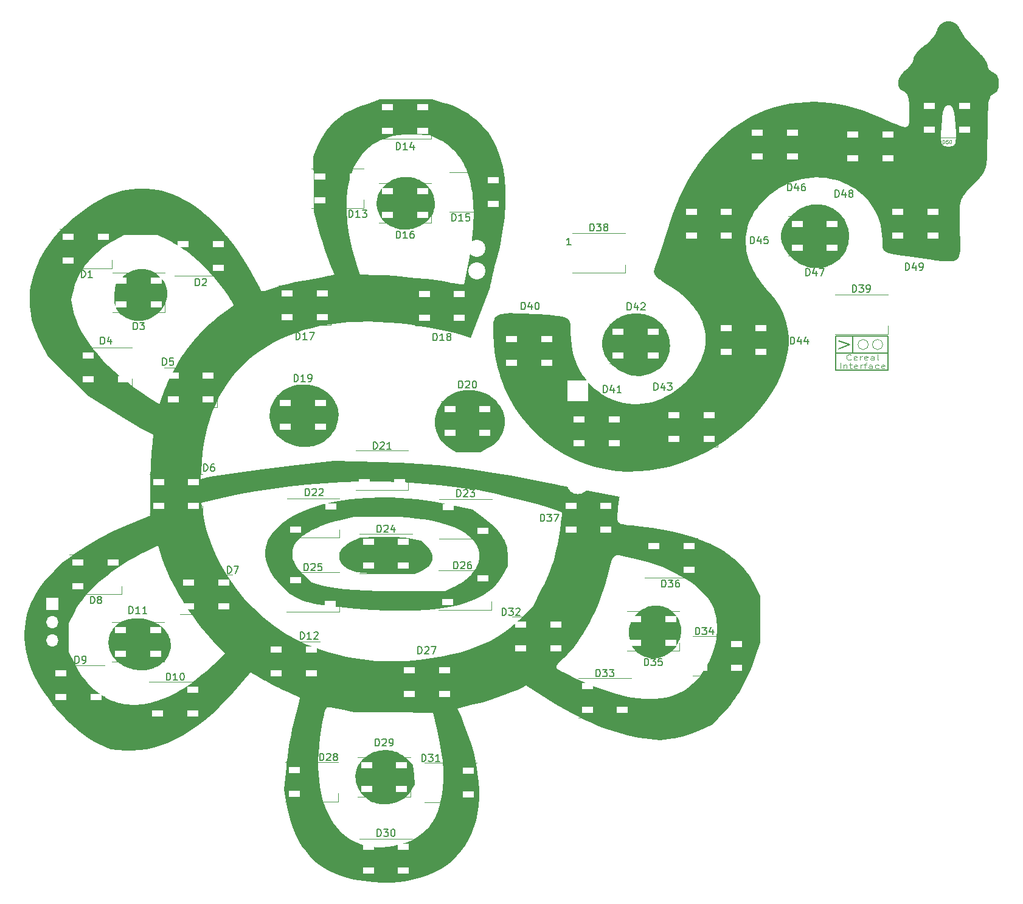
<source format=gbr>
%TF.GenerationSoftware,KiCad,Pcbnew,7.0.9*%
%TF.CreationDate,2024-02-03T11:29:30-06:00*%
%TF.ProjectId,bsidesPR,62736964-6573-4505-922e-6b696361645f,rev?*%
%TF.SameCoordinates,Original*%
%TF.FileFunction,Legend,Top*%
%TF.FilePolarity,Positive*%
%FSLAX46Y46*%
G04 Gerber Fmt 4.6, Leading zero omitted, Abs format (unit mm)*
G04 Created by KiCad (PCBNEW 7.0.9) date 2024-02-03 11:29:30*
%MOMM*%
%LPD*%
G01*
G04 APERTURE LIST*
%ADD10C,0.000000*%
%ADD11C,0.150000*%
%ADD12C,0.837000*%
%ADD13C,0.100000*%
%ADD14C,0.200000*%
%ADD15C,0.125000*%
%ADD16C,0.120000*%
%ADD17R,1.500000X0.900000*%
%ADD18C,1.000000*%
%ADD19R,1.700000X1.700000*%
%ADD20O,1.700000X1.700000*%
%ADD21R,3.000000X3.000000*%
%ADD22C,3.000000*%
%ADD23C,2.374900*%
%ADD24C,0.990600*%
G04 APERTURE END LIST*
D10*
G36*
X141128865Y-86227450D02*
G01*
X141247047Y-86230807D01*
X141679931Y-86263077D01*
X142096051Y-86325243D01*
X142494764Y-86415739D01*
X142875422Y-86532995D01*
X143237382Y-86675446D01*
X143579997Y-86841523D01*
X143902621Y-87029658D01*
X144204611Y-87238284D01*
X144485319Y-87465833D01*
X144744101Y-87710738D01*
X144980312Y-87971431D01*
X145193305Y-88246344D01*
X145382436Y-88533910D01*
X145547059Y-88832561D01*
X145686529Y-89140730D01*
X145800200Y-89456848D01*
X145887427Y-89779348D01*
X145947564Y-90106663D01*
X145979967Y-90437225D01*
X145983989Y-90769466D01*
X145958985Y-91101818D01*
X145904310Y-91432715D01*
X145819319Y-91760588D01*
X145703365Y-92083870D01*
X145555804Y-92400992D01*
X145375990Y-92710389D01*
X145163278Y-93010490D01*
X144917023Y-93299731D01*
X144636578Y-93576541D01*
X144321299Y-93839355D01*
X143970540Y-94086604D01*
X143583656Y-94316720D01*
X142558387Y-94876059D01*
X140875392Y-94879782D01*
X139192805Y-94883920D01*
X138229975Y-94253878D01*
X137917261Y-94031607D01*
X137632437Y-93793483D01*
X137375143Y-93540917D01*
X137145019Y-93275319D01*
X136941705Y-92998096D01*
X136764841Y-92710660D01*
X136614067Y-92414417D01*
X136489023Y-92110780D01*
X136389348Y-91801155D01*
X136314682Y-91486954D01*
X136264666Y-91169584D01*
X136238940Y-90850455D01*
X136237142Y-90530977D01*
X136258913Y-90212559D01*
X136303893Y-89896610D01*
X136371723Y-89584539D01*
X136462040Y-89277757D01*
X136574487Y-88977671D01*
X136708702Y-88685691D01*
X136864325Y-88403226D01*
X137040996Y-88131687D01*
X137238356Y-87872482D01*
X137456044Y-87627020D01*
X137693699Y-87396710D01*
X137950963Y-87182963D01*
X138227474Y-86987187D01*
X138522872Y-86810791D01*
X138836799Y-86655185D01*
X139168892Y-86521778D01*
X139518793Y-86411979D01*
X139886141Y-86327198D01*
X140270576Y-86268844D01*
X140396436Y-86255723D01*
X140521232Y-86245065D01*
X140644952Y-86236834D01*
X140767587Y-86230993D01*
X140889124Y-86227507D01*
X141009554Y-86226337D01*
X141128865Y-86227450D01*
G37*
D11*
X194409000Y-78720500D02*
X199309000Y-78720500D01*
X199309000Y-81045500D01*
X194409000Y-81045500D01*
X194409000Y-78720500D01*
D12*
X178865074Y-60084981D02*
G75*
G03*
X178865074Y-60084981I-418500J0D01*
G01*
D10*
G36*
X129463637Y-136290134D02*
G01*
X129663784Y-136301061D01*
X129864000Y-136321254D01*
X130063935Y-136350875D01*
X130263244Y-136390084D01*
X130461578Y-136439040D01*
X130658590Y-136497906D01*
X130853933Y-136566839D01*
X131047259Y-136646002D01*
X131238221Y-136735554D01*
X131426470Y-136835656D01*
X131611661Y-136946468D01*
X131793445Y-137068150D01*
X131971474Y-137200862D01*
X132145402Y-137344766D01*
X132314881Y-137500021D01*
X133217774Y-138369430D01*
X133335597Y-139740304D01*
X133453828Y-141110763D01*
X132866786Y-142025644D01*
X132767848Y-142170756D01*
X132660846Y-142310601D01*
X132546155Y-142445072D01*
X132424152Y-142574062D01*
X132295215Y-142697464D01*
X132159720Y-142815172D01*
X131870566Y-143033077D01*
X131559705Y-143226921D01*
X131230155Y-143395849D01*
X130884929Y-143539008D01*
X130527045Y-143655542D01*
X130159518Y-143744596D01*
X129785364Y-143805315D01*
X129407598Y-143836844D01*
X129029238Y-143838329D01*
X128653298Y-143808915D01*
X128282795Y-143747747D01*
X128100524Y-143704989D01*
X127920744Y-143653971D01*
X127743830Y-143594587D01*
X127570161Y-143526730D01*
X127372056Y-143434193D01*
X127175004Y-143323894D01*
X126980282Y-143197349D01*
X126789163Y-143056069D01*
X126602924Y-142901568D01*
X126422839Y-142735360D01*
X126250183Y-142558957D01*
X126086232Y-142373872D01*
X125932261Y-142181619D01*
X125789544Y-141983712D01*
X125659357Y-141781663D01*
X125542975Y-141576985D01*
X125441673Y-141371192D01*
X125356726Y-141165796D01*
X125289409Y-140962312D01*
X125240998Y-140762253D01*
X125201977Y-140524008D01*
X125178207Y-140289982D01*
X125169224Y-140060387D01*
X125174567Y-139835438D01*
X125193773Y-139615346D01*
X125226381Y-139400325D01*
X125271928Y-139190589D01*
X125329952Y-138986351D01*
X125399991Y-138787823D01*
X125481582Y-138595220D01*
X125574264Y-138408753D01*
X125677574Y-138228638D01*
X125791050Y-138055086D01*
X125914229Y-137888311D01*
X126046651Y-137728527D01*
X126187851Y-137575946D01*
X126337369Y-137430781D01*
X126494742Y-137293247D01*
X126659507Y-137163556D01*
X126831204Y-137041921D01*
X127009368Y-136928556D01*
X127193539Y-136823673D01*
X127383254Y-136727487D01*
X127578050Y-136640210D01*
X127777467Y-136562055D01*
X127981040Y-136493236D01*
X128188309Y-136433966D01*
X128398811Y-136384459D01*
X128612084Y-136344927D01*
X128827665Y-136315583D01*
X129045093Y-136296641D01*
X129263905Y-136288315D01*
X129463637Y-136290134D01*
G37*
D12*
X204519074Y-53480981D02*
G75*
G03*
X204519074Y-53480981I-418500J0D01*
G01*
D10*
G36*
X167114452Y-116183257D02*
G01*
X167240843Y-116188033D01*
X167366848Y-116197081D01*
X167492339Y-116210411D01*
X167617184Y-116228033D01*
X167741253Y-116249958D01*
X167864416Y-116276195D01*
X167986541Y-116306756D01*
X168107500Y-116341650D01*
X168227161Y-116380887D01*
X168345394Y-116424479D01*
X168462068Y-116472435D01*
X168577053Y-116524765D01*
X168690219Y-116581480D01*
X168801434Y-116642590D01*
X168910570Y-116708106D01*
X169017494Y-116778038D01*
X169122078Y-116852395D01*
X169224190Y-116931189D01*
X169323700Y-117014429D01*
X169420477Y-117102127D01*
X169514391Y-117194291D01*
X169605312Y-117290933D01*
X169693109Y-117392063D01*
X169777652Y-117497691D01*
X169858810Y-117607827D01*
X169936453Y-117722482D01*
X170010450Y-117841666D01*
X170080671Y-117965389D01*
X170146986Y-118093661D01*
X170273415Y-118378660D01*
X170373255Y-118664687D01*
X170447363Y-118950840D01*
X170496599Y-119236214D01*
X170521818Y-119519907D01*
X170523879Y-119801015D01*
X170503640Y-120078634D01*
X170461958Y-120351861D01*
X170399691Y-120619793D01*
X170317697Y-120881525D01*
X170216833Y-121136156D01*
X170097958Y-121382780D01*
X169961928Y-121620495D01*
X169809602Y-121848397D01*
X169641837Y-122065584D01*
X169459490Y-122271150D01*
X169263421Y-122464193D01*
X169054486Y-122643810D01*
X168833543Y-122809096D01*
X168601449Y-122959149D01*
X168359063Y-123093065D01*
X168107243Y-123209941D01*
X167846845Y-123308872D01*
X167578727Y-123388956D01*
X167303748Y-123449290D01*
X167022765Y-123488969D01*
X166736636Y-123507090D01*
X166446218Y-123502750D01*
X166152369Y-123475045D01*
X165855947Y-123423073D01*
X165557810Y-123345928D01*
X165258814Y-123242709D01*
X165105829Y-123177726D01*
X164957719Y-123104100D01*
X164814620Y-123022181D01*
X164676671Y-122932324D01*
X164544008Y-122834881D01*
X164416769Y-122730206D01*
X164295091Y-122618651D01*
X164179111Y-122500569D01*
X164068967Y-122376313D01*
X163964796Y-122246236D01*
X163866735Y-122110691D01*
X163774922Y-121970030D01*
X163610588Y-121674776D01*
X163472892Y-121363296D01*
X163362933Y-121038414D01*
X163281809Y-120702953D01*
X163230619Y-120359737D01*
X163210462Y-120011589D01*
X163212363Y-119836547D01*
X163222435Y-119661332D01*
X163240813Y-119486295D01*
X163267637Y-119311790D01*
X163303042Y-119138169D01*
X163347167Y-118965786D01*
X163400148Y-118794993D01*
X163462122Y-118626144D01*
X163519805Y-118487994D01*
X163581667Y-118353749D01*
X163717406Y-118097019D01*
X163868297Y-117856036D01*
X164033298Y-117630886D01*
X164211365Y-117421652D01*
X164401457Y-117228417D01*
X164602529Y-117051265D01*
X164813540Y-116890280D01*
X165033447Y-116745545D01*
X165261206Y-116617145D01*
X165495775Y-116505164D01*
X165736112Y-116409683D01*
X165981174Y-116330789D01*
X166229917Y-116268563D01*
X166481299Y-116223091D01*
X166734278Y-116194455D01*
X166861040Y-116186478D01*
X166987808Y-116182742D01*
X167114452Y-116183257D01*
G37*
D11*
X191984000Y-78720500D02*
X194409000Y-78720500D01*
X194409000Y-81045500D01*
X191984000Y-81045500D01*
X191984000Y-78720500D01*
D10*
G36*
X130194919Y-101161051D02*
G01*
X131347722Y-101212752D01*
X132521058Y-101297224D01*
X133713349Y-101415272D01*
X134923016Y-101567703D01*
X136148481Y-101755321D01*
X137388166Y-101978932D01*
X138640492Y-102239340D01*
X141445484Y-102861520D01*
X142798585Y-103823947D01*
X143258042Y-104160995D01*
X143682987Y-104494105D01*
X144074097Y-104824310D01*
X144432047Y-105152642D01*
X144757512Y-105480134D01*
X145051170Y-105807818D01*
X145313695Y-106136725D01*
X145545764Y-106467889D01*
X145748052Y-106802342D01*
X145921235Y-107141116D01*
X146065990Y-107485243D01*
X146182992Y-107835756D01*
X146272917Y-108193687D01*
X146336441Y-108560068D01*
X146374239Y-108935932D01*
X146386988Y-109322311D01*
X146388648Y-110704355D01*
X145635414Y-112046286D01*
X145118814Y-112830825D01*
X144487797Y-113545691D01*
X143740945Y-114191154D01*
X142876840Y-114767484D01*
X141894064Y-115274950D01*
X140791198Y-115713821D01*
X139566826Y-116084367D01*
X138219528Y-116386859D01*
X136747888Y-116621565D01*
X135150487Y-116788756D01*
X133425906Y-116888700D01*
X131572729Y-116921668D01*
X129589537Y-116887929D01*
X127474912Y-116787753D01*
X125227436Y-116621410D01*
X122845692Y-116389169D01*
X122845277Y-116389169D01*
X122046486Y-116299389D01*
X121316531Y-116209720D01*
X120650391Y-116118583D01*
X120043049Y-116024396D01*
X119489485Y-115925580D01*
X118984680Y-115820554D01*
X118523616Y-115707739D01*
X118101274Y-115585553D01*
X117712634Y-115452416D01*
X117352678Y-115306749D01*
X117016388Y-115146970D01*
X116698744Y-114971500D01*
X116394727Y-114778758D01*
X116099319Y-114567165D01*
X115807500Y-114335139D01*
X115514253Y-114081100D01*
X114850848Y-113445958D01*
X114277701Y-112815391D01*
X113792799Y-112190432D01*
X113394126Y-111572112D01*
X113079670Y-110961461D01*
X112847416Y-110359512D01*
X112695351Y-109767295D01*
X112621460Y-109185842D01*
X112622087Y-109028457D01*
X116373827Y-109028457D01*
X116394513Y-109294968D01*
X116443957Y-109564549D01*
X116522286Y-109837012D01*
X116629628Y-110112165D01*
X116766111Y-110389820D01*
X116931864Y-110669787D01*
X117127014Y-110951876D01*
X117351689Y-111235898D01*
X117606016Y-111521663D01*
X117890125Y-111808981D01*
X119136567Y-113009530D01*
X120519422Y-113388217D01*
X121405062Y-113593140D01*
X122457910Y-113768209D01*
X123679272Y-113913510D01*
X125070455Y-114029127D01*
X126632766Y-114115144D01*
X128367511Y-114171647D01*
X130275996Y-114198719D01*
X132359529Y-114196444D01*
X137652851Y-114155099D01*
X138814533Y-113604428D01*
X139088441Y-113469541D01*
X139352581Y-113329239D01*
X139606816Y-113183770D01*
X139851007Y-113033380D01*
X140085016Y-112878317D01*
X140308704Y-112718829D01*
X140521933Y-112555161D01*
X140724564Y-112387563D01*
X140916460Y-112216280D01*
X141097481Y-112041560D01*
X141267490Y-111863651D01*
X141426348Y-111682799D01*
X141573916Y-111499253D01*
X141710056Y-111313258D01*
X141834631Y-111125063D01*
X141947500Y-110934915D01*
X142048527Y-110743061D01*
X142137572Y-110549747D01*
X142214497Y-110355223D01*
X142279164Y-110159734D01*
X142331434Y-109963528D01*
X142371170Y-109766853D01*
X142398232Y-109569955D01*
X142412482Y-109373081D01*
X142413782Y-109176480D01*
X142401994Y-108980398D01*
X142376978Y-108785083D01*
X142338597Y-108590781D01*
X142286713Y-108397741D01*
X142221186Y-108206209D01*
X142141878Y-108016432D01*
X142048652Y-107828659D01*
X141745910Y-107349024D01*
X141368961Y-106899081D01*
X140918368Y-106479000D01*
X140394696Y-106088951D01*
X139798508Y-105729104D01*
X139130368Y-105399629D01*
X138390840Y-105100696D01*
X137580488Y-104832477D01*
X136699876Y-104595139D01*
X135749568Y-104388855D01*
X134730127Y-104213794D01*
X133642118Y-104070126D01*
X132486104Y-103958021D01*
X131262650Y-103877650D01*
X129972319Y-103829183D01*
X128615675Y-103812790D01*
X125000807Y-103812362D01*
X122935401Y-104325827D01*
X122355794Y-104476814D01*
X121802130Y-104635043D01*
X121274536Y-104800324D01*
X120773141Y-104972469D01*
X120298072Y-105151287D01*
X119849458Y-105336588D01*
X119427426Y-105528184D01*
X119032104Y-105725884D01*
X118663620Y-105929499D01*
X118322103Y-106138838D01*
X118007679Y-106353714D01*
X117720478Y-106573935D01*
X117460627Y-106799313D01*
X117228253Y-107029657D01*
X117023486Y-107264779D01*
X116846453Y-107504487D01*
X116697281Y-107748594D01*
X116576099Y-107996909D01*
X116483035Y-108249242D01*
X116418216Y-108505404D01*
X116381771Y-108765205D01*
X116373827Y-109028457D01*
X112622087Y-109028457D01*
X112623730Y-108616183D01*
X112700146Y-108059351D01*
X112848695Y-107516376D01*
X113067363Y-106988290D01*
X113354135Y-106476124D01*
X113706999Y-105980909D01*
X114123939Y-105503676D01*
X114602943Y-105045457D01*
X115141996Y-104607283D01*
X115739084Y-104190185D01*
X116392194Y-103795195D01*
X117099311Y-103423343D01*
X117858422Y-103075661D01*
X118667512Y-102753181D01*
X120427575Y-102187949D01*
X122363390Y-101735896D01*
X124458844Y-101405273D01*
X126697828Y-101204330D01*
X129064228Y-101141317D01*
X130194919Y-101161051D01*
G37*
D12*
X163625074Y-81928981D02*
G75*
G03*
X163625074Y-81928981I-418500J0D01*
G01*
D10*
G36*
X129895489Y-106610510D02*
G01*
X130471221Y-106631300D01*
X131030449Y-106663552D01*
X131558964Y-106706599D01*
X132042557Y-106759778D01*
X132467018Y-106822421D01*
X134286854Y-107135788D01*
X135130628Y-107948556D01*
X135243628Y-108062544D01*
X135347349Y-108177760D01*
X135441829Y-108294039D01*
X135527106Y-108411216D01*
X135603218Y-108529127D01*
X135670203Y-108647608D01*
X135728100Y-108766492D01*
X135776946Y-108885617D01*
X135816780Y-109004817D01*
X135847639Y-109123928D01*
X135869562Y-109242784D01*
X135882587Y-109361222D01*
X135886752Y-109479077D01*
X135882096Y-109596184D01*
X135868655Y-109712379D01*
X135846469Y-109827496D01*
X135815574Y-109941372D01*
X135776011Y-110053841D01*
X135727816Y-110164739D01*
X135671028Y-110273901D01*
X135605684Y-110381164D01*
X135531823Y-110486361D01*
X135449484Y-110589329D01*
X135358703Y-110689903D01*
X135259519Y-110787917D01*
X135151971Y-110883209D01*
X135036096Y-110975612D01*
X134911933Y-111064963D01*
X134779519Y-111151096D01*
X134638892Y-111233848D01*
X134490092Y-111313053D01*
X134333155Y-111388546D01*
X133443495Y-111795346D01*
X129867488Y-111769711D01*
X129131412Y-111760554D01*
X128410331Y-111744196D01*
X127722482Y-111721550D01*
X127086102Y-111693533D01*
X126519427Y-111661060D01*
X126040694Y-111625045D01*
X125668140Y-111586405D01*
X125527379Y-111566386D01*
X125420002Y-111546054D01*
X125149955Y-111478235D01*
X124894614Y-111401261D01*
X124654080Y-111315634D01*
X124428453Y-111221853D01*
X124217833Y-111120418D01*
X124022321Y-111011830D01*
X123842017Y-110896589D01*
X123677022Y-110775195D01*
X123527436Y-110648148D01*
X123393359Y-110515949D01*
X123274893Y-110379097D01*
X123172136Y-110238094D01*
X123085191Y-110093439D01*
X123014157Y-109945632D01*
X122959135Y-109795173D01*
X122920224Y-109642564D01*
X122897526Y-109488304D01*
X122891142Y-109332893D01*
X122901170Y-109176831D01*
X122927713Y-109020620D01*
X122970869Y-108864758D01*
X123030741Y-108709746D01*
X123107427Y-108556085D01*
X123201029Y-108404275D01*
X123311647Y-108254815D01*
X123439382Y-108108206D01*
X123584333Y-107964949D01*
X123746601Y-107825543D01*
X123926287Y-107690489D01*
X124123492Y-107560287D01*
X124338315Y-107435437D01*
X124570857Y-107316440D01*
X125775538Y-106738083D01*
X128211360Y-106623568D01*
X128751349Y-106605979D01*
X129317462Y-106601848D01*
X129895489Y-106610510D01*
G37*
G36*
X189673205Y-60397622D02*
G01*
X189894627Y-60416318D01*
X190114056Y-60445317D01*
X190331105Y-60484468D01*
X190545386Y-60533617D01*
X190756514Y-60592610D01*
X190964101Y-60661294D01*
X191167760Y-60739516D01*
X191367104Y-60827123D01*
X191561747Y-60923961D01*
X191751302Y-61029877D01*
X191935382Y-61144719D01*
X192113599Y-61268331D01*
X192285567Y-61400562D01*
X192450900Y-61541258D01*
X192609209Y-61690266D01*
X192760109Y-61847432D01*
X192903213Y-62012603D01*
X193038133Y-62185626D01*
X193164483Y-62366348D01*
X193281875Y-62554615D01*
X193389924Y-62750275D01*
X193488241Y-62953173D01*
X193576441Y-63163157D01*
X193654136Y-63380073D01*
X193720939Y-63603768D01*
X193776464Y-63834089D01*
X193820323Y-64070882D01*
X193852131Y-64313994D01*
X193871498Y-64563273D01*
X193878041Y-64818564D01*
X193864263Y-65187923D01*
X193823722Y-65544417D01*
X193757611Y-65887576D01*
X193667117Y-66216925D01*
X193553433Y-66531994D01*
X193417748Y-66832310D01*
X193261252Y-67117402D01*
X193085137Y-67386797D01*
X192890593Y-67640022D01*
X192678809Y-67876607D01*
X192450977Y-68096079D01*
X192208286Y-68297966D01*
X191951928Y-68481795D01*
X191683092Y-68647096D01*
X191402969Y-68793395D01*
X191112750Y-68920221D01*
X190813624Y-69027101D01*
X190506782Y-69113564D01*
X190193415Y-69179137D01*
X189874713Y-69223349D01*
X189551866Y-69245727D01*
X189226065Y-69245799D01*
X188898500Y-69223094D01*
X188570362Y-69177139D01*
X188242840Y-69107461D01*
X187917126Y-69013590D01*
X187594410Y-68895053D01*
X187275881Y-68751378D01*
X186962731Y-68582092D01*
X186656150Y-68386724D01*
X186357329Y-68164802D01*
X186067457Y-67915854D01*
X185865384Y-67723516D01*
X185676348Y-67530940D01*
X185500349Y-67338142D01*
X185337387Y-67145137D01*
X185187462Y-66951943D01*
X185050574Y-66758574D01*
X184926722Y-66565046D01*
X184815908Y-66371376D01*
X184718131Y-66177578D01*
X184633391Y-65983670D01*
X184561687Y-65789667D01*
X184503021Y-65595584D01*
X184457392Y-65401438D01*
X184424799Y-65207244D01*
X184405244Y-65013018D01*
X184398725Y-64818777D01*
X184405244Y-64624536D01*
X184424799Y-64430310D01*
X184457392Y-64236117D01*
X184503021Y-64041970D01*
X184561687Y-63847888D01*
X184633391Y-63653884D01*
X184718131Y-63459976D01*
X184815908Y-63266179D01*
X184926722Y-63072508D01*
X185050574Y-62878981D01*
X185187462Y-62685612D01*
X185337387Y-62492417D01*
X185500349Y-62299413D01*
X185676348Y-62106615D01*
X185865384Y-61914039D01*
X186067457Y-61721701D01*
X186247513Y-61562914D01*
X186431236Y-61414754D01*
X186618338Y-61277105D01*
X186808526Y-61149851D01*
X187001512Y-61032879D01*
X187197004Y-60926071D01*
X187394713Y-60829314D01*
X187594348Y-60742492D01*
X187795618Y-60665490D01*
X187998234Y-60598193D01*
X188201905Y-60540485D01*
X188406341Y-60492252D01*
X188611252Y-60453377D01*
X188816347Y-60423747D01*
X189021336Y-60403245D01*
X189225929Y-60391757D01*
X189450177Y-60389384D01*
X189673205Y-60397622D01*
G37*
G36*
X164423731Y-75553219D02*
G01*
X164764628Y-75577473D01*
X165102542Y-75623636D01*
X165435924Y-75691468D01*
X165763225Y-75780728D01*
X165924110Y-75833318D01*
X166082894Y-75891175D01*
X166239383Y-75954268D01*
X166393384Y-76022568D01*
X166544702Y-76096044D01*
X166693144Y-76174666D01*
X166838516Y-76258405D01*
X166980625Y-76347229D01*
X167119277Y-76441109D01*
X167254278Y-76540014D01*
X167385435Y-76643915D01*
X167512554Y-76752782D01*
X167635441Y-76866584D01*
X167753903Y-76985291D01*
X167867745Y-77108873D01*
X167976775Y-77237300D01*
X168080799Y-77370542D01*
X168179622Y-77508568D01*
X168273052Y-77651349D01*
X168360894Y-77798855D01*
X168442955Y-77951055D01*
X168519042Y-78107919D01*
X168588960Y-78269417D01*
X168652516Y-78435519D01*
X168785862Y-78861654D01*
X168878766Y-79278778D01*
X168932880Y-79685929D01*
X168949859Y-80082149D01*
X168931357Y-80466477D01*
X168879028Y-80837953D01*
X168794527Y-81195617D01*
X168679507Y-81538509D01*
X168535623Y-81865668D01*
X168364529Y-82176135D01*
X168167879Y-82468950D01*
X167947328Y-82743152D01*
X167704528Y-82997782D01*
X167441136Y-83231878D01*
X167158804Y-83444482D01*
X166859187Y-83634633D01*
X166543939Y-83801370D01*
X166214714Y-83943735D01*
X165873167Y-84060766D01*
X165520951Y-84151504D01*
X165159721Y-84214988D01*
X164791131Y-84250259D01*
X164416835Y-84256356D01*
X164038488Y-84232319D01*
X163657743Y-84177189D01*
X163276254Y-84090005D01*
X162895676Y-83969806D01*
X162517663Y-83815633D01*
X162143869Y-83626526D01*
X161775949Y-83401525D01*
X161415556Y-83139669D01*
X161064344Y-82839999D01*
X160892346Y-82675921D01*
X160730320Y-82509927D01*
X160578277Y-82342127D01*
X160436226Y-82172629D01*
X160343469Y-82052450D01*
X162732459Y-82052450D01*
X162732814Y-82065253D01*
X162733867Y-82077894D01*
X162735601Y-82090355D01*
X162737998Y-82102622D01*
X162741041Y-82114679D01*
X162744712Y-82126508D01*
X162748994Y-82138095D01*
X162753870Y-82149423D01*
X162759322Y-82160477D01*
X162765332Y-82171240D01*
X162771884Y-82181696D01*
X162778960Y-82191830D01*
X162786542Y-82201626D01*
X162794613Y-82211066D01*
X162803156Y-82220137D01*
X162812153Y-82228821D01*
X162821587Y-82237102D01*
X162831440Y-82244965D01*
X162841695Y-82252393D01*
X162852334Y-82259371D01*
X162863340Y-82265883D01*
X162874696Y-82271912D01*
X162886384Y-82277443D01*
X162898387Y-82282459D01*
X162910688Y-82286946D01*
X162923268Y-82290885D01*
X162936110Y-82294263D01*
X162949198Y-82297062D01*
X162962513Y-82299267D01*
X162976039Y-82300862D01*
X162989757Y-82301831D01*
X163003651Y-82302157D01*
X163017544Y-82301831D01*
X163031260Y-82300862D01*
X163044781Y-82299267D01*
X163058090Y-82297062D01*
X163071169Y-82294263D01*
X163084001Y-82290885D01*
X163096570Y-82286946D01*
X163108857Y-82282459D01*
X163120845Y-82277443D01*
X163132517Y-82271912D01*
X163143857Y-82265883D01*
X163154846Y-82259371D01*
X163165467Y-82252393D01*
X163175703Y-82244965D01*
X163185537Y-82237102D01*
X163194952Y-82228821D01*
X163203930Y-82220137D01*
X163212453Y-82211066D01*
X163220506Y-82201626D01*
X163228070Y-82191830D01*
X163235128Y-82181696D01*
X163241663Y-82171240D01*
X163247657Y-82160477D01*
X163253094Y-82149423D01*
X163257956Y-82138095D01*
X163262225Y-82126508D01*
X163265885Y-82114679D01*
X163268919Y-82102622D01*
X163271308Y-82090355D01*
X163273036Y-82077894D01*
X163274086Y-82065253D01*
X163274439Y-82052450D01*
X163274086Y-82039648D01*
X163273036Y-82027009D01*
X163271308Y-82014548D01*
X163268919Y-82002282D01*
X163265885Y-81990227D01*
X163262225Y-81978398D01*
X163257956Y-81966812D01*
X163253094Y-81955484D01*
X163247657Y-81944431D01*
X163241663Y-81933669D01*
X163235128Y-81923213D01*
X163228070Y-81913080D01*
X163220506Y-81903285D01*
X163212453Y-81893844D01*
X163203930Y-81884774D01*
X163194952Y-81876091D01*
X163185537Y-81867810D01*
X163175703Y-81859947D01*
X163165467Y-81852519D01*
X163154846Y-81845541D01*
X163143857Y-81839030D01*
X163132517Y-81833000D01*
X163120845Y-81827470D01*
X163108857Y-81822453D01*
X163096570Y-81817967D01*
X163084001Y-81814027D01*
X163071169Y-81810650D01*
X163058090Y-81807850D01*
X163044781Y-81805645D01*
X163031260Y-81804050D01*
X163017544Y-81803082D01*
X163003651Y-81802755D01*
X162989757Y-81803082D01*
X162976039Y-81804050D01*
X162962513Y-81805645D01*
X162949198Y-81807850D01*
X162936110Y-81810650D01*
X162923268Y-81814027D01*
X162910688Y-81817967D01*
X162898387Y-81822453D01*
X162886384Y-81827470D01*
X162874696Y-81833000D01*
X162863340Y-81839030D01*
X162852334Y-81845541D01*
X162841695Y-81852519D01*
X162831440Y-81859947D01*
X162821587Y-81867810D01*
X162812153Y-81876091D01*
X162803156Y-81884774D01*
X162794613Y-81893844D01*
X162786542Y-81903285D01*
X162778960Y-81913080D01*
X162771884Y-81923213D01*
X162765332Y-81933669D01*
X162759322Y-81944431D01*
X162753870Y-81955484D01*
X162748994Y-81966812D01*
X162744712Y-81978398D01*
X162741041Y-81990227D01*
X162737998Y-82002282D01*
X162735601Y-82014548D01*
X162733867Y-82027009D01*
X162732814Y-82039648D01*
X162732459Y-82052450D01*
X160343469Y-82052450D01*
X160304177Y-82001542D01*
X160182140Y-81828977D01*
X160070125Y-81655041D01*
X159968142Y-81479844D01*
X159876200Y-81303495D01*
X159794308Y-81126103D01*
X159722478Y-80947777D01*
X159660718Y-80768626D01*
X159609039Y-80588760D01*
X159567450Y-80408287D01*
X159535961Y-80227317D01*
X159514582Y-80045958D01*
X159503323Y-79864319D01*
X159502192Y-79682511D01*
X159511201Y-79500641D01*
X159530359Y-79318820D01*
X159559676Y-79137155D01*
X159599161Y-78955756D01*
X159648825Y-78774733D01*
X159708676Y-78594194D01*
X159778725Y-78414248D01*
X159858982Y-78235004D01*
X159949457Y-78056572D01*
X160050158Y-77879061D01*
X160161097Y-77702580D01*
X160282283Y-77527237D01*
X160413725Y-77353142D01*
X160555433Y-77180404D01*
X160747228Y-76969483D01*
X160949089Y-76773650D01*
X161160287Y-76592795D01*
X161380093Y-76426804D01*
X161607778Y-76275564D01*
X161842612Y-76138962D01*
X162083866Y-76016886D01*
X162330811Y-75909222D01*
X162582718Y-75815858D01*
X162838857Y-75736681D01*
X163098500Y-75671577D01*
X163360916Y-75620435D01*
X163625376Y-75583141D01*
X163891152Y-75559582D01*
X164157513Y-75549646D01*
X164423731Y-75553219D01*
G37*
D12*
X192581074Y-48654981D02*
G75*
G03*
X192581074Y-48654981I-418500J0D01*
G01*
X186485074Y-55004981D02*
G75*
G03*
X186485074Y-55004981I-418500J0D01*
G01*
X187710796Y-54928867D02*
G75*
G03*
X187710796Y-54928867I-418500J0D01*
G01*
D10*
G36*
X132372635Y-56568422D02*
G01*
X132567728Y-56580498D01*
X132761331Y-56601313D01*
X132953111Y-56630731D01*
X133142737Y-56668614D01*
X133329875Y-56714828D01*
X133514193Y-56769238D01*
X133695358Y-56831706D01*
X133873037Y-56902097D01*
X134046898Y-56980276D01*
X134216607Y-57066106D01*
X134381833Y-57159451D01*
X134542242Y-57260177D01*
X134697502Y-57368147D01*
X134847280Y-57483224D01*
X134991243Y-57605275D01*
X135129059Y-57734161D01*
X135260395Y-57869749D01*
X135384918Y-58011901D01*
X135502295Y-58160482D01*
X135612194Y-58315357D01*
X135714283Y-58476388D01*
X135808227Y-58643442D01*
X135893696Y-58816381D01*
X135970355Y-58995070D01*
X136037872Y-59179373D01*
X136095915Y-59369154D01*
X136144151Y-59564278D01*
X136182247Y-59764608D01*
X136209870Y-59970009D01*
X136226688Y-60180345D01*
X136232368Y-60395480D01*
X136223524Y-60613765D01*
X136197435Y-60828510D01*
X136154762Y-61039324D01*
X136096168Y-61245815D01*
X136022316Y-61447591D01*
X135933868Y-61644259D01*
X135831488Y-61835427D01*
X135715836Y-62020704D01*
X135587576Y-62199697D01*
X135447370Y-62372015D01*
X135295881Y-62537264D01*
X135133772Y-62695054D01*
X134961704Y-62844991D01*
X134780340Y-62986685D01*
X134590344Y-63119742D01*
X134392376Y-63243771D01*
X134187101Y-63358380D01*
X133975179Y-63463176D01*
X133757275Y-63557768D01*
X133534050Y-63641763D01*
X133306167Y-63714769D01*
X133074288Y-63776395D01*
X132839077Y-63826248D01*
X132601194Y-63863936D01*
X132361304Y-63889067D01*
X132120068Y-63901249D01*
X131878149Y-63900090D01*
X131636209Y-63885197D01*
X131394911Y-63856179D01*
X131154918Y-63812644D01*
X130916892Y-63754199D01*
X130681495Y-63680453D01*
X130428705Y-63583541D01*
X130188186Y-63473764D01*
X129960083Y-63351808D01*
X129744541Y-63218361D01*
X129541705Y-63074111D01*
X129351721Y-62919744D01*
X129174734Y-62755948D01*
X129010888Y-62583409D01*
X128860330Y-62402816D01*
X128723204Y-62214855D01*
X128599655Y-62020214D01*
X128489829Y-61819579D01*
X128393871Y-61613638D01*
X128311926Y-61403079D01*
X128244140Y-61188588D01*
X128190656Y-60970852D01*
X128151622Y-60750560D01*
X128127181Y-60528397D01*
X128117480Y-60305052D01*
X128122662Y-60081211D01*
X128142874Y-59857562D01*
X128178261Y-59634791D01*
X128228968Y-59413587D01*
X128295139Y-59194636D01*
X128376921Y-58978625D01*
X128474458Y-58766243D01*
X128587896Y-58558175D01*
X128717380Y-58355109D01*
X128863055Y-58157733D01*
X129025065Y-57966733D01*
X129203558Y-57782798D01*
X129398676Y-57606613D01*
X129557994Y-57477775D01*
X129720385Y-57357917D01*
X129885600Y-57246936D01*
X130053388Y-57144731D01*
X130223498Y-57051196D01*
X130395680Y-56966231D01*
X130569684Y-56889731D01*
X130745259Y-56821594D01*
X130922156Y-56761717D01*
X131100123Y-56709998D01*
X131278910Y-56666332D01*
X131458267Y-56630618D01*
X131637944Y-56602753D01*
X131817689Y-56582633D01*
X131997254Y-56570156D01*
X132176386Y-56565219D01*
X132372635Y-56568422D01*
G37*
D11*
X192009000Y-78720500D02*
X199309000Y-78720500D01*
X199309000Y-83470500D01*
X192009000Y-83470500D01*
X192009000Y-78720500D01*
D10*
G36*
X95602991Y-69376845D02*
G01*
X95775957Y-69390420D01*
X95948248Y-69412783D01*
X96119656Y-69443945D01*
X96289976Y-69483916D01*
X96459001Y-69532705D01*
X96626528Y-69590323D01*
X96792348Y-69656778D01*
X96956257Y-69732082D01*
X97118048Y-69816244D01*
X97277517Y-69909274D01*
X97434456Y-70011182D01*
X97588660Y-70121978D01*
X97739924Y-70241671D01*
X97888041Y-70370272D01*
X98149176Y-70630963D01*
X98372577Y-70902550D01*
X98559439Y-71183448D01*
X98710957Y-71472071D01*
X98828324Y-71766836D01*
X98912736Y-72066155D01*
X98965388Y-72368446D01*
X98987472Y-72672121D01*
X98980185Y-72975598D01*
X98944721Y-73277289D01*
X98882274Y-73575611D01*
X98794039Y-73868977D01*
X98681210Y-74155805D01*
X98544981Y-74434506D01*
X98386548Y-74703498D01*
X98207105Y-74961195D01*
X98007846Y-75206012D01*
X97789967Y-75436363D01*
X97554660Y-75650664D01*
X97303122Y-75847329D01*
X97036546Y-76024774D01*
X96756128Y-76181413D01*
X96463060Y-76315662D01*
X96158539Y-76425935D01*
X95843759Y-76510647D01*
X95519914Y-76568213D01*
X95188199Y-76597048D01*
X94849808Y-76595567D01*
X94505935Y-76562185D01*
X94157776Y-76495317D01*
X93806525Y-76393378D01*
X93453376Y-76254782D01*
X93194386Y-76130283D01*
X92955982Y-75996271D01*
X92737883Y-75852219D01*
X92539806Y-75697601D01*
X92361472Y-75531890D01*
X92279620Y-75444711D01*
X92202599Y-75354560D01*
X92130372Y-75261373D01*
X92062905Y-75165084D01*
X92000164Y-75065627D01*
X91942111Y-74962936D01*
X91888713Y-74856945D01*
X91839934Y-74747589D01*
X91756094Y-74518516D01*
X91690310Y-74275190D01*
X91642299Y-74017087D01*
X91611782Y-73743677D01*
X91598477Y-73454436D01*
X91602103Y-73148836D01*
X91622379Y-72826352D01*
X91737306Y-71491037D01*
X92610017Y-70623690D01*
X92759756Y-70480776D01*
X92912542Y-70346478D01*
X93068170Y-70220805D01*
X93226433Y-70103765D01*
X93387123Y-69995368D01*
X93550035Y-69895624D01*
X93714961Y-69804540D01*
X93881695Y-69722127D01*
X94050031Y-69648392D01*
X94219760Y-69583345D01*
X94390678Y-69526996D01*
X94562577Y-69479353D01*
X94735250Y-69440425D01*
X94908492Y-69410221D01*
X95082094Y-69388750D01*
X95255851Y-69376022D01*
X95429553Y-69372049D01*
X95602991Y-69376845D01*
G37*
G36*
X207825353Y-34912871D02*
G01*
X207887608Y-34916918D01*
X207949717Y-34923260D01*
X208011607Y-34931903D01*
X208073204Y-34942850D01*
X208134436Y-34956108D01*
X208195229Y-34971679D01*
X208255510Y-34989570D01*
X208315205Y-35009784D01*
X208374243Y-35032327D01*
X208432549Y-35057203D01*
X208490050Y-35084416D01*
X208546674Y-35113972D01*
X208602346Y-35145876D01*
X208656995Y-35180132D01*
X208710546Y-35216744D01*
X208762927Y-35255717D01*
X208814065Y-35297057D01*
X208863885Y-35340767D01*
X208912316Y-35386853D01*
X208959284Y-35435319D01*
X209004716Y-35486170D01*
X209048539Y-35539410D01*
X209090679Y-35595045D01*
X209131063Y-35653079D01*
X209169619Y-35713516D01*
X209206272Y-35776362D01*
X209240951Y-35841621D01*
X209273581Y-35909298D01*
X209304090Y-35979397D01*
X209363271Y-36109795D01*
X209437827Y-36252238D01*
X209526646Y-36405320D01*
X209628615Y-36567634D01*
X209742623Y-36737772D01*
X209867558Y-36914327D01*
X210002308Y-37095892D01*
X210145761Y-37281060D01*
X210296804Y-37468422D01*
X210454327Y-37656573D01*
X210617217Y-37844104D01*
X210784362Y-38029608D01*
X210954651Y-38211679D01*
X211126970Y-38388908D01*
X211300209Y-38559889D01*
X211473255Y-38723214D01*
X211643730Y-38884111D01*
X211809425Y-39047968D01*
X211969481Y-39213619D01*
X212123041Y-39379897D01*
X212269246Y-39545636D01*
X212407239Y-39709668D01*
X212536162Y-39870827D01*
X212655157Y-40027946D01*
X212763365Y-40179859D01*
X212859930Y-40325398D01*
X212943992Y-40463397D01*
X213014694Y-40592689D01*
X213071178Y-40712108D01*
X213112586Y-40820486D01*
X213127368Y-40870170D01*
X213138060Y-40916657D01*
X213144553Y-40959800D01*
X213146742Y-40999453D01*
X213147805Y-41037468D01*
X213150961Y-41075746D01*
X213156156Y-41114221D01*
X213163340Y-41152829D01*
X213172459Y-41191503D01*
X213183462Y-41230179D01*
X213196296Y-41268790D01*
X213210910Y-41307271D01*
X213227251Y-41345556D01*
X213245267Y-41383580D01*
X213286116Y-41458584D01*
X213333041Y-41531756D01*
X213385623Y-41602574D01*
X213443446Y-41670512D01*
X213506093Y-41735046D01*
X213573147Y-41795652D01*
X213644191Y-41851805D01*
X213718807Y-41902982D01*
X213796580Y-41948658D01*
X213836520Y-41969269D01*
X213877092Y-41988308D01*
X213918244Y-42005709D01*
X213959925Y-42021408D01*
X214055740Y-42061767D01*
X214145373Y-42112441D01*
X214228825Y-42172742D01*
X214306095Y-42241982D01*
X214377183Y-42319473D01*
X214442090Y-42404528D01*
X214500815Y-42496460D01*
X214553359Y-42594580D01*
X214599721Y-42698201D01*
X214639901Y-42806635D01*
X214673900Y-42919195D01*
X214701717Y-43035194D01*
X214723353Y-43153943D01*
X214738807Y-43274754D01*
X214748079Y-43396942D01*
X214751170Y-43519816D01*
X214748079Y-43642691D01*
X214738807Y-43764878D01*
X214723353Y-43885690D01*
X214701717Y-44004439D01*
X214673900Y-44120438D01*
X214639901Y-44232999D01*
X214599721Y-44341434D01*
X214553359Y-44445055D01*
X214500815Y-44543176D01*
X214442090Y-44635108D01*
X214377183Y-44720164D01*
X214306095Y-44797656D01*
X214228825Y-44866897D01*
X214145373Y-44927198D01*
X214055740Y-44977873D01*
X213959925Y-45018234D01*
X213843636Y-45071986D01*
X213738293Y-45149143D01*
X213643420Y-45252893D01*
X213558544Y-45386423D01*
X213483188Y-45552921D01*
X213416877Y-45755574D01*
X213359137Y-45997571D01*
X213309492Y-46282099D01*
X213267467Y-46612345D01*
X213232587Y-46991498D01*
X213182361Y-47909273D01*
X213155013Y-49060926D01*
X213146742Y-50471957D01*
X213142878Y-52181084D01*
X213133705Y-52880295D01*
X213115843Y-53489944D01*
X213102750Y-53764466D01*
X213086398Y-54020537D01*
X213066426Y-54259470D01*
X213042473Y-54482579D01*
X213014176Y-54691176D01*
X212981172Y-54886575D01*
X212943102Y-55070088D01*
X212899601Y-55243030D01*
X212850309Y-55406712D01*
X212794863Y-55562449D01*
X212732902Y-55711553D01*
X212664063Y-55855338D01*
X212587985Y-55995116D01*
X212504305Y-56132201D01*
X212412662Y-56267906D01*
X212312694Y-56403544D01*
X212204038Y-56540429D01*
X212086333Y-56679873D01*
X211822328Y-56971691D01*
X211517783Y-57289505D01*
X211169801Y-57643820D01*
X210517510Y-58314302D01*
X210254042Y-58602237D01*
X210028717Y-58871016D01*
X209838806Y-59129925D01*
X209681578Y-59388249D01*
X209554303Y-59655275D01*
X209454249Y-59940288D01*
X209378687Y-60252573D01*
X209324886Y-60601418D01*
X209290115Y-60996108D01*
X209271645Y-61445929D01*
X209266744Y-61960166D01*
X209272682Y-62548106D01*
X209306153Y-63982235D01*
X209355486Y-65627591D01*
X209362693Y-66280904D01*
X209342640Y-66830191D01*
X209283612Y-67282115D01*
X209235822Y-67473648D01*
X209173894Y-67643337D01*
X209096365Y-67792018D01*
X209001770Y-67920521D01*
X208888646Y-68029680D01*
X208755526Y-68120327D01*
X208600948Y-68193297D01*
X208423446Y-68249420D01*
X208221557Y-68289530D01*
X207993816Y-68314461D01*
X207454919Y-68322112D01*
X206795041Y-68279036D01*
X206002467Y-68191896D01*
X205065481Y-68067354D01*
X202711415Y-67732711D01*
X201324680Y-67534731D01*
X200763581Y-67447759D01*
X200282433Y-67364158D01*
X200069911Y-67322534D01*
X199875063Y-67280448D01*
X199697116Y-67237463D01*
X199535300Y-67193146D01*
X199388842Y-67147061D01*
X199256972Y-67098773D01*
X199138918Y-67047847D01*
X199033909Y-66993847D01*
X198941173Y-66936339D01*
X198859938Y-66874888D01*
X198789434Y-66809058D01*
X198728889Y-66738414D01*
X198677531Y-66662521D01*
X198634589Y-66580945D01*
X198599291Y-66493249D01*
X198570867Y-66398999D01*
X198548544Y-66297759D01*
X198531551Y-66189095D01*
X198519117Y-66072572D01*
X198510471Y-65947754D01*
X198501454Y-65671493D01*
X198498329Y-65356833D01*
X198467129Y-64646690D01*
X198384611Y-63960398D01*
X198252978Y-63298864D01*
X198074433Y-62662995D01*
X197851178Y-62053698D01*
X197585418Y-61471882D01*
X197279355Y-60918452D01*
X196935192Y-60394317D01*
X196555131Y-59900384D01*
X196141377Y-59437560D01*
X195696131Y-59006753D01*
X195221598Y-58608870D01*
X194719979Y-58244819D01*
X194193479Y-57915506D01*
X193644299Y-57621839D01*
X193074644Y-57364726D01*
X192486715Y-57145073D01*
X191882717Y-56963789D01*
X191264851Y-56821781D01*
X190635322Y-56719955D01*
X189996332Y-56659219D01*
X189350083Y-56640482D01*
X188698780Y-56664649D01*
X188044625Y-56732629D01*
X187389820Y-56845328D01*
X186736570Y-57003654D01*
X186087077Y-57208515D01*
X185443544Y-57460818D01*
X184808174Y-57761470D01*
X184183170Y-58111378D01*
X183570735Y-58511451D01*
X182973072Y-58962594D01*
X182558558Y-59313163D01*
X182170377Y-59672563D01*
X181808533Y-60040406D01*
X181473032Y-60416302D01*
X181163878Y-60799862D01*
X180881078Y-61190696D01*
X180624635Y-61588415D01*
X180394556Y-61992630D01*
X180190844Y-62402951D01*
X180013507Y-62818989D01*
X179862547Y-63240354D01*
X179737971Y-63666657D01*
X179639784Y-64097508D01*
X179567991Y-64532519D01*
X179522597Y-64971299D01*
X179503607Y-65413460D01*
X179511026Y-65858611D01*
X179544859Y-66306364D01*
X179605112Y-66756329D01*
X179691789Y-67208116D01*
X179804896Y-67661337D01*
X179944438Y-68115602D01*
X180110420Y-68570521D01*
X180302847Y-69025705D01*
X180521724Y-69480765D01*
X180767056Y-69935311D01*
X181038849Y-70388954D01*
X181337107Y-70841304D01*
X181661836Y-71291972D01*
X182013041Y-71740568D01*
X182390727Y-72186704D01*
X182794898Y-72629989D01*
X183586250Y-73568072D01*
X184232784Y-74547314D01*
X184739301Y-75562511D01*
X185110598Y-76608459D01*
X185351477Y-77679953D01*
X185466735Y-78771788D01*
X185461173Y-79878760D01*
X185339589Y-80995665D01*
X185106782Y-82117296D01*
X184767553Y-83238451D01*
X184326700Y-84353924D01*
X183789023Y-85458511D01*
X183159320Y-86547007D01*
X182442392Y-87614207D01*
X181643037Y-88654908D01*
X180766055Y-89663904D01*
X179816245Y-90635990D01*
X178798405Y-91565963D01*
X177717337Y-92448617D01*
X176577838Y-93278748D01*
X175384709Y-94051151D01*
X174142748Y-94760622D01*
X172856754Y-95401956D01*
X171531528Y-95969949D01*
X170171867Y-96459396D01*
X168782572Y-96865091D01*
X167368442Y-97181832D01*
X165934276Y-97404413D01*
X164484874Y-97527629D01*
X163025034Y-97546276D01*
X161559555Y-97455149D01*
X160093238Y-97249044D01*
X159298772Y-97087694D01*
X158517183Y-96894146D01*
X157749155Y-96669161D01*
X156995371Y-96413498D01*
X156256516Y-96127916D01*
X155533273Y-95813175D01*
X154826327Y-95470034D01*
X154136362Y-95099252D01*
X153464061Y-94701590D01*
X152810109Y-94277805D01*
X151559986Y-93354910D01*
X150391466Y-92336642D01*
X149310020Y-91229075D01*
X148321120Y-90038286D01*
X147430238Y-88770351D01*
X146642845Y-87431343D01*
X146289668Y-86737086D01*
X145964415Y-86027339D01*
X145667771Y-85302863D01*
X145400419Y-84564415D01*
X145163043Y-83812756D01*
X144956328Y-83048645D01*
X144780957Y-82272841D01*
X144637614Y-81486105D01*
X144526984Y-80689195D01*
X144449751Y-79882870D01*
X144340753Y-78341573D01*
X144316709Y-77722875D01*
X144325572Y-77196633D01*
X144345297Y-76966110D01*
X144376794Y-76756213D01*
X144421243Y-76566113D01*
X144479827Y-76394980D01*
X144553726Y-76241985D01*
X144644123Y-76106300D01*
X144752199Y-75987095D01*
X144879135Y-75883540D01*
X145026113Y-75794807D01*
X145194314Y-75720065D01*
X145384920Y-75658487D01*
X145599113Y-75609242D01*
X145838074Y-75571501D01*
X146102985Y-75544436D01*
X146715381Y-75519013D01*
X147445753Y-75526340D01*
X148303554Y-75559782D01*
X150439253Y-75678476D01*
X151991952Y-75772338D01*
X152620142Y-75819367D01*
X153158750Y-75871584D01*
X153396613Y-75900840D01*
X153614665Y-75932833D01*
X153813767Y-75968044D01*
X153994780Y-76006954D01*
X154158566Y-76050044D01*
X154305986Y-76097792D01*
X154437902Y-76150680D01*
X154555174Y-76209189D01*
X154658666Y-76273797D01*
X154749237Y-76344986D01*
X154827750Y-76423236D01*
X154895065Y-76509027D01*
X154952046Y-76602840D01*
X154999551Y-76705154D01*
X155038444Y-76816451D01*
X155069586Y-76937210D01*
X155093837Y-77067912D01*
X155112061Y-77209037D01*
X155125117Y-77361066D01*
X155133867Y-77524478D01*
X155141898Y-77887375D01*
X155143043Y-78301571D01*
X155170380Y-79121275D01*
X155250851Y-79912504D01*
X155382145Y-80674231D01*
X155561950Y-81405428D01*
X155787955Y-82105067D01*
X156057848Y-82772122D01*
X156369320Y-83405563D01*
X156720058Y-84004364D01*
X157107751Y-84567497D01*
X157530088Y-85093934D01*
X157984757Y-85582647D01*
X158469448Y-86032608D01*
X158981850Y-86442791D01*
X159519650Y-86812166D01*
X160080539Y-87139708D01*
X160662203Y-87424386D01*
X161262334Y-87665175D01*
X161878618Y-87861046D01*
X162508745Y-88010972D01*
X163150404Y-88113925D01*
X163801284Y-88168877D01*
X164459072Y-88174800D01*
X165121459Y-88130668D01*
X165786132Y-88035451D01*
X166450781Y-87888123D01*
X167113095Y-87687656D01*
X167770761Y-87433021D01*
X168421469Y-87123192D01*
X169062908Y-86757140D01*
X169692767Y-86333838D01*
X170308734Y-85852259D01*
X170908497Y-85311374D01*
X171338955Y-84876490D01*
X171735890Y-84436402D01*
X172099396Y-83991647D01*
X172429564Y-83542760D01*
X172726487Y-83090276D01*
X172990259Y-82634730D01*
X173220971Y-82176659D01*
X173418715Y-81716597D01*
X173583586Y-81255081D01*
X173715675Y-80792645D01*
X173815075Y-80329826D01*
X173881878Y-79867158D01*
X173916177Y-79405178D01*
X173918065Y-78944420D01*
X173887634Y-78485421D01*
X173824976Y-78028715D01*
X173730186Y-77574839D01*
X173603354Y-77124328D01*
X173444574Y-76677716D01*
X173253938Y-76235541D01*
X173031539Y-75798337D01*
X172777469Y-75366640D01*
X172491822Y-74940985D01*
X172174689Y-74521908D01*
X171826163Y-74109945D01*
X171446336Y-73705630D01*
X171035303Y-73309500D01*
X170593154Y-72922090D01*
X170119982Y-72543935D01*
X169615881Y-72175571D01*
X169080943Y-71817533D01*
X168515260Y-71470358D01*
X168243618Y-71307282D01*
X167996024Y-71151376D01*
X167772009Y-71002078D01*
X167571105Y-70858826D01*
X167479173Y-70789293D01*
X167392842Y-70721060D01*
X167312055Y-70654058D01*
X167236752Y-70588217D01*
X167166875Y-70523467D01*
X167102365Y-70459736D01*
X167043164Y-70396956D01*
X166989213Y-70335055D01*
X166940453Y-70273964D01*
X166896826Y-70213613D01*
X166858274Y-70153931D01*
X166824736Y-70094848D01*
X166796156Y-70036294D01*
X166772474Y-69978198D01*
X166753632Y-69920492D01*
X166739570Y-69863103D01*
X166730232Y-69805962D01*
X166725557Y-69748999D01*
X166725487Y-69692145D01*
X166729964Y-69635327D01*
X166738928Y-69578477D01*
X166752322Y-69521524D01*
X166770087Y-69464397D01*
X166792164Y-69407028D01*
X167059132Y-68666292D01*
X167524000Y-67271824D01*
X168121318Y-65423294D01*
X168785633Y-63320370D01*
X169239891Y-61961468D01*
X169736750Y-60653997D01*
X169985656Y-60073434D01*
X178452833Y-60073434D01*
X178453188Y-60086236D01*
X178454241Y-60098876D01*
X178455975Y-60111336D01*
X178458372Y-60123603D01*
X178461415Y-60135658D01*
X178465087Y-60147487D01*
X178469369Y-60159074D01*
X178474245Y-60170402D01*
X178479698Y-60181455D01*
X178485709Y-60192218D01*
X178492261Y-60202675D01*
X178499337Y-60212809D01*
X178506920Y-60222604D01*
X178514992Y-60232045D01*
X178523535Y-60241116D01*
X178532533Y-60249800D01*
X178541967Y-60258081D01*
X178551820Y-60265945D01*
X178562076Y-60273373D01*
X178572716Y-60280352D01*
X178583723Y-60286864D01*
X178595079Y-60292893D01*
X178606768Y-60298425D01*
X178618771Y-60303442D01*
X178631072Y-60307928D01*
X178643652Y-60311868D01*
X178656495Y-60315246D01*
X178669583Y-60318046D01*
X178682899Y-60320251D01*
X178696425Y-60321846D01*
X178710143Y-60322815D01*
X178724037Y-60323141D01*
X178737930Y-60322815D01*
X178751649Y-60321846D01*
X178765174Y-60320251D01*
X178778490Y-60318046D01*
X178791578Y-60315246D01*
X178804421Y-60311868D01*
X178817001Y-60307928D01*
X178829302Y-60303442D01*
X178841305Y-60298425D01*
X178852994Y-60292893D01*
X178864350Y-60286864D01*
X178875357Y-60280352D01*
X178885997Y-60273373D01*
X178896253Y-60265945D01*
X178906106Y-60258081D01*
X178915541Y-60249800D01*
X178924538Y-60241116D01*
X178933081Y-60232045D01*
X178941153Y-60222604D01*
X178948736Y-60212809D01*
X178955812Y-60202675D01*
X178962365Y-60192218D01*
X178968376Y-60181455D01*
X178973828Y-60170402D01*
X178978704Y-60159074D01*
X178982987Y-60147487D01*
X178986658Y-60135658D01*
X178989701Y-60123603D01*
X178992098Y-60111336D01*
X178993832Y-60098876D01*
X178994885Y-60086236D01*
X178995240Y-60073434D01*
X178994885Y-60060631D01*
X178993832Y-60047988D01*
X178992098Y-60035522D01*
X178989701Y-60023248D01*
X178986658Y-60011183D01*
X178982987Y-59999344D01*
X178978704Y-59987745D01*
X178973828Y-59976403D01*
X178968376Y-59965335D01*
X178962365Y-59954556D01*
X178955812Y-59944083D01*
X178948736Y-59933932D01*
X178941153Y-59924119D01*
X178933081Y-59914659D01*
X178924538Y-59905570D01*
X178915541Y-59896867D01*
X178906106Y-59888567D01*
X178896253Y-59880685D01*
X178885997Y-59873237D01*
X178875357Y-59866241D01*
X178864350Y-59859712D01*
X178852994Y-59853665D01*
X178841305Y-59848118D01*
X178829302Y-59843087D01*
X178817001Y-59838587D01*
X178804421Y-59834634D01*
X178791578Y-59831246D01*
X178778490Y-59828437D01*
X178765174Y-59826224D01*
X178751649Y-59824624D01*
X178737930Y-59823652D01*
X178724037Y-59823324D01*
X178710143Y-59823652D01*
X178696425Y-59824624D01*
X178682899Y-59826224D01*
X178669583Y-59828437D01*
X178656495Y-59831246D01*
X178643652Y-59834634D01*
X178631072Y-59838587D01*
X178618771Y-59843087D01*
X178606768Y-59848118D01*
X178595079Y-59853665D01*
X178583723Y-59859712D01*
X178572716Y-59866241D01*
X178562076Y-59873237D01*
X178551820Y-59880685D01*
X178541967Y-59888567D01*
X178532533Y-59896867D01*
X178523535Y-59905570D01*
X178514992Y-59914659D01*
X178506920Y-59924119D01*
X178499337Y-59933932D01*
X178492261Y-59944083D01*
X178485709Y-59954556D01*
X178479698Y-59965335D01*
X178474245Y-59976403D01*
X178469369Y-59987745D01*
X178465087Y-59999344D01*
X178461415Y-60011183D01*
X178458372Y-60023248D01*
X178455975Y-60035522D01*
X178454241Y-60047988D01*
X178453188Y-60060631D01*
X178452833Y-60073434D01*
X169985656Y-60073434D01*
X170274994Y-59398567D01*
X170853412Y-58195792D01*
X171470790Y-57046282D01*
X172125914Y-55950650D01*
X172705514Y-55078183D01*
X186042249Y-55078183D01*
X186042604Y-55090985D01*
X186043657Y-55103624D01*
X186045391Y-55116085D01*
X186047788Y-55128351D01*
X186050831Y-55140407D01*
X186054502Y-55152236D01*
X186058784Y-55163823D01*
X186063660Y-55175151D01*
X186069112Y-55186204D01*
X186075122Y-55196967D01*
X186081674Y-55207423D01*
X186088750Y-55217557D01*
X186096332Y-55227353D01*
X186104403Y-55236794D01*
X186112946Y-55245864D01*
X186121943Y-55254548D01*
X186131377Y-55262830D01*
X186141230Y-55270693D01*
X186151485Y-55278122D01*
X186162124Y-55285100D01*
X186173130Y-55291612D01*
X186184486Y-55297642D01*
X186196175Y-55303173D01*
X186208177Y-55308190D01*
X186220478Y-55312677D01*
X186233058Y-55316617D01*
X186245900Y-55319995D01*
X186258988Y-55322794D01*
X186272303Y-55325000D01*
X186285829Y-55326595D01*
X186299547Y-55327563D01*
X186313441Y-55327890D01*
X186327335Y-55327563D01*
X186341050Y-55326595D01*
X186354571Y-55325000D01*
X186367880Y-55322794D01*
X186380959Y-55319995D01*
X186393791Y-55316617D01*
X186406360Y-55312677D01*
X186418647Y-55308190D01*
X186430635Y-55303173D01*
X186442307Y-55297642D01*
X186453647Y-55291612D01*
X186464636Y-55285100D01*
X186475257Y-55278122D01*
X186485493Y-55270693D01*
X186495327Y-55262830D01*
X186504742Y-55254548D01*
X186513720Y-55245864D01*
X186522243Y-55236794D01*
X186530296Y-55227353D01*
X186537860Y-55217557D01*
X186544918Y-55207423D01*
X186551453Y-55196967D01*
X186557447Y-55186204D01*
X186562884Y-55175151D01*
X186567746Y-55163823D01*
X186572015Y-55152236D01*
X186575675Y-55140407D01*
X186578709Y-55128351D01*
X186581098Y-55116085D01*
X186582826Y-55103624D01*
X186583876Y-55090985D01*
X186584230Y-55078183D01*
X187126625Y-55078183D01*
X187126978Y-55090985D01*
X187128028Y-55103624D01*
X187129756Y-55116085D01*
X187132145Y-55128351D01*
X187135179Y-55140407D01*
X187138839Y-55152236D01*
X187143108Y-55163823D01*
X187147970Y-55175151D01*
X187153407Y-55186204D01*
X187159401Y-55196967D01*
X187165936Y-55207423D01*
X187172994Y-55217557D01*
X187180558Y-55227353D01*
X187188611Y-55236794D01*
X187197134Y-55245864D01*
X187206112Y-55254548D01*
X187215527Y-55262830D01*
X187225361Y-55270693D01*
X187235597Y-55278122D01*
X187246218Y-55285100D01*
X187257207Y-55291612D01*
X187268547Y-55297642D01*
X187280219Y-55303173D01*
X187292207Y-55308190D01*
X187304494Y-55312677D01*
X187317063Y-55316617D01*
X187329895Y-55319995D01*
X187342974Y-55322794D01*
X187356283Y-55325000D01*
X187369804Y-55326595D01*
X187383520Y-55327563D01*
X187397413Y-55327890D01*
X187411307Y-55327563D01*
X187425025Y-55326595D01*
X187438551Y-55325000D01*
X187451866Y-55322794D01*
X187464954Y-55319995D01*
X187477796Y-55316617D01*
X187490376Y-55312677D01*
X187502677Y-55308190D01*
X187514680Y-55303173D01*
X187526368Y-55297642D01*
X187537724Y-55291612D01*
X187548730Y-55285100D01*
X187559369Y-55278122D01*
X187569624Y-55270693D01*
X187579477Y-55262830D01*
X187588911Y-55254548D01*
X187597908Y-55245864D01*
X187606451Y-55236794D01*
X187614522Y-55227353D01*
X187622104Y-55217557D01*
X187629180Y-55207423D01*
X187635732Y-55196967D01*
X187641742Y-55186204D01*
X187647194Y-55175151D01*
X187652070Y-55163823D01*
X187656352Y-55152236D01*
X187660023Y-55140407D01*
X187663066Y-55128351D01*
X187665463Y-55116085D01*
X187667197Y-55103624D01*
X187668250Y-55090985D01*
X187668604Y-55078183D01*
X187668250Y-55065379D01*
X187667197Y-55052737D01*
X187665463Y-55040270D01*
X187663066Y-55027997D01*
X187660023Y-55015932D01*
X187656352Y-55004092D01*
X187652070Y-54992493D01*
X187647194Y-54981152D01*
X187641742Y-54970084D01*
X187635732Y-54959305D01*
X187629180Y-54948832D01*
X187622104Y-54938681D01*
X187614522Y-54928867D01*
X187606451Y-54919408D01*
X187597908Y-54910319D01*
X187588911Y-54901616D01*
X187579477Y-54893315D01*
X187569624Y-54885433D01*
X187559369Y-54877986D01*
X187548730Y-54870990D01*
X187537724Y-54864460D01*
X187526368Y-54858414D01*
X187514680Y-54852867D01*
X187502677Y-54847835D01*
X187490376Y-54843335D01*
X187477796Y-54839383D01*
X187464954Y-54835994D01*
X187451866Y-54833186D01*
X187438551Y-54830973D01*
X187425025Y-54829373D01*
X187411307Y-54828400D01*
X187397413Y-54828073D01*
X187383520Y-54828400D01*
X187369804Y-54829373D01*
X187356283Y-54830973D01*
X187342974Y-54833186D01*
X187329895Y-54835994D01*
X187317063Y-54839383D01*
X187304494Y-54843335D01*
X187292207Y-54847835D01*
X187280219Y-54852867D01*
X187268547Y-54858414D01*
X187257207Y-54864460D01*
X187246218Y-54870990D01*
X187235597Y-54877986D01*
X187225361Y-54885433D01*
X187215527Y-54893315D01*
X187206112Y-54901616D01*
X187197134Y-54910319D01*
X187188611Y-54919408D01*
X187180558Y-54928867D01*
X187172994Y-54938681D01*
X187165936Y-54948832D01*
X187159401Y-54959305D01*
X187153407Y-54970084D01*
X187147970Y-54981152D01*
X187143108Y-54992493D01*
X187138839Y-55004092D01*
X187135179Y-55015932D01*
X187132145Y-55027997D01*
X187129756Y-55040270D01*
X187128028Y-55052737D01*
X187126978Y-55065379D01*
X187126625Y-55078183D01*
X186584230Y-55078183D01*
X186583876Y-55065379D01*
X186582826Y-55052737D01*
X186581098Y-55040270D01*
X186578709Y-55027997D01*
X186575675Y-55015932D01*
X186572015Y-55004092D01*
X186567746Y-54992493D01*
X186562884Y-54981152D01*
X186557447Y-54970084D01*
X186551453Y-54959305D01*
X186544918Y-54948832D01*
X186537860Y-54938681D01*
X186530296Y-54928867D01*
X186522243Y-54919408D01*
X186513720Y-54910319D01*
X186504742Y-54901616D01*
X186495327Y-54893315D01*
X186485493Y-54885433D01*
X186475257Y-54877986D01*
X186464636Y-54870990D01*
X186453647Y-54864460D01*
X186442307Y-54858414D01*
X186430635Y-54852867D01*
X186418647Y-54847835D01*
X186406360Y-54843335D01*
X186393791Y-54839383D01*
X186380959Y-54835994D01*
X186367880Y-54833186D01*
X186354571Y-54830973D01*
X186341050Y-54829373D01*
X186327335Y-54828400D01*
X186313441Y-54828073D01*
X186299547Y-54828400D01*
X186285829Y-54829373D01*
X186272303Y-54830973D01*
X186258988Y-54833186D01*
X186245900Y-54835994D01*
X186233058Y-54839383D01*
X186220478Y-54843335D01*
X186208177Y-54847835D01*
X186196175Y-54852867D01*
X186184486Y-54858414D01*
X186173130Y-54864460D01*
X186162124Y-54870990D01*
X186151485Y-54877986D01*
X186141230Y-54885433D01*
X186131377Y-54893315D01*
X186121943Y-54901616D01*
X186112946Y-54910319D01*
X186104403Y-54919408D01*
X186096332Y-54928867D01*
X186088750Y-54938681D01*
X186081674Y-54948832D01*
X186075122Y-54959305D01*
X186069112Y-54970084D01*
X186063660Y-54981152D01*
X186058784Y-54992493D01*
X186054502Y-55004092D01*
X186050831Y-55015932D01*
X186047788Y-55027997D01*
X186045391Y-55040270D01*
X186043657Y-55052737D01*
X186042604Y-55065379D01*
X186042249Y-55078183D01*
X172705514Y-55078183D01*
X172817570Y-54909506D01*
X173544546Y-53923463D01*
X173825883Y-53579562D01*
X203931385Y-53579562D01*
X203931739Y-53592365D01*
X203932789Y-53605006D01*
X203934517Y-53617467D01*
X203936906Y-53629734D01*
X203939940Y-53641790D01*
X203943600Y-53653620D01*
X203947870Y-53665207D01*
X203952733Y-53676535D01*
X203958170Y-53687589D01*
X203964165Y-53698352D01*
X203970700Y-53708808D01*
X203977758Y-53718942D01*
X203985322Y-53728737D01*
X203993375Y-53738178D01*
X204001899Y-53747248D01*
X204010877Y-53755932D01*
X204020292Y-53764214D01*
X204030126Y-53772076D01*
X204040363Y-53779505D01*
X204050984Y-53786483D01*
X204061973Y-53792995D01*
X204073313Y-53799024D01*
X204084985Y-53804555D01*
X204096973Y-53809571D01*
X204109260Y-53814057D01*
X204121828Y-53817997D01*
X204134660Y-53821375D01*
X204147738Y-53824174D01*
X204161046Y-53826379D01*
X204174566Y-53827974D01*
X204188281Y-53828943D01*
X204202174Y-53829269D01*
X204216069Y-53828943D01*
X204229788Y-53827974D01*
X204243314Y-53826379D01*
X204256631Y-53824174D01*
X204269719Y-53821375D01*
X204282563Y-53817997D01*
X204295144Y-53814057D01*
X204307444Y-53809571D01*
X204319448Y-53804555D01*
X204331137Y-53799024D01*
X204342493Y-53792995D01*
X204353500Y-53786483D01*
X204364140Y-53779505D01*
X204374395Y-53772076D01*
X204384248Y-53764214D01*
X204393682Y-53755932D01*
X204402679Y-53747248D01*
X204411223Y-53738178D01*
X204419294Y-53728737D01*
X204426876Y-53718942D01*
X204433952Y-53708808D01*
X204440504Y-53698352D01*
X204446515Y-53687589D01*
X204451967Y-53676535D01*
X204456843Y-53665207D01*
X204461125Y-53653620D01*
X204464796Y-53641790D01*
X204467839Y-53629734D01*
X204470236Y-53617467D01*
X204471970Y-53605006D01*
X204473023Y-53592365D01*
X204473377Y-53579562D01*
X204473023Y-53566760D01*
X204471970Y-53554121D01*
X204470236Y-53541660D01*
X204467839Y-53529394D01*
X204464796Y-53517339D01*
X204461125Y-53505510D01*
X204456843Y-53493924D01*
X204451967Y-53482596D01*
X204446515Y-53471543D01*
X204440504Y-53460781D01*
X204433952Y-53450325D01*
X204426876Y-53440191D01*
X204419294Y-53430396D01*
X204411223Y-53420956D01*
X204402679Y-53411886D01*
X204393682Y-53403202D01*
X204384248Y-53394921D01*
X204374395Y-53387059D01*
X204364140Y-53379631D01*
X204353500Y-53372653D01*
X204342493Y-53366141D01*
X204331137Y-53360112D01*
X204319448Y-53354581D01*
X204307444Y-53349565D01*
X204295144Y-53345079D01*
X204282563Y-53341139D01*
X204269719Y-53337761D01*
X204256631Y-53334962D01*
X204243314Y-53332757D01*
X204229788Y-53331162D01*
X204216069Y-53330194D01*
X204202174Y-53329867D01*
X204188281Y-53330194D01*
X204174566Y-53331162D01*
X204161046Y-53332757D01*
X204147738Y-53334962D01*
X204134660Y-53337761D01*
X204121828Y-53341139D01*
X204109260Y-53345079D01*
X204096973Y-53349565D01*
X204084985Y-53354581D01*
X204073313Y-53360112D01*
X204061973Y-53366141D01*
X204050984Y-53372653D01*
X204040363Y-53379631D01*
X204030126Y-53387059D01*
X204020292Y-53394921D01*
X204010877Y-53403202D01*
X204001899Y-53411886D01*
X203993375Y-53420956D01*
X203985322Y-53430396D01*
X203977758Y-53440191D01*
X203970700Y-53450325D01*
X203964165Y-53460781D01*
X203958170Y-53471543D01*
X203952733Y-53482596D01*
X203947870Y-53493924D01*
X203943600Y-53505510D01*
X203939940Y-53517339D01*
X203936906Y-53529394D01*
X203934517Y-53541660D01*
X203932789Y-53554121D01*
X203931739Y-53566760D01*
X203931385Y-53579562D01*
X173825883Y-53579562D01*
X174305627Y-52993132D01*
X175099600Y-52119125D01*
X175925252Y-51302054D01*
X176245888Y-51017594D01*
X206692909Y-51017594D01*
X206695261Y-51159480D01*
X206700167Y-51290896D01*
X206707763Y-51412236D01*
X206718182Y-51523894D01*
X206731558Y-51626263D01*
X206748026Y-51719738D01*
X206767718Y-51804713D01*
X206790769Y-51881582D01*
X206817313Y-51950740D01*
X206847484Y-52012579D01*
X206881416Y-52067495D01*
X206919242Y-52115881D01*
X206961096Y-52158131D01*
X207007113Y-52194640D01*
X207057426Y-52225802D01*
X207112169Y-52252010D01*
X207171477Y-52273660D01*
X207235482Y-52291144D01*
X207304319Y-52304857D01*
X207378123Y-52315193D01*
X207457026Y-52322546D01*
X207541162Y-52327310D01*
X207725672Y-52330649D01*
X207910183Y-52327310D01*
X208073233Y-52315193D01*
X208215892Y-52291144D01*
X208339230Y-52252010D01*
X208393988Y-52225802D01*
X208444318Y-52194640D01*
X208490352Y-52158131D01*
X208532224Y-52115881D01*
X208570069Y-52067495D01*
X208604020Y-52012579D01*
X208634211Y-51950740D01*
X208660775Y-51881582D01*
X208703559Y-51719738D01*
X208733443Y-51523894D01*
X208751495Y-51290896D01*
X208758787Y-51017594D01*
X208756388Y-50700832D01*
X208745368Y-50337460D01*
X208701747Y-49458273D01*
X208677394Y-49071126D01*
X208649813Y-48716556D01*
X208618647Y-48393512D01*
X208601609Y-48243486D01*
X208583541Y-48100948D01*
X208564400Y-47965768D01*
X208544141Y-47837814D01*
X208522719Y-47716956D01*
X208500091Y-47603062D01*
X208476210Y-47496002D01*
X208451035Y-47395644D01*
X208424519Y-47301857D01*
X208396618Y-47214511D01*
X208367289Y-47133473D01*
X208336486Y-47058614D01*
X208304165Y-46989802D01*
X208270282Y-46926905D01*
X208234793Y-46869794D01*
X208197652Y-46818336D01*
X208158816Y-46772401D01*
X208118240Y-46731858D01*
X208075880Y-46696575D01*
X208031692Y-46666422D01*
X207985630Y-46641268D01*
X207937651Y-46620980D01*
X207887710Y-46605430D01*
X207835763Y-46594484D01*
X207781765Y-46588013D01*
X207725672Y-46585885D01*
X207615586Y-46594484D01*
X207513711Y-46620980D01*
X207419691Y-46666422D01*
X207333169Y-46731858D01*
X207253789Y-46818336D01*
X207181195Y-46926905D01*
X207115029Y-47058614D01*
X207054936Y-47214511D01*
X207000558Y-47395644D01*
X206951541Y-47603062D01*
X206907526Y-47837814D01*
X206868159Y-48100948D01*
X206833081Y-48393512D01*
X206801937Y-48716556D01*
X206750025Y-49458273D01*
X206724967Y-49924325D01*
X206706381Y-50337460D01*
X206695338Y-50700832D01*
X206692909Y-51017594D01*
X176245888Y-51017594D01*
X176781369Y-50542529D01*
X177666738Y-49841163D01*
X178580145Y-49198567D01*
X179520376Y-48615354D01*
X179577658Y-48584323D01*
X192005299Y-48584323D01*
X192005654Y-48597125D01*
X192006707Y-48609764D01*
X192008440Y-48622225D01*
X192010837Y-48634491D01*
X192013880Y-48646546D01*
X192017551Y-48658375D01*
X192021833Y-48669961D01*
X192026709Y-48681289D01*
X192032161Y-48692342D01*
X192038172Y-48703104D01*
X192044724Y-48713560D01*
X192051799Y-48723694D01*
X192059381Y-48733489D01*
X192067453Y-48742929D01*
X192075995Y-48751999D01*
X192084992Y-48760682D01*
X192094426Y-48768963D01*
X192104279Y-48776826D01*
X192114534Y-48784254D01*
X192125173Y-48791232D01*
X192136180Y-48797744D01*
X192147536Y-48803773D01*
X192159224Y-48809303D01*
X192171227Y-48814320D01*
X192183527Y-48818806D01*
X192196107Y-48822746D01*
X192208950Y-48826123D01*
X192222037Y-48828923D01*
X192235353Y-48831128D01*
X192248878Y-48832723D01*
X192262597Y-48833691D01*
X192276490Y-48834018D01*
X192290383Y-48833691D01*
X192304098Y-48832723D01*
X192317618Y-48831128D01*
X192330926Y-48828923D01*
X192344004Y-48826123D01*
X192356836Y-48822746D01*
X192369404Y-48818806D01*
X192381691Y-48814320D01*
X192393679Y-48809303D01*
X192405351Y-48803773D01*
X192416691Y-48797744D01*
X192427680Y-48791232D01*
X192438301Y-48784254D01*
X192448537Y-48776826D01*
X192458372Y-48768963D01*
X192467787Y-48760682D01*
X192476765Y-48751999D01*
X192485289Y-48742929D01*
X192493342Y-48733489D01*
X192500906Y-48723694D01*
X192507964Y-48713560D01*
X192514499Y-48703104D01*
X192520494Y-48692342D01*
X192525931Y-48681289D01*
X192530794Y-48669961D01*
X192535064Y-48658375D01*
X192538724Y-48646546D01*
X192541758Y-48634491D01*
X192544147Y-48622225D01*
X192545875Y-48609764D01*
X192546925Y-48597125D01*
X192547279Y-48584323D01*
X192546925Y-48571520D01*
X192545875Y-48558879D01*
X192544147Y-48546418D01*
X192541758Y-48534151D01*
X192538724Y-48522095D01*
X192535064Y-48510265D01*
X192530794Y-48498678D01*
X192525931Y-48487350D01*
X192520494Y-48476296D01*
X192514499Y-48465533D01*
X192507964Y-48455077D01*
X192500906Y-48444943D01*
X192493342Y-48435147D01*
X192485289Y-48425707D01*
X192476765Y-48416636D01*
X192467787Y-48407953D01*
X192458372Y-48399671D01*
X192448537Y-48391808D01*
X192438301Y-48384380D01*
X192427680Y-48377402D01*
X192416691Y-48370890D01*
X192405351Y-48364861D01*
X192393679Y-48359330D01*
X192381691Y-48354314D01*
X192369404Y-48349828D01*
X192356836Y-48345888D01*
X192344004Y-48342510D01*
X192330926Y-48339711D01*
X192317618Y-48337506D01*
X192304098Y-48335911D01*
X192290383Y-48334942D01*
X192276490Y-48334616D01*
X192262597Y-48334942D01*
X192248878Y-48335911D01*
X192235353Y-48337506D01*
X192222037Y-48339711D01*
X192208950Y-48342510D01*
X192196107Y-48345888D01*
X192183527Y-48349828D01*
X192171227Y-48354314D01*
X192159224Y-48359330D01*
X192147536Y-48364861D01*
X192136180Y-48370890D01*
X192125173Y-48377402D01*
X192114534Y-48384380D01*
X192104279Y-48391808D01*
X192094426Y-48399671D01*
X192084992Y-48407953D01*
X192075995Y-48416636D01*
X192067453Y-48425707D01*
X192059381Y-48435147D01*
X192051799Y-48444943D01*
X192044724Y-48455077D01*
X192038172Y-48465533D01*
X192032161Y-48476296D01*
X192026709Y-48487350D01*
X192021833Y-48498678D01*
X192017551Y-48510265D01*
X192013880Y-48522095D01*
X192010837Y-48534151D01*
X192008440Y-48546418D01*
X192006707Y-48558879D01*
X192005654Y-48571520D01*
X192005299Y-48584323D01*
X179577658Y-48584323D01*
X180486219Y-48092134D01*
X181476460Y-47629519D01*
X182489884Y-47228121D01*
X183525279Y-46888552D01*
X184581432Y-46611424D01*
X185657128Y-46397347D01*
X186751154Y-46246933D01*
X187862297Y-46160795D01*
X188989343Y-46139543D01*
X190131079Y-46183790D01*
X191286291Y-46294148D01*
X192453765Y-46471226D01*
X193632289Y-46715639D01*
X194820649Y-47027996D01*
X196017630Y-47408910D01*
X197222020Y-47858992D01*
X198432606Y-48378854D01*
X199710766Y-48958407D01*
X200227897Y-49182872D01*
X200671289Y-49362173D01*
X200867107Y-49434506D01*
X201046616Y-49495091D01*
X201210528Y-49543775D01*
X201359550Y-49580407D01*
X201494391Y-49604834D01*
X201615761Y-49616904D01*
X201724369Y-49616464D01*
X201820922Y-49603363D01*
X201906132Y-49577447D01*
X201980705Y-49538566D01*
X202045352Y-49486565D01*
X202100782Y-49421294D01*
X202147703Y-49342600D01*
X202186824Y-49250330D01*
X202218854Y-49144333D01*
X202244503Y-49024455D01*
X202264479Y-48890546D01*
X202279492Y-48742451D01*
X202297461Y-48403100D01*
X202304083Y-48005183D01*
X202305030Y-47547482D01*
X202302257Y-47211957D01*
X202293829Y-46899753D01*
X202279587Y-46610296D01*
X202259367Y-46343015D01*
X202246966Y-46217512D01*
X202233009Y-46097338D01*
X202217478Y-45982421D01*
X202200353Y-45872690D01*
X202181612Y-45768074D01*
X202161235Y-45668500D01*
X202139204Y-45573898D01*
X202115496Y-45484195D01*
X202090093Y-45399321D01*
X202062974Y-45319203D01*
X202034119Y-45243770D01*
X202003508Y-45172951D01*
X201971120Y-45106673D01*
X201936936Y-45044866D01*
X201900935Y-44987458D01*
X201863097Y-44934376D01*
X201823402Y-44885550D01*
X201781830Y-44840908D01*
X201738360Y-44800379D01*
X201692973Y-44763890D01*
X201645648Y-44731371D01*
X201596366Y-44702749D01*
X201545105Y-44677953D01*
X201491847Y-44656912D01*
X201387850Y-44615550D01*
X201291388Y-44567885D01*
X201202432Y-44514219D01*
X201120956Y-44454853D01*
X201046931Y-44390091D01*
X200980330Y-44320235D01*
X200921123Y-44245588D01*
X200869285Y-44166451D01*
X200824786Y-44083128D01*
X200787600Y-43995921D01*
X200757697Y-43905132D01*
X200735051Y-43811063D01*
X200719633Y-43714018D01*
X200711416Y-43614298D01*
X200710371Y-43512207D01*
X200716471Y-43408046D01*
X200729689Y-43302117D01*
X200749995Y-43194725D01*
X200777363Y-43086170D01*
X200811764Y-42976755D01*
X200853171Y-42866783D01*
X200901555Y-42756556D01*
X200956890Y-42646376D01*
X201019146Y-42536547D01*
X201088297Y-42427370D01*
X201164314Y-42319149D01*
X201247169Y-42212184D01*
X201336836Y-42106779D01*
X201433285Y-42003237D01*
X201536489Y-41901860D01*
X201646420Y-41802949D01*
X201763050Y-41706808D01*
X201873489Y-41615944D01*
X201980827Y-41520318D01*
X202084508Y-41420735D01*
X202183978Y-41318003D01*
X202278682Y-41212929D01*
X202368063Y-41106321D01*
X202451567Y-40998985D01*
X202528639Y-40891727D01*
X202598722Y-40785356D01*
X202661263Y-40680678D01*
X202715706Y-40578500D01*
X202761495Y-40479629D01*
X202798075Y-40384873D01*
X202824891Y-40295037D01*
X202834464Y-40252217D01*
X202841388Y-40210930D01*
X202845593Y-40171277D01*
X202847010Y-40133358D01*
X202848960Y-40095154D01*
X202854744Y-40054651D01*
X202864269Y-40011965D01*
X202877437Y-39967211D01*
X202914324Y-39871958D01*
X202964642Y-39769811D01*
X203027624Y-39661689D01*
X203102509Y-39548510D01*
X203188530Y-39431195D01*
X203284924Y-39310661D01*
X203390926Y-39187828D01*
X203505772Y-39063614D01*
X203628698Y-38938940D01*
X203758939Y-38814723D01*
X203895731Y-38691882D01*
X204038310Y-38571338D01*
X204185911Y-38454007D01*
X204337769Y-38340811D01*
X204491148Y-38225709D01*
X204643209Y-38102793D01*
X204793037Y-37973172D01*
X204939718Y-37837952D01*
X205082338Y-37698240D01*
X205219982Y-37555143D01*
X205351737Y-37409769D01*
X205476689Y-37263224D01*
X205593922Y-37116615D01*
X205702522Y-36971049D01*
X205801576Y-36827634D01*
X205890169Y-36687476D01*
X205967386Y-36551682D01*
X206032314Y-36421360D01*
X206084038Y-36297616D01*
X206121644Y-36181558D01*
X206143007Y-36108164D01*
X206166781Y-36036905D01*
X206192893Y-35967784D01*
X206221269Y-35900808D01*
X206251836Y-35835980D01*
X206284522Y-35773306D01*
X206319252Y-35712788D01*
X206355955Y-35654433D01*
X206394557Y-35598245D01*
X206434985Y-35544228D01*
X206477166Y-35492386D01*
X206521027Y-35442726D01*
X206566494Y-35395250D01*
X206613495Y-35349964D01*
X206711805Y-35265979D01*
X206815373Y-35190807D01*
X206923613Y-35124485D01*
X207035942Y-35067050D01*
X207151774Y-35018538D01*
X207270524Y-34978986D01*
X207391609Y-34948431D01*
X207514442Y-34926908D01*
X207638441Y-34914456D01*
X207700696Y-34911644D01*
X207763024Y-34911115D01*
X207825353Y-34912871D01*
G37*
G36*
X137394471Y-46232419D02*
G01*
X138131095Y-46467001D01*
X138835719Y-46733802D01*
X139508265Y-47032580D01*
X140148653Y-47363092D01*
X140756804Y-47725096D01*
X141332638Y-48118350D01*
X141876076Y-48542612D01*
X142387038Y-48997640D01*
X142865446Y-49483191D01*
X143311219Y-49999022D01*
X143724279Y-50544893D01*
X144104546Y-51120561D01*
X144451940Y-51725782D01*
X144766383Y-52360317D01*
X145047794Y-53023921D01*
X145296096Y-53716352D01*
X145693048Y-55186731D01*
X145956606Y-56769514D01*
X146086135Y-58462764D01*
X146080998Y-60264543D01*
X145940561Y-62172914D01*
X145664189Y-64185938D01*
X145251247Y-66301679D01*
X144701100Y-68518197D01*
X144547770Y-69088375D01*
X144403886Y-69640340D01*
X144272277Y-70161968D01*
X144155775Y-70641139D01*
X144057209Y-71065730D01*
X143979409Y-71423619D01*
X143925207Y-71702685D01*
X143897431Y-71890805D01*
X141243324Y-78933676D01*
X140166729Y-78602817D01*
X139045260Y-78296168D01*
X137878140Y-78013543D01*
X136664591Y-77754756D01*
X135403836Y-77519621D01*
X134095095Y-77307952D01*
X132737592Y-77119563D01*
X131330549Y-76954269D01*
X129829537Y-76817609D01*
X128362922Y-76733382D01*
X126931397Y-76701107D01*
X125535650Y-76720299D01*
X124176372Y-76790479D01*
X122854253Y-76911163D01*
X121569984Y-77081869D01*
X120324254Y-77302115D01*
X119117755Y-77571420D01*
X117951175Y-77889300D01*
X116825206Y-78255274D01*
X115740538Y-78668860D01*
X114697861Y-79129575D01*
X113697864Y-79636937D01*
X112741240Y-80190465D01*
X111828676Y-80789676D01*
X110960865Y-81434087D01*
X110138496Y-82123217D01*
X109362259Y-82856584D01*
X108632845Y-83633705D01*
X107950944Y-84454099D01*
X107317246Y-85317283D01*
X106732441Y-86222774D01*
X106197220Y-87170092D01*
X105712273Y-88158753D01*
X105278290Y-89188276D01*
X104895961Y-90258178D01*
X104565976Y-91367978D01*
X104289027Y-92517192D01*
X104065802Y-93705340D01*
X103896993Y-94931938D01*
X103783290Y-96196505D01*
X103620820Y-98628183D01*
X103982969Y-98503756D01*
X104541876Y-98365474D01*
X105511777Y-98184231D01*
X108419953Y-97731093D01*
X112178287Y-97220795D01*
X116257569Y-96729794D01*
X122160670Y-96067526D01*
X128357710Y-96237021D01*
X131322447Y-96337634D01*
X134012065Y-96475506D01*
X136523276Y-96661801D01*
X138952792Y-96907687D01*
X141397324Y-97224329D01*
X143953584Y-97622894D01*
X146718284Y-98114549D01*
X149788136Y-98710458D01*
X151420095Y-99034515D01*
X152809687Y-99305299D01*
X153809777Y-99494461D01*
X154117779Y-99549576D01*
X154273231Y-99573654D01*
X154333589Y-99579867D01*
X161932093Y-101087582D01*
X161908936Y-101315365D01*
X161742043Y-102598852D01*
X161676897Y-103103632D01*
X161632128Y-103527670D01*
X161613871Y-103878892D01*
X161616600Y-104029673D01*
X161628258Y-104165222D01*
X161649610Y-104286530D01*
X161681423Y-104394587D01*
X161724464Y-104490384D01*
X161779499Y-104574911D01*
X161847296Y-104649160D01*
X161928620Y-104714120D01*
X162024239Y-104770783D01*
X162134919Y-104820139D01*
X162261427Y-104863179D01*
X162404530Y-104900894D01*
X162743585Y-104964309D01*
X163158218Y-105018311D01*
X163654563Y-105070824D01*
X164916920Y-105203085D01*
X166437350Y-105400050D01*
X167884400Y-105634983D01*
X169258307Y-105908004D01*
X170559308Y-106219232D01*
X171787641Y-106568785D01*
X172374632Y-106757970D01*
X172943544Y-106956782D01*
X173494408Y-107165234D01*
X174027254Y-107383341D01*
X174542111Y-107611119D01*
X175039008Y-107848582D01*
X175517977Y-108095745D01*
X175979045Y-108352623D01*
X176422244Y-108619231D01*
X176847602Y-108895583D01*
X177255149Y-109181695D01*
X177644915Y-109477581D01*
X178016930Y-109783256D01*
X178371224Y-110098735D01*
X178707825Y-110424033D01*
X179026764Y-110759165D01*
X179328071Y-111104145D01*
X179611775Y-111458988D01*
X179877906Y-111823710D01*
X180126493Y-112198324D01*
X180357566Y-112582846D01*
X180571156Y-112977292D01*
X181546815Y-114879806D01*
X181533167Y-118124667D01*
X181519105Y-121369955D01*
X180796473Y-123483725D01*
X180594482Y-124053756D01*
X180381934Y-124613378D01*
X180159142Y-125162048D01*
X179926417Y-125699220D01*
X179684069Y-126224350D01*
X179432410Y-126736895D01*
X179171751Y-127236310D01*
X178902404Y-127722050D01*
X178624680Y-128193572D01*
X178338890Y-128650331D01*
X178045345Y-129091783D01*
X177744356Y-129517383D01*
X177436236Y-129926588D01*
X177121294Y-130318854D01*
X176799843Y-130693635D01*
X176472193Y-131050387D01*
X174926441Y-132675509D01*
X173072706Y-133547397D01*
X172636713Y-133741632D01*
X172177599Y-133925858D01*
X171703143Y-134097678D01*
X171221128Y-134254693D01*
X170739334Y-134394507D01*
X170265541Y-134514722D01*
X169807531Y-134612940D01*
X169586876Y-134653051D01*
X169373084Y-134686764D01*
X167526795Y-134954245D01*
X165427064Y-134677255D01*
X164645317Y-134558941D01*
X163850860Y-134408619D01*
X163044278Y-134226526D01*
X162226153Y-134012902D01*
X161397070Y-133767984D01*
X160557612Y-133492012D01*
X159708363Y-133185224D01*
X158849906Y-132847859D01*
X157982826Y-132480154D01*
X157107706Y-132082349D01*
X156225129Y-131654683D01*
X155335680Y-131197392D01*
X154439942Y-130710717D01*
X153538499Y-130194895D01*
X152631935Y-129650166D01*
X151720832Y-129076767D01*
X148944776Y-127289999D01*
X148333747Y-127618661D01*
X147786048Y-127884529D01*
X147075410Y-128185447D01*
X146241080Y-128507775D01*
X145322305Y-128837871D01*
X144358333Y-129162094D01*
X143388410Y-129466804D01*
X142451784Y-129738359D01*
X141587702Y-129963119D01*
X139372639Y-130498080D01*
X139827400Y-131529538D01*
X140412172Y-132929901D01*
X140919426Y-134300976D01*
X141350149Y-135641243D01*
X141705333Y-136949184D01*
X141985967Y-138223279D01*
X142193043Y-139462008D01*
X142327549Y-140663854D01*
X142390475Y-141827296D01*
X142382813Y-142950816D01*
X142305552Y-144032894D01*
X142159682Y-145072012D01*
X141946193Y-146066650D01*
X141666076Y-147015288D01*
X141320320Y-147916409D01*
X140909915Y-148768492D01*
X140435852Y-149570019D01*
X139899121Y-150319471D01*
X139300712Y-151015327D01*
X138641614Y-151656070D01*
X137922819Y-152240180D01*
X137145315Y-152766138D01*
X136310094Y-153232424D01*
X135418145Y-153637520D01*
X134470458Y-153979907D01*
X133468024Y-154258065D01*
X132411833Y-154470475D01*
X131302874Y-154615618D01*
X130142137Y-154691975D01*
X128930614Y-154698027D01*
X127669294Y-154632254D01*
X126359166Y-154493138D01*
X125001222Y-154279159D01*
X125000807Y-154279159D01*
X124070447Y-154075387D01*
X123183051Y-153811630D01*
X122339332Y-153488654D01*
X121540000Y-153107225D01*
X120785767Y-152668108D01*
X120077345Y-152172068D01*
X119740536Y-151902942D01*
X119415446Y-151619872D01*
X118800781Y-151012285D01*
X118234061Y-150350072D01*
X117715999Y-149634000D01*
X117247306Y-148864833D01*
X116828693Y-148043338D01*
X116460873Y-147170280D01*
X116144557Y-146246426D01*
X115880456Y-145272539D01*
X115669282Y-144249386D01*
X115231477Y-141762716D01*
X115529133Y-138653854D01*
X115602770Y-137973553D01*
X115638817Y-137692697D01*
X119983125Y-137692697D01*
X119985619Y-138669478D01*
X120028058Y-139612480D01*
X120109741Y-140520676D01*
X120229972Y-141393034D01*
X120388051Y-142228525D01*
X120583280Y-143026120D01*
X120814961Y-143784788D01*
X121082396Y-144503501D01*
X121384885Y-145181228D01*
X121721732Y-145816940D01*
X122092236Y-146409607D01*
X122495701Y-146958199D01*
X122931427Y-147461686D01*
X123398717Y-147919040D01*
X123896871Y-148329230D01*
X124425192Y-148691226D01*
X124982981Y-149003999D01*
X125569540Y-149266519D01*
X126184170Y-149477757D01*
X126826173Y-149636682D01*
X127494850Y-149742265D01*
X128189504Y-149793477D01*
X128909436Y-149789287D01*
X129653947Y-149728667D01*
X130422339Y-149610585D01*
X131213914Y-149434014D01*
X132027973Y-149197921D01*
X132489171Y-149034165D01*
X132930006Y-148847155D01*
X133350435Y-148637046D01*
X133750417Y-148403989D01*
X134129907Y-148148138D01*
X134488865Y-147869647D01*
X134827248Y-147568667D01*
X135145013Y-147245352D01*
X135442118Y-146899854D01*
X135718521Y-146532327D01*
X135974179Y-146142923D01*
X136209049Y-145731795D01*
X136616260Y-144844981D01*
X136939813Y-143873108D01*
X137179369Y-142817398D01*
X137334589Y-141679075D01*
X137405135Y-140459362D01*
X137390666Y-139159483D01*
X137290844Y-137780662D01*
X137105330Y-136324120D01*
X136833784Y-134791083D01*
X136475868Y-133182773D01*
X135960346Y-131068588D01*
X130480573Y-131052462D01*
X125000807Y-131035922D01*
X123081751Y-130620859D01*
X122046436Y-130390507D01*
X121856544Y-130353508D01*
X121770526Y-130339068D01*
X121690116Y-130327570D01*
X121615057Y-130319189D01*
X121545094Y-130314104D01*
X121479968Y-130312490D01*
X121419422Y-130314523D01*
X121328003Y-130326507D01*
X121247425Y-130349943D01*
X121176504Y-130385649D01*
X121114055Y-130434442D01*
X121058893Y-130497138D01*
X121009834Y-130574556D01*
X120965692Y-130667512D01*
X120925284Y-130776823D01*
X120887424Y-130903307D01*
X120850928Y-131047781D01*
X120777290Y-131393966D01*
X120594251Y-132338168D01*
X120386552Y-133468392D01*
X120222288Y-134569986D01*
X120100761Y-135641922D01*
X120021273Y-136683169D01*
X119983125Y-137692697D01*
X115638817Y-137692697D01*
X115698082Y-137230946D01*
X115811075Y-136450009D01*
X115937756Y-135654716D01*
X116074130Y-134869041D01*
X116216204Y-134116959D01*
X116359985Y-133422443D01*
X116501478Y-132809469D01*
X117309284Y-129517050D01*
X117443232Y-128959774D01*
X115785450Y-128243332D01*
X115416635Y-128078456D01*
X115003348Y-127884119D01*
X114559578Y-127667475D01*
X114099317Y-127435675D01*
X113636553Y-127195872D01*
X113185277Y-126955219D01*
X112759480Y-126720868D01*
X112373152Y-126499972D01*
X111685490Y-126101261D01*
X111380105Y-125926869D01*
X111110391Y-125774736D01*
X110883877Y-125649076D01*
X110708095Y-125554103D01*
X110590573Y-125494029D01*
X110556014Y-125478396D01*
X110538844Y-125473068D01*
X110524203Y-125481137D01*
X110497063Y-125504811D01*
X110408043Y-125595789D01*
X110277307Y-125739621D01*
X110110376Y-125929928D01*
X109690013Y-126424450D01*
X109191126Y-127028317D01*
X108206014Y-128193268D01*
X107212918Y-129283634D01*
X106212972Y-130298758D01*
X105207305Y-131237985D01*
X104197049Y-132100658D01*
X103183335Y-132886121D01*
X102167295Y-133593720D01*
X101150059Y-134222796D01*
X100132759Y-134772696D01*
X99116525Y-135242762D01*
X98102489Y-135632338D01*
X97091783Y-135940770D01*
X96085537Y-136167400D01*
X95084882Y-136311573D01*
X94090950Y-136372633D01*
X93104872Y-136349923D01*
X91102720Y-136217624D01*
X89370527Y-135421396D01*
X88735550Y-135097738D01*
X88084524Y-134705369D01*
X87422518Y-134249918D01*
X86754600Y-133737018D01*
X86085841Y-133172298D01*
X85421310Y-132561388D01*
X84766075Y-131909919D01*
X84125207Y-131223523D01*
X83503773Y-130507828D01*
X82906845Y-129768466D01*
X82339491Y-129011068D01*
X81806779Y-128241264D01*
X81313780Y-127464684D01*
X80865563Y-126686958D01*
X80467197Y-125913719D01*
X80123751Y-125150595D01*
X79832169Y-124394237D01*
X79588346Y-123643530D01*
X79392134Y-122898689D01*
X79336959Y-122624655D01*
X85238478Y-122624655D01*
X86066953Y-124235299D01*
X86550870Y-125106840D01*
X87069822Y-125908719D01*
X87622667Y-126640400D01*
X87911442Y-126979750D01*
X88208262Y-127301349D01*
X88512983Y-127605132D01*
X88825463Y-127891030D01*
X89145559Y-128158978D01*
X89473128Y-128408908D01*
X89808027Y-128640754D01*
X90150113Y-128854448D01*
X90499243Y-129049924D01*
X90855274Y-129227115D01*
X91218064Y-129385953D01*
X91587470Y-129526372D01*
X91963348Y-129648306D01*
X92345556Y-129751686D01*
X92733951Y-129836447D01*
X93128390Y-129902520D01*
X93528730Y-129949841D01*
X93934828Y-129978341D01*
X94346541Y-129987953D01*
X94763727Y-129978611D01*
X95186242Y-129950248D01*
X95613944Y-129902797D01*
X96046689Y-129836191D01*
X96484336Y-129750363D01*
X97373759Y-129520773D01*
X97837274Y-129371741D01*
X98306183Y-129199882D01*
X98780478Y-129005200D01*
X99260153Y-128787701D01*
X99745203Y-128547387D01*
X100235620Y-128284264D01*
X100731399Y-127998335D01*
X101232532Y-127689605D01*
X101739015Y-127358079D01*
X102250840Y-127003759D01*
X102768001Y-126626651D01*
X103290492Y-126226759D01*
X103818306Y-125804088D01*
X104351438Y-125358640D01*
X104889881Y-124890421D01*
X105088630Y-124710957D01*
X153138062Y-124710957D01*
X153145501Y-124763185D01*
X153163327Y-124814389D01*
X153191658Y-124865057D01*
X153230614Y-124915677D01*
X153280314Y-124966734D01*
X153340878Y-125018718D01*
X153412425Y-125072114D01*
X153588943Y-125185093D01*
X153810822Y-125309571D01*
X154079017Y-125449446D01*
X154758167Y-125790976D01*
X155853898Y-126325558D01*
X156924998Y-126814516D01*
X157970947Y-127257740D01*
X158991221Y-127655119D01*
X159985297Y-128006544D01*
X160952652Y-128311903D01*
X161892763Y-128571087D01*
X162805108Y-128783986D01*
X163689164Y-128950488D01*
X164544407Y-129070483D01*
X165370315Y-129143861D01*
X166166365Y-129170513D01*
X166932035Y-129150326D01*
X167666800Y-129083192D01*
X168370140Y-128969000D01*
X169041529Y-128807638D01*
X169468756Y-128671576D01*
X169886300Y-128508020D01*
X170293584Y-128318141D01*
X170690030Y-128103109D01*
X171075060Y-127864098D01*
X171448098Y-127602279D01*
X171808566Y-127318822D01*
X172155886Y-127014899D01*
X172489481Y-126691683D01*
X172808774Y-126350343D01*
X173113186Y-125992053D01*
X173402141Y-125617982D01*
X173931370Y-124827188D01*
X174391839Y-123987332D01*
X174778930Y-123107786D01*
X175088023Y-122197922D01*
X175314498Y-121267112D01*
X175395310Y-120796781D01*
X175453736Y-120324727D01*
X175489197Y-119852123D01*
X175501117Y-119380139D01*
X175488918Y-118909948D01*
X175452022Y-118442720D01*
X175389852Y-117979628D01*
X175301831Y-117521842D01*
X175187380Y-117070535D01*
X175045924Y-116626877D01*
X174814959Y-116082792D01*
X174509918Y-115544800D01*
X174133717Y-115014745D01*
X173689267Y-114494476D01*
X173179482Y-113985837D01*
X172607276Y-113490676D01*
X171975562Y-113010839D01*
X171287254Y-112548172D01*
X170545264Y-112104521D01*
X169752507Y-111681734D01*
X168911896Y-111281656D01*
X168026343Y-110906134D01*
X167098764Y-110557014D01*
X166132070Y-110236143D01*
X165129176Y-109945367D01*
X164092994Y-109686532D01*
X162556832Y-109320181D01*
X162275757Y-109259881D01*
X162148437Y-109235809D01*
X162029389Y-109216125D01*
X161918209Y-109201080D01*
X161814490Y-109190927D01*
X161717829Y-109185916D01*
X161627821Y-109186300D01*
X161491493Y-109199604D01*
X161370654Y-109229757D01*
X161263430Y-109277926D01*
X161167946Y-109345275D01*
X161082329Y-109432969D01*
X161004704Y-109542174D01*
X160933197Y-109674053D01*
X160865934Y-109829773D01*
X160801041Y-110010497D01*
X160736643Y-110217392D01*
X160601838Y-110714351D01*
X160255714Y-112073568D01*
X160007259Y-112967443D01*
X159737606Y-113844266D01*
X159447567Y-114702509D01*
X159137954Y-115540644D01*
X158809581Y-116357141D01*
X158463261Y-117150473D01*
X158099807Y-117919111D01*
X157720030Y-118661526D01*
X157324746Y-119376190D01*
X156914765Y-120061574D01*
X156490901Y-120716149D01*
X156053968Y-121338387D01*
X155604777Y-121926760D01*
X155144142Y-122479738D01*
X154672876Y-122995793D01*
X154191792Y-123473397D01*
X153707649Y-123929551D01*
X153518835Y-124114456D01*
X153366799Y-124275777D01*
X153304870Y-124348812D01*
X153252493Y-124417413D01*
X153209788Y-124482067D01*
X153176873Y-124543261D01*
X153153867Y-124601482D01*
X153140891Y-124657218D01*
X153138062Y-124710957D01*
X105088630Y-124710957D01*
X105433628Y-124399435D01*
X107038493Y-122923556D01*
X105358387Y-121152084D01*
X104786317Y-120528793D01*
X104219436Y-119871662D01*
X103660070Y-119184521D01*
X103110547Y-118471197D01*
X102573195Y-117735520D01*
X102050340Y-116981318D01*
X101544309Y-116212421D01*
X101057430Y-115432657D01*
X100592031Y-114645854D01*
X100150437Y-113855843D01*
X99734977Y-113066450D01*
X99347977Y-112281506D01*
X98991766Y-111504840D01*
X98668669Y-110740279D01*
X98381014Y-109991652D01*
X98131129Y-109262790D01*
X97677616Y-107849325D01*
X96166184Y-108584372D01*
X95271048Y-109034628D01*
X94404402Y-109500749D01*
X93567697Y-109981523D01*
X92762385Y-110475738D01*
X91989916Y-110982184D01*
X91251740Y-111499648D01*
X90549307Y-112026920D01*
X89884069Y-112562788D01*
X89257476Y-113106041D01*
X88670978Y-113655467D01*
X88126026Y-114209855D01*
X87624071Y-114767994D01*
X87166562Y-115328672D01*
X86754951Y-115890678D01*
X86390688Y-116452800D01*
X86075224Y-117013827D01*
X85238478Y-118626962D01*
X85238478Y-122624655D01*
X79336959Y-122624655D01*
X79243390Y-122159934D01*
X79141968Y-121427480D01*
X79087721Y-120701544D01*
X79080504Y-119982343D01*
X79120172Y-119270095D01*
X79206579Y-118565016D01*
X79339579Y-117867324D01*
X79519026Y-117177235D01*
X79744775Y-116494966D01*
X80016681Y-115820735D01*
X80334598Y-115154758D01*
X80698379Y-114497253D01*
X81107880Y-113848436D01*
X81562954Y-113208524D01*
X82063457Y-112577735D01*
X82609242Y-111956285D01*
X83200164Y-111344392D01*
X83836077Y-110742272D01*
X84516836Y-110150142D01*
X85242294Y-109568220D01*
X86012307Y-108996722D01*
X87685413Y-107885868D01*
X89534989Y-106819315D01*
X91559869Y-105798800D01*
X93758888Y-104826059D01*
X96599024Y-103647421D01*
X96605901Y-101890414D01*
X103700608Y-101890414D01*
X103864732Y-102926022D01*
X104041781Y-103909437D01*
X104258796Y-104879614D01*
X104514873Y-105835673D01*
X104809110Y-106776732D01*
X105140604Y-107701908D01*
X105508453Y-108610320D01*
X105911755Y-109501085D01*
X106349606Y-110373322D01*
X107325348Y-112058685D01*
X108428458Y-113659352D01*
X109651717Y-115168268D01*
X110987904Y-116578378D01*
X112429799Y-117882627D01*
X113970181Y-119073959D01*
X115601830Y-120145320D01*
X117317525Y-121089653D01*
X118204634Y-121511980D01*
X119110047Y-121899904D01*
X120032862Y-122252544D01*
X120972175Y-122569018D01*
X121927085Y-122848444D01*
X122896689Y-123089939D01*
X123880084Y-123292622D01*
X124876368Y-123455612D01*
X127453987Y-123821896D01*
X128029617Y-123882087D01*
X128732747Y-123920863D01*
X129534966Y-123938634D01*
X130407862Y-123935812D01*
X131323024Y-123912807D01*
X132252039Y-123870030D01*
X133166496Y-123807892D01*
X134037983Y-123726803D01*
X135196308Y-123587707D01*
X136308873Y-123424297D01*
X137377113Y-123236005D01*
X138402462Y-123022266D01*
X139386356Y-122782511D01*
X140330230Y-122516174D01*
X141235518Y-122222688D01*
X142103655Y-121901486D01*
X142936078Y-121552001D01*
X143734220Y-121173666D01*
X144499516Y-120765915D01*
X145233402Y-120328179D01*
X145937312Y-119859893D01*
X146612682Y-119360489D01*
X147260946Y-118829401D01*
X147883540Y-118266061D01*
X149852204Y-116395785D01*
X151154035Y-113784677D01*
X151424564Y-113224604D01*
X151694381Y-112633429D01*
X151956334Y-112028999D01*
X152203270Y-111429162D01*
X152428039Y-110851766D01*
X152623487Y-110314659D01*
X152782463Y-109835687D01*
X152897816Y-109432699D01*
X153100213Y-108573793D01*
X153299692Y-107618084D01*
X153486413Y-106626915D01*
X153650534Y-105661627D01*
X153782215Y-104783559D01*
X153871615Y-104054054D01*
X153897385Y-103764181D01*
X153908894Y-103534452D01*
X153904913Y-103372533D01*
X153896729Y-103319399D01*
X153884211Y-103286093D01*
X153719247Y-103170964D01*
X153358078Y-103013713D01*
X152144959Y-102598616D01*
X150440516Y-102092338D01*
X148440415Y-101546415D01*
X146340319Y-101012383D01*
X144335892Y-100541778D01*
X142622797Y-100186137D01*
X141936645Y-100067532D01*
X141396699Y-99996994D01*
X139590060Y-99799920D01*
X136878120Y-99483957D01*
X135876945Y-99371765D01*
X134863385Y-99272630D01*
X133838324Y-99186505D01*
X132802647Y-99113344D01*
X131757236Y-99053100D01*
X130702976Y-99005727D01*
X129640750Y-98971179D01*
X128571443Y-98949411D01*
X127855066Y-98941984D01*
X127136195Y-98940223D01*
X126415094Y-98944091D01*
X125692030Y-98953549D01*
X123270947Y-99025331D01*
X120840549Y-99158716D01*
X118410519Y-99353142D01*
X115990541Y-99608043D01*
X113590299Y-99922854D01*
X111219476Y-100297010D01*
X108887756Y-100729948D01*
X106604823Y-101221103D01*
X103700608Y-101890414D01*
X96605901Y-101890414D01*
X96613496Y-99949862D01*
X96620631Y-99168019D01*
X96635492Y-98363173D01*
X96684746Y-96776535D01*
X96717321Y-96040771D01*
X96753980Y-95374064D01*
X96793813Y-94799427D01*
X96835911Y-94339877D01*
X97044270Y-92427841D01*
X95697788Y-91728756D01*
X95363353Y-91548080D01*
X94927610Y-91301806D01*
X93825736Y-90656262D01*
X92539233Y-89879720D01*
X91215168Y-89059775D01*
X88078614Y-87090292D01*
X85225248Y-84334494D01*
X82371884Y-81579098D01*
X81319750Y-79589352D01*
X81004124Y-78955207D01*
X80725931Y-78317483D01*
X80484962Y-77676723D01*
X80281008Y-77033471D01*
X80113861Y-76388272D01*
X79983313Y-75741669D01*
X79889154Y-75094205D01*
X79831177Y-74446426D01*
X79809172Y-73798874D01*
X79813749Y-73583725D01*
X85572514Y-73583725D01*
X85856529Y-74946737D01*
X86052070Y-75719020D01*
X86317613Y-76499590D01*
X86651653Y-77286704D01*
X87052687Y-78078622D01*
X87519210Y-78873603D01*
X88049719Y-79669907D01*
X88642711Y-80465791D01*
X89296681Y-81259515D01*
X90010126Y-82049338D01*
X90781541Y-82833520D01*
X91609424Y-83610318D01*
X92492270Y-84377992D01*
X93428576Y-85134801D01*
X94416838Y-85879004D01*
X95455552Y-86608860D01*
X96543214Y-87322628D01*
X97852488Y-88153171D01*
X98674763Y-86047665D01*
X98865696Y-85583560D01*
X99093622Y-85070994D01*
X99349992Y-84526875D01*
X99626253Y-83968109D01*
X99913853Y-83411603D01*
X100204243Y-82874264D01*
X100488870Y-82373000D01*
X100759184Y-81924716D01*
X101045419Y-81479698D01*
X101345399Y-81037570D01*
X101658171Y-80599368D01*
X101982784Y-80166126D01*
X102318285Y-79738880D01*
X102663722Y-79318666D01*
X103018144Y-78906518D01*
X103380599Y-78503471D01*
X103750134Y-78110561D01*
X104125797Y-77728823D01*
X104506637Y-77359292D01*
X104891702Y-77003004D01*
X105280040Y-76660993D01*
X105670698Y-76334295D01*
X106062724Y-76023945D01*
X106455168Y-75730978D01*
X107056878Y-75294177D01*
X107582847Y-74909889D01*
X107976474Y-74619678D01*
X108181159Y-74465109D01*
X108197893Y-74436425D01*
X108199078Y-74390374D01*
X108157302Y-74249485D01*
X108060828Y-74049081D01*
X107914655Y-73795801D01*
X107723779Y-73496283D01*
X107493201Y-73157167D01*
X106932924Y-72386694D01*
X106273809Y-71537491D01*
X105555839Y-70662669D01*
X104818998Y-69815337D01*
X104455996Y-69418576D01*
X104103269Y-69048605D01*
X103808184Y-68752713D01*
X103506676Y-68462928D01*
X103199300Y-68179653D01*
X102886615Y-67903295D01*
X102569175Y-67634256D01*
X102247539Y-67372943D01*
X101922263Y-67119760D01*
X101593902Y-66875111D01*
X101263015Y-66639402D01*
X100930158Y-66413037D01*
X100595887Y-66196421D01*
X100260759Y-65989958D01*
X99925330Y-65794054D01*
X99590158Y-65609113D01*
X99255799Y-65435540D01*
X98922810Y-65273739D01*
X97631727Y-64668087D01*
X92984156Y-64668087D01*
X91623206Y-65394455D01*
X91102865Y-65687821D01*
X90600112Y-66002734D01*
X90115997Y-66337965D01*
X89651570Y-66692284D01*
X89207881Y-67064465D01*
X88785980Y-67453277D01*
X88386916Y-67857494D01*
X88011740Y-68275885D01*
X87661502Y-68707222D01*
X87337250Y-69150277D01*
X87040035Y-69603822D01*
X86770908Y-70066628D01*
X86530917Y-70537465D01*
X86321112Y-71015106D01*
X86142544Y-71498323D01*
X85996263Y-71985885D01*
X85572514Y-73583725D01*
X79813749Y-73583725D01*
X79822931Y-73152094D01*
X79872245Y-72506629D01*
X79956906Y-71863024D01*
X80076704Y-71221822D01*
X80231432Y-70583567D01*
X80420881Y-69948803D01*
X80644842Y-69318074D01*
X80903107Y-68691923D01*
X81195467Y-68070896D01*
X81521713Y-67455534D01*
X81881637Y-66846383D01*
X82275030Y-66243987D01*
X82701683Y-65648888D01*
X83161388Y-65061632D01*
X83653937Y-64482761D01*
X84179120Y-63912820D01*
X84736729Y-63352353D01*
X85326556Y-62801904D01*
X85948391Y-62262015D01*
X86602027Y-61733232D01*
X87287254Y-61216099D01*
X88003864Y-60711158D01*
X88751649Y-60218954D01*
X89482013Y-59782617D01*
X90217518Y-59399214D01*
X90957472Y-59068417D01*
X91701185Y-58789899D01*
X92447965Y-58563331D01*
X93197121Y-58388386D01*
X93947961Y-58264736D01*
X94699795Y-58192053D01*
X95451931Y-58170009D01*
X96203678Y-58198276D01*
X96954344Y-58276527D01*
X97703239Y-58404434D01*
X98449671Y-58581668D01*
X99192948Y-58807903D01*
X99932380Y-59082809D01*
X100667275Y-59406061D01*
X101396943Y-59777328D01*
X102120691Y-60196284D01*
X102837828Y-60662601D01*
X103547664Y-61175951D01*
X104249507Y-61736006D01*
X104942666Y-62342438D01*
X105626449Y-62994920D01*
X106300165Y-63693123D01*
X106963123Y-64436720D01*
X107614632Y-65225383D01*
X108254000Y-66058784D01*
X108880536Y-66936595D01*
X109493550Y-67858488D01*
X110092349Y-68824136D01*
X110676242Y-69833211D01*
X111244538Y-70885385D01*
X111552949Y-71471352D01*
X111817072Y-71963739D01*
X111923764Y-72158677D01*
X112008869Y-72310827D01*
X112068883Y-72413722D01*
X112088385Y-72444678D01*
X112100300Y-72460897D01*
X112118398Y-72466064D01*
X112156041Y-72464591D01*
X112285765Y-72442869D01*
X112481075Y-72398013D01*
X112733573Y-72332301D01*
X113034864Y-72248015D01*
X113376549Y-72147435D01*
X113750233Y-72032842D01*
X114147517Y-71906515D01*
X114591726Y-71770333D01*
X115099901Y-71627488D01*
X115654210Y-71482237D01*
X116236823Y-71338836D01*
X116829910Y-71201541D01*
X117415640Y-71074606D01*
X117976183Y-70962289D01*
X118493708Y-70868844D01*
X119470842Y-70700435D01*
X120374846Y-70537864D01*
X121105056Y-70399603D01*
X121373532Y-70345361D01*
X121560810Y-70304123D01*
X122251618Y-70139181D01*
X121610005Y-68647177D01*
X121464699Y-68289048D01*
X121297301Y-67842086D01*
X121113747Y-67324146D01*
X120919973Y-66753085D01*
X120525513Y-65523029D01*
X120336700Y-64899747D01*
X120161415Y-64294772D01*
X119353608Y-61435214D01*
X119349867Y-60272426D01*
X123931412Y-60272426D01*
X123934754Y-61097402D01*
X124053086Y-62830772D01*
X124322394Y-64670640D01*
X124745216Y-66611332D01*
X125324091Y-68647177D01*
X125795796Y-70139181D01*
X128238642Y-70203671D01*
X129324988Y-70252818D01*
X130642201Y-70344374D01*
X132099290Y-70468850D01*
X133605264Y-70616757D01*
X135069132Y-70778605D01*
X136399902Y-70944905D01*
X137506583Y-71106167D01*
X138298182Y-71252902D01*
X138490857Y-71294398D01*
X138692141Y-71334095D01*
X138896087Y-71371056D01*
X139096749Y-71404339D01*
X139288179Y-71433008D01*
X139464430Y-71456121D01*
X139619555Y-71472742D01*
X139747608Y-71481930D01*
X140292896Y-71507150D01*
X140707551Y-69455392D01*
X141039633Y-67667805D01*
X141295522Y-65968231D01*
X141475219Y-64356676D01*
X141536495Y-63583909D01*
X141578724Y-62833149D01*
X141601905Y-62104399D01*
X141606039Y-61397659D01*
X141591125Y-60712929D01*
X141557164Y-60050212D01*
X141504155Y-59409508D01*
X141432099Y-58790817D01*
X141340996Y-58194142D01*
X141230846Y-57619482D01*
X141101649Y-57066839D01*
X140953405Y-56536215D01*
X140786114Y-56027609D01*
X140599777Y-55541023D01*
X140394393Y-55076458D01*
X140169962Y-54633915D01*
X139926485Y-54213395D01*
X139663962Y-53814898D01*
X139382393Y-53438427D01*
X139081777Y-53083981D01*
X138762116Y-52751563D01*
X138423408Y-52441172D01*
X138065655Y-52152810D01*
X137688855Y-51886477D01*
X137293010Y-51642176D01*
X136878120Y-51419906D01*
X135587031Y-50777463D01*
X133367011Y-50668734D01*
X132604405Y-50653012D01*
X131871610Y-50681642D01*
X131168945Y-50753915D01*
X130496726Y-50869122D01*
X129855272Y-51026555D01*
X129244898Y-51225503D01*
X128665923Y-51465258D01*
X128118663Y-51745111D01*
X127603437Y-52064352D01*
X127120561Y-52422273D01*
X126670352Y-52818165D01*
X126253128Y-53251317D01*
X125869207Y-53721022D01*
X125518905Y-54226569D01*
X125202539Y-54767250D01*
X124920428Y-55342357D01*
X124672888Y-55951178D01*
X124460236Y-56593006D01*
X124282790Y-57267132D01*
X124140868Y-57972846D01*
X124034786Y-58709439D01*
X123964861Y-59476202D01*
X123931412Y-60272426D01*
X119349867Y-60272426D01*
X119341206Y-57580148D01*
X119328803Y-53725509D01*
X119914192Y-52321554D01*
X120156933Y-51774128D01*
X120417027Y-51255964D01*
X120695670Y-50766010D01*
X120994059Y-50303213D01*
X121313390Y-49866519D01*
X121654858Y-49454876D01*
X122019661Y-49067231D01*
X122408993Y-48702530D01*
X122824051Y-48359722D01*
X123266032Y-48037753D01*
X123736131Y-47735570D01*
X124235545Y-47452121D01*
X124765470Y-47186352D01*
X125327101Y-46937210D01*
X125921636Y-46703643D01*
X126550270Y-46484598D01*
X128615675Y-45806192D01*
X132230543Y-45794613D01*
X135845417Y-45782626D01*
X137394471Y-46232419D01*
G37*
G36*
X95138505Y-117965406D02*
G01*
X95411957Y-117988504D01*
X95684550Y-118024452D01*
X95955301Y-118073235D01*
X96223224Y-118134841D01*
X96487337Y-118209253D01*
X96746656Y-118296460D01*
X97000196Y-118396446D01*
X97246975Y-118509197D01*
X97486009Y-118634700D01*
X97716313Y-118772940D01*
X97936904Y-118923904D01*
X98146798Y-119087577D01*
X98345012Y-119263944D01*
X98530562Y-119452993D01*
X98702464Y-119654709D01*
X98922158Y-119958007D01*
X99103770Y-120263140D01*
X99248563Y-120568978D01*
X99357799Y-120874389D01*
X99432740Y-121178244D01*
X99474649Y-121479413D01*
X99484789Y-121776766D01*
X99464421Y-122069173D01*
X99414808Y-122355503D01*
X99337213Y-122634627D01*
X99232898Y-122905414D01*
X99103125Y-123166735D01*
X98949157Y-123417459D01*
X98772256Y-123656457D01*
X98573685Y-123882597D01*
X98354706Y-124094751D01*
X98116582Y-124291787D01*
X97860574Y-124472577D01*
X97587946Y-124635989D01*
X97299959Y-124780894D01*
X96997877Y-124906162D01*
X96682961Y-125010662D01*
X96356474Y-125093265D01*
X96019679Y-125152841D01*
X95673838Y-125188258D01*
X95320213Y-125198388D01*
X94960066Y-125182100D01*
X94594661Y-125138264D01*
X94225259Y-125065751D01*
X93853123Y-124963429D01*
X93479515Y-124830169D01*
X93105699Y-124664840D01*
X92907207Y-124562854D01*
X92716873Y-124454194D01*
X92534802Y-124339157D01*
X92361096Y-124218034D01*
X92195858Y-124091123D01*
X92039192Y-123958716D01*
X91891202Y-123821108D01*
X91751989Y-123678594D01*
X91621657Y-123531467D01*
X91500310Y-123380023D01*
X91388051Y-123224556D01*
X91284983Y-123065360D01*
X91191210Y-122902729D01*
X91106834Y-122736959D01*
X91031958Y-122568343D01*
X90966687Y-122397175D01*
X90911123Y-122223751D01*
X90865370Y-122048365D01*
X90829530Y-121871310D01*
X90803707Y-121692882D01*
X90788004Y-121513374D01*
X90782525Y-121333082D01*
X90787373Y-121152300D01*
X90802650Y-120971321D01*
X90828460Y-120790441D01*
X90864907Y-120609954D01*
X90912094Y-120430154D01*
X90970123Y-120251335D01*
X91039098Y-120073793D01*
X91119123Y-119897821D01*
X91210300Y-119723714D01*
X91312733Y-119551767D01*
X91450105Y-119354355D01*
X91603359Y-119170024D01*
X91771512Y-118998761D01*
X91953579Y-118840550D01*
X92148574Y-118695379D01*
X92355513Y-118563234D01*
X92573411Y-118444101D01*
X92801284Y-118337967D01*
X93038146Y-118244816D01*
X93283014Y-118164637D01*
X93534902Y-118097414D01*
X93792825Y-118043134D01*
X94055799Y-118001784D01*
X94322839Y-117973350D01*
X94592960Y-117957817D01*
X94865177Y-117955172D01*
X95138505Y-117965406D01*
G37*
G36*
X118381179Y-85445467D02*
G01*
X118738633Y-85479985D01*
X119084745Y-85536347D01*
X119418990Y-85613598D01*
X119740845Y-85710781D01*
X120049784Y-85826943D01*
X120345281Y-85961126D01*
X120626812Y-86112377D01*
X120893852Y-86279738D01*
X121145875Y-86462256D01*
X121382358Y-86658974D01*
X121602774Y-86868937D01*
X121806599Y-87091190D01*
X121993308Y-87324776D01*
X122162375Y-87568741D01*
X122313277Y-87822129D01*
X122445487Y-88083985D01*
X122558481Y-88353354D01*
X122651734Y-88629278D01*
X122724721Y-88910804D01*
X122776916Y-89196977D01*
X122807796Y-89486839D01*
X122816834Y-89779436D01*
X122803506Y-90073813D01*
X122767287Y-90369013D01*
X122707651Y-90664083D01*
X122624075Y-90958065D01*
X122516032Y-91250005D01*
X122382998Y-91538947D01*
X122224448Y-91823936D01*
X122039857Y-92104016D01*
X121828700Y-92378232D01*
X121563946Y-92675503D01*
X121285488Y-92945432D01*
X120993887Y-93187877D01*
X120689704Y-93402700D01*
X120373498Y-93589760D01*
X120045831Y-93748918D01*
X119707264Y-93880035D01*
X119358356Y-93982969D01*
X118999668Y-94057583D01*
X118631762Y-94103736D01*
X118255197Y-94121288D01*
X117870534Y-94110101D01*
X117478334Y-94070033D01*
X117079157Y-94000946D01*
X116673565Y-93902700D01*
X116262116Y-93775155D01*
X115819155Y-93602522D01*
X115412765Y-93402945D01*
X115042499Y-93178553D01*
X114707912Y-92931471D01*
X114408557Y-92663825D01*
X114143987Y-92377742D01*
X113913757Y-92075348D01*
X113717420Y-91758769D01*
X113554530Y-91430131D01*
X113424641Y-91091561D01*
X113327306Y-90745186D01*
X113262079Y-90393130D01*
X113228513Y-90037521D01*
X113226163Y-89680485D01*
X113254582Y-89324149D01*
X113313323Y-88970637D01*
X113401942Y-88622077D01*
X113519990Y-88280596D01*
X113667022Y-87948318D01*
X113842592Y-87627371D01*
X114046253Y-87319881D01*
X114277559Y-87027973D01*
X114536064Y-86753775D01*
X114821321Y-86499413D01*
X115132885Y-86267013D01*
X115470308Y-86058700D01*
X115833144Y-85876602D01*
X116220948Y-85722845D01*
X116633273Y-85599555D01*
X117069672Y-85508858D01*
X117529700Y-85452881D01*
X118012910Y-85433749D01*
X118381179Y-85445467D01*
G37*
D13*
X194157570Y-81932085D02*
X194109951Y-81967800D01*
X194109951Y-81967800D02*
X193967094Y-82003514D01*
X193967094Y-82003514D02*
X193871856Y-82003514D01*
X193871856Y-82003514D02*
X193728999Y-81967800D01*
X193728999Y-81967800D02*
X193633761Y-81896371D01*
X193633761Y-81896371D02*
X193586142Y-81824942D01*
X193586142Y-81824942D02*
X193538523Y-81682085D01*
X193538523Y-81682085D02*
X193538523Y-81574942D01*
X193538523Y-81574942D02*
X193586142Y-81432085D01*
X193586142Y-81432085D02*
X193633761Y-81360657D01*
X193633761Y-81360657D02*
X193728999Y-81289228D01*
X193728999Y-81289228D02*
X193871856Y-81253514D01*
X193871856Y-81253514D02*
X193967094Y-81253514D01*
X193967094Y-81253514D02*
X194109951Y-81289228D01*
X194109951Y-81289228D02*
X194157570Y-81324942D01*
X194967094Y-81967800D02*
X194871856Y-82003514D01*
X194871856Y-82003514D02*
X194681380Y-82003514D01*
X194681380Y-82003514D02*
X194586142Y-81967800D01*
X194586142Y-81967800D02*
X194538523Y-81896371D01*
X194538523Y-81896371D02*
X194538523Y-81610657D01*
X194538523Y-81610657D02*
X194586142Y-81539228D01*
X194586142Y-81539228D02*
X194681380Y-81503514D01*
X194681380Y-81503514D02*
X194871856Y-81503514D01*
X194871856Y-81503514D02*
X194967094Y-81539228D01*
X194967094Y-81539228D02*
X195014713Y-81610657D01*
X195014713Y-81610657D02*
X195014713Y-81682085D01*
X195014713Y-81682085D02*
X194538523Y-81753514D01*
X195443285Y-82003514D02*
X195443285Y-81503514D01*
X195443285Y-81646371D02*
X195490904Y-81574942D01*
X195490904Y-81574942D02*
X195538523Y-81539228D01*
X195538523Y-81539228D02*
X195633761Y-81503514D01*
X195633761Y-81503514D02*
X195728999Y-81503514D01*
X196443285Y-81967800D02*
X196348047Y-82003514D01*
X196348047Y-82003514D02*
X196157571Y-82003514D01*
X196157571Y-82003514D02*
X196062333Y-81967800D01*
X196062333Y-81967800D02*
X196014714Y-81896371D01*
X196014714Y-81896371D02*
X196014714Y-81610657D01*
X196014714Y-81610657D02*
X196062333Y-81539228D01*
X196062333Y-81539228D02*
X196157571Y-81503514D01*
X196157571Y-81503514D02*
X196348047Y-81503514D01*
X196348047Y-81503514D02*
X196443285Y-81539228D01*
X196443285Y-81539228D02*
X196490904Y-81610657D01*
X196490904Y-81610657D02*
X196490904Y-81682085D01*
X196490904Y-81682085D02*
X196014714Y-81753514D01*
X197348047Y-82003514D02*
X197348047Y-81610657D01*
X197348047Y-81610657D02*
X197300428Y-81539228D01*
X197300428Y-81539228D02*
X197205190Y-81503514D01*
X197205190Y-81503514D02*
X197014714Y-81503514D01*
X197014714Y-81503514D02*
X196919476Y-81539228D01*
X197348047Y-81967800D02*
X197252809Y-82003514D01*
X197252809Y-82003514D02*
X197014714Y-82003514D01*
X197014714Y-82003514D02*
X196919476Y-81967800D01*
X196919476Y-81967800D02*
X196871857Y-81896371D01*
X196871857Y-81896371D02*
X196871857Y-81824942D01*
X196871857Y-81824942D02*
X196919476Y-81753514D01*
X196919476Y-81753514D02*
X197014714Y-81717800D01*
X197014714Y-81717800D02*
X197252809Y-81717800D01*
X197252809Y-81717800D02*
X197348047Y-81682085D01*
X197967095Y-82003514D02*
X197871857Y-81967800D01*
X197871857Y-81967800D02*
X197824238Y-81896371D01*
X197824238Y-81896371D02*
X197824238Y-81253514D01*
X192657571Y-83211014D02*
X192657571Y-82461014D01*
X193133761Y-82711014D02*
X193133761Y-83211014D01*
X193133761Y-82782442D02*
X193181380Y-82746728D01*
X193181380Y-82746728D02*
X193276618Y-82711014D01*
X193276618Y-82711014D02*
X193419475Y-82711014D01*
X193419475Y-82711014D02*
X193514713Y-82746728D01*
X193514713Y-82746728D02*
X193562332Y-82818157D01*
X193562332Y-82818157D02*
X193562332Y-83211014D01*
X193895666Y-82711014D02*
X194276618Y-82711014D01*
X194038523Y-82461014D02*
X194038523Y-83103871D01*
X194038523Y-83103871D02*
X194086142Y-83175300D01*
X194086142Y-83175300D02*
X194181380Y-83211014D01*
X194181380Y-83211014D02*
X194276618Y-83211014D01*
X194990904Y-83175300D02*
X194895666Y-83211014D01*
X194895666Y-83211014D02*
X194705190Y-83211014D01*
X194705190Y-83211014D02*
X194609952Y-83175300D01*
X194609952Y-83175300D02*
X194562333Y-83103871D01*
X194562333Y-83103871D02*
X194562333Y-82818157D01*
X194562333Y-82818157D02*
X194609952Y-82746728D01*
X194609952Y-82746728D02*
X194705190Y-82711014D01*
X194705190Y-82711014D02*
X194895666Y-82711014D01*
X194895666Y-82711014D02*
X194990904Y-82746728D01*
X194990904Y-82746728D02*
X195038523Y-82818157D01*
X195038523Y-82818157D02*
X195038523Y-82889585D01*
X195038523Y-82889585D02*
X194562333Y-82961014D01*
X195467095Y-83211014D02*
X195467095Y-82711014D01*
X195467095Y-82853871D02*
X195514714Y-82782442D01*
X195514714Y-82782442D02*
X195562333Y-82746728D01*
X195562333Y-82746728D02*
X195657571Y-82711014D01*
X195657571Y-82711014D02*
X195752809Y-82711014D01*
X195943286Y-82711014D02*
X196324238Y-82711014D01*
X196086143Y-83211014D02*
X196086143Y-82568157D01*
X196086143Y-82568157D02*
X196133762Y-82496728D01*
X196133762Y-82496728D02*
X196229000Y-82461014D01*
X196229000Y-82461014D02*
X196324238Y-82461014D01*
X197086143Y-83211014D02*
X197086143Y-82818157D01*
X197086143Y-82818157D02*
X197038524Y-82746728D01*
X197038524Y-82746728D02*
X196943286Y-82711014D01*
X196943286Y-82711014D02*
X196752810Y-82711014D01*
X196752810Y-82711014D02*
X196657572Y-82746728D01*
X197086143Y-83175300D02*
X196990905Y-83211014D01*
X196990905Y-83211014D02*
X196752810Y-83211014D01*
X196752810Y-83211014D02*
X196657572Y-83175300D01*
X196657572Y-83175300D02*
X196609953Y-83103871D01*
X196609953Y-83103871D02*
X196609953Y-83032442D01*
X196609953Y-83032442D02*
X196657572Y-82961014D01*
X196657572Y-82961014D02*
X196752810Y-82925300D01*
X196752810Y-82925300D02*
X196990905Y-82925300D01*
X196990905Y-82925300D02*
X197086143Y-82889585D01*
X197990905Y-83175300D02*
X197895667Y-83211014D01*
X197895667Y-83211014D02*
X197705191Y-83211014D01*
X197705191Y-83211014D02*
X197609953Y-83175300D01*
X197609953Y-83175300D02*
X197562334Y-83139585D01*
X197562334Y-83139585D02*
X197514715Y-83068157D01*
X197514715Y-83068157D02*
X197514715Y-82853871D01*
X197514715Y-82853871D02*
X197562334Y-82782442D01*
X197562334Y-82782442D02*
X197609953Y-82746728D01*
X197609953Y-82746728D02*
X197705191Y-82711014D01*
X197705191Y-82711014D02*
X197895667Y-82711014D01*
X197895667Y-82711014D02*
X197990905Y-82746728D01*
X198800429Y-83175300D02*
X198705191Y-83211014D01*
X198705191Y-83211014D02*
X198514715Y-83211014D01*
X198514715Y-83211014D02*
X198419477Y-83175300D01*
X198419477Y-83175300D02*
X198371858Y-83103871D01*
X198371858Y-83103871D02*
X198371858Y-82818157D01*
X198371858Y-82818157D02*
X198419477Y-82746728D01*
X198419477Y-82746728D02*
X198514715Y-82711014D01*
X198514715Y-82711014D02*
X198705191Y-82711014D01*
X198705191Y-82711014D02*
X198800429Y-82746728D01*
X198800429Y-82746728D02*
X198848048Y-82818157D01*
X198848048Y-82818157D02*
X198848048Y-82889585D01*
X198848048Y-82889585D02*
X198371858Y-82961014D01*
D14*
X192452422Y-79339504D02*
X193976232Y-79910933D01*
X193976232Y-79910933D02*
X192452422Y-80482361D01*
D11*
X165409714Y-124533819D02*
X165409714Y-123533819D01*
X165409714Y-123533819D02*
X165647809Y-123533819D01*
X165647809Y-123533819D02*
X165790666Y-123581438D01*
X165790666Y-123581438D02*
X165885904Y-123676676D01*
X165885904Y-123676676D02*
X165933523Y-123771914D01*
X165933523Y-123771914D02*
X165981142Y-123962390D01*
X165981142Y-123962390D02*
X165981142Y-124105247D01*
X165981142Y-124105247D02*
X165933523Y-124295723D01*
X165933523Y-124295723D02*
X165885904Y-124390961D01*
X165885904Y-124390961D02*
X165790666Y-124486200D01*
X165790666Y-124486200D02*
X165647809Y-124533819D01*
X165647809Y-124533819D02*
X165409714Y-124533819D01*
X166314476Y-123533819D02*
X166933523Y-123533819D01*
X166933523Y-123533819D02*
X166600190Y-123914771D01*
X166600190Y-123914771D02*
X166743047Y-123914771D01*
X166743047Y-123914771D02*
X166838285Y-123962390D01*
X166838285Y-123962390D02*
X166885904Y-124010009D01*
X166885904Y-124010009D02*
X166933523Y-124105247D01*
X166933523Y-124105247D02*
X166933523Y-124343342D01*
X166933523Y-124343342D02*
X166885904Y-124438580D01*
X166885904Y-124438580D02*
X166838285Y-124486200D01*
X166838285Y-124486200D02*
X166743047Y-124533819D01*
X166743047Y-124533819D02*
X166457333Y-124533819D01*
X166457333Y-124533819D02*
X166362095Y-124486200D01*
X166362095Y-124486200D02*
X166314476Y-124438580D01*
X167838285Y-123533819D02*
X167362095Y-123533819D01*
X167362095Y-123533819D02*
X167314476Y-124010009D01*
X167314476Y-124010009D02*
X167362095Y-123962390D01*
X167362095Y-123962390D02*
X167457333Y-123914771D01*
X167457333Y-123914771D02*
X167695428Y-123914771D01*
X167695428Y-123914771D02*
X167790666Y-123962390D01*
X167790666Y-123962390D02*
X167838285Y-124010009D01*
X167838285Y-124010009D02*
X167885904Y-124105247D01*
X167885904Y-124105247D02*
X167885904Y-124343342D01*
X167885904Y-124343342D02*
X167838285Y-124438580D01*
X167838285Y-124438580D02*
X167790666Y-124486200D01*
X167790666Y-124486200D02*
X167695428Y-124533819D01*
X167695428Y-124533819D02*
X167457333Y-124533819D01*
X167457333Y-124533819D02*
X167362095Y-124486200D01*
X167362095Y-124486200D02*
X167314476Y-124438580D01*
X157826714Y-64080819D02*
X157826714Y-63080819D01*
X157826714Y-63080819D02*
X158064809Y-63080819D01*
X158064809Y-63080819D02*
X158207666Y-63128438D01*
X158207666Y-63128438D02*
X158302904Y-63223676D01*
X158302904Y-63223676D02*
X158350523Y-63318914D01*
X158350523Y-63318914D02*
X158398142Y-63509390D01*
X158398142Y-63509390D02*
X158398142Y-63652247D01*
X158398142Y-63652247D02*
X158350523Y-63842723D01*
X158350523Y-63842723D02*
X158302904Y-63937961D01*
X158302904Y-63937961D02*
X158207666Y-64033200D01*
X158207666Y-64033200D02*
X158064809Y-64080819D01*
X158064809Y-64080819D02*
X157826714Y-64080819D01*
X158731476Y-63080819D02*
X159350523Y-63080819D01*
X159350523Y-63080819D02*
X159017190Y-63461771D01*
X159017190Y-63461771D02*
X159160047Y-63461771D01*
X159160047Y-63461771D02*
X159255285Y-63509390D01*
X159255285Y-63509390D02*
X159302904Y-63557009D01*
X159302904Y-63557009D02*
X159350523Y-63652247D01*
X159350523Y-63652247D02*
X159350523Y-63890342D01*
X159350523Y-63890342D02*
X159302904Y-63985580D01*
X159302904Y-63985580D02*
X159255285Y-64033200D01*
X159255285Y-64033200D02*
X159160047Y-64080819D01*
X159160047Y-64080819D02*
X158874333Y-64080819D01*
X158874333Y-64080819D02*
X158779095Y-64033200D01*
X158779095Y-64033200D02*
X158731476Y-63985580D01*
X159921952Y-63509390D02*
X159826714Y-63461771D01*
X159826714Y-63461771D02*
X159779095Y-63414152D01*
X159779095Y-63414152D02*
X159731476Y-63318914D01*
X159731476Y-63318914D02*
X159731476Y-63271295D01*
X159731476Y-63271295D02*
X159779095Y-63176057D01*
X159779095Y-63176057D02*
X159826714Y-63128438D01*
X159826714Y-63128438D02*
X159921952Y-63080819D01*
X159921952Y-63080819D02*
X160112428Y-63080819D01*
X160112428Y-63080819D02*
X160207666Y-63128438D01*
X160207666Y-63128438D02*
X160255285Y-63176057D01*
X160255285Y-63176057D02*
X160302904Y-63271295D01*
X160302904Y-63271295D02*
X160302904Y-63318914D01*
X160302904Y-63318914D02*
X160255285Y-63414152D01*
X160255285Y-63414152D02*
X160207666Y-63461771D01*
X160207666Y-63461771D02*
X160112428Y-63509390D01*
X160112428Y-63509390D02*
X159921952Y-63509390D01*
X159921952Y-63509390D02*
X159826714Y-63557009D01*
X159826714Y-63557009D02*
X159779095Y-63604628D01*
X159779095Y-63604628D02*
X159731476Y-63699866D01*
X159731476Y-63699866D02*
X159731476Y-63890342D01*
X159731476Y-63890342D02*
X159779095Y-63985580D01*
X159779095Y-63985580D02*
X159826714Y-64033200D01*
X159826714Y-64033200D02*
X159921952Y-64080819D01*
X159921952Y-64080819D02*
X160112428Y-64080819D01*
X160112428Y-64080819D02*
X160207666Y-64033200D01*
X160207666Y-64033200D02*
X160255285Y-63985580D01*
X160255285Y-63985580D02*
X160302904Y-63890342D01*
X160302904Y-63890342D02*
X160302904Y-63699866D01*
X160302904Y-63699866D02*
X160255285Y-63604628D01*
X160255285Y-63604628D02*
X160207666Y-63557009D01*
X160207666Y-63557009D02*
X160112428Y-63509390D01*
X155176714Y-66036819D02*
X154605286Y-66036819D01*
X154891000Y-66036819D02*
X154891000Y-65036819D01*
X154891000Y-65036819D02*
X154795762Y-65179676D01*
X154795762Y-65179676D02*
X154700524Y-65274914D01*
X154700524Y-65274914D02*
X154605286Y-65322533D01*
X104036905Y-97482819D02*
X104036905Y-96482819D01*
X104036905Y-96482819D02*
X104275000Y-96482819D01*
X104275000Y-96482819D02*
X104417857Y-96530438D01*
X104417857Y-96530438D02*
X104513095Y-96625676D01*
X104513095Y-96625676D02*
X104560714Y-96720914D01*
X104560714Y-96720914D02*
X104608333Y-96911390D01*
X104608333Y-96911390D02*
X104608333Y-97054247D01*
X104608333Y-97054247D02*
X104560714Y-97244723D01*
X104560714Y-97244723D02*
X104513095Y-97339961D01*
X104513095Y-97339961D02*
X104417857Y-97435200D01*
X104417857Y-97435200D02*
X104275000Y-97482819D01*
X104275000Y-97482819D02*
X104036905Y-97482819D01*
X105465476Y-96482819D02*
X105275000Y-96482819D01*
X105275000Y-96482819D02*
X105179762Y-96530438D01*
X105179762Y-96530438D02*
X105132143Y-96578057D01*
X105132143Y-96578057D02*
X105036905Y-96720914D01*
X105036905Y-96720914D02*
X104989286Y-96911390D01*
X104989286Y-96911390D02*
X104989286Y-97292342D01*
X104989286Y-97292342D02*
X105036905Y-97387580D01*
X105036905Y-97387580D02*
X105084524Y-97435200D01*
X105084524Y-97435200D02*
X105179762Y-97482819D01*
X105179762Y-97482819D02*
X105370238Y-97482819D01*
X105370238Y-97482819D02*
X105465476Y-97435200D01*
X105465476Y-97435200D02*
X105513095Y-97387580D01*
X105513095Y-97387580D02*
X105560714Y-97292342D01*
X105560714Y-97292342D02*
X105560714Y-97054247D01*
X105560714Y-97054247D02*
X105513095Y-96959009D01*
X105513095Y-96959009D02*
X105465476Y-96911390D01*
X105465476Y-96911390D02*
X105370238Y-96863771D01*
X105370238Y-96863771D02*
X105179762Y-96863771D01*
X105179762Y-96863771D02*
X105084524Y-96911390D01*
X105084524Y-96911390D02*
X105036905Y-96959009D01*
X105036905Y-96959009D02*
X104989286Y-97054247D01*
X148264714Y-75003819D02*
X148264714Y-74003819D01*
X148264714Y-74003819D02*
X148502809Y-74003819D01*
X148502809Y-74003819D02*
X148645666Y-74051438D01*
X148645666Y-74051438D02*
X148740904Y-74146676D01*
X148740904Y-74146676D02*
X148788523Y-74241914D01*
X148788523Y-74241914D02*
X148836142Y-74432390D01*
X148836142Y-74432390D02*
X148836142Y-74575247D01*
X148836142Y-74575247D02*
X148788523Y-74765723D01*
X148788523Y-74765723D02*
X148740904Y-74860961D01*
X148740904Y-74860961D02*
X148645666Y-74956200D01*
X148645666Y-74956200D02*
X148502809Y-75003819D01*
X148502809Y-75003819D02*
X148264714Y-75003819D01*
X149693285Y-74337152D02*
X149693285Y-75003819D01*
X149455190Y-73956200D02*
X149217095Y-74670485D01*
X149217095Y-74670485D02*
X149836142Y-74670485D01*
X150407571Y-74003819D02*
X150502809Y-74003819D01*
X150502809Y-74003819D02*
X150598047Y-74051438D01*
X150598047Y-74051438D02*
X150645666Y-74099057D01*
X150645666Y-74099057D02*
X150693285Y-74194295D01*
X150693285Y-74194295D02*
X150740904Y-74384771D01*
X150740904Y-74384771D02*
X150740904Y-74622866D01*
X150740904Y-74622866D02*
X150693285Y-74813342D01*
X150693285Y-74813342D02*
X150645666Y-74908580D01*
X150645666Y-74908580D02*
X150598047Y-74956200D01*
X150598047Y-74956200D02*
X150502809Y-75003819D01*
X150502809Y-75003819D02*
X150407571Y-75003819D01*
X150407571Y-75003819D02*
X150312333Y-74956200D01*
X150312333Y-74956200D02*
X150264714Y-74908580D01*
X150264714Y-74908580D02*
X150217095Y-74813342D01*
X150217095Y-74813342D02*
X150169476Y-74622866D01*
X150169476Y-74622866D02*
X150169476Y-74384771D01*
X150169476Y-74384771D02*
X150217095Y-74194295D01*
X150217095Y-74194295D02*
X150264714Y-74099057D01*
X150264714Y-74099057D02*
X150312333Y-74051438D01*
X150312333Y-74051438D02*
X150407571Y-74003819D01*
X185729714Y-79829819D02*
X185729714Y-78829819D01*
X185729714Y-78829819D02*
X185967809Y-78829819D01*
X185967809Y-78829819D02*
X186110666Y-78877438D01*
X186110666Y-78877438D02*
X186205904Y-78972676D01*
X186205904Y-78972676D02*
X186253523Y-79067914D01*
X186253523Y-79067914D02*
X186301142Y-79258390D01*
X186301142Y-79258390D02*
X186301142Y-79401247D01*
X186301142Y-79401247D02*
X186253523Y-79591723D01*
X186253523Y-79591723D02*
X186205904Y-79686961D01*
X186205904Y-79686961D02*
X186110666Y-79782200D01*
X186110666Y-79782200D02*
X185967809Y-79829819D01*
X185967809Y-79829819D02*
X185729714Y-79829819D01*
X187158285Y-79163152D02*
X187158285Y-79829819D01*
X186920190Y-78782200D02*
X186682095Y-79496485D01*
X186682095Y-79496485D02*
X187301142Y-79496485D01*
X188110666Y-79163152D02*
X188110666Y-79829819D01*
X187872571Y-78782200D02*
X187634476Y-79496485D01*
X187634476Y-79496485D02*
X188253523Y-79496485D01*
X135982714Y-79320819D02*
X135982714Y-78320819D01*
X135982714Y-78320819D02*
X136220809Y-78320819D01*
X136220809Y-78320819D02*
X136363666Y-78368438D01*
X136363666Y-78368438D02*
X136458904Y-78463676D01*
X136458904Y-78463676D02*
X136506523Y-78558914D01*
X136506523Y-78558914D02*
X136554142Y-78749390D01*
X136554142Y-78749390D02*
X136554142Y-78892247D01*
X136554142Y-78892247D02*
X136506523Y-79082723D01*
X136506523Y-79082723D02*
X136458904Y-79177961D01*
X136458904Y-79177961D02*
X136363666Y-79273200D01*
X136363666Y-79273200D02*
X136220809Y-79320819D01*
X136220809Y-79320819D02*
X135982714Y-79320819D01*
X137506523Y-79320819D02*
X136935095Y-79320819D01*
X137220809Y-79320819D02*
X137220809Y-78320819D01*
X137220809Y-78320819D02*
X137125571Y-78463676D01*
X137125571Y-78463676D02*
X137030333Y-78558914D01*
X137030333Y-78558914D02*
X136935095Y-78606533D01*
X138077952Y-78749390D02*
X137982714Y-78701771D01*
X137982714Y-78701771D02*
X137935095Y-78654152D01*
X137935095Y-78654152D02*
X137887476Y-78558914D01*
X137887476Y-78558914D02*
X137887476Y-78511295D01*
X137887476Y-78511295D02*
X137935095Y-78416057D01*
X137935095Y-78416057D02*
X137982714Y-78368438D01*
X137982714Y-78368438D02*
X138077952Y-78320819D01*
X138077952Y-78320819D02*
X138268428Y-78320819D01*
X138268428Y-78320819D02*
X138363666Y-78368438D01*
X138363666Y-78368438D02*
X138411285Y-78416057D01*
X138411285Y-78416057D02*
X138458904Y-78511295D01*
X138458904Y-78511295D02*
X138458904Y-78558914D01*
X138458904Y-78558914D02*
X138411285Y-78654152D01*
X138411285Y-78654152D02*
X138363666Y-78701771D01*
X138363666Y-78701771D02*
X138268428Y-78749390D01*
X138268428Y-78749390D02*
X138077952Y-78749390D01*
X138077952Y-78749390D02*
X137982714Y-78797009D01*
X137982714Y-78797009D02*
X137935095Y-78844628D01*
X137935095Y-78844628D02*
X137887476Y-78939866D01*
X137887476Y-78939866D02*
X137887476Y-79130342D01*
X137887476Y-79130342D02*
X137935095Y-79225580D01*
X137935095Y-79225580D02*
X137982714Y-79273200D01*
X137982714Y-79273200D02*
X138077952Y-79320819D01*
X138077952Y-79320819D02*
X138268428Y-79320819D01*
X138268428Y-79320819D02*
X138363666Y-79273200D01*
X138363666Y-79273200D02*
X138411285Y-79225580D01*
X138411285Y-79225580D02*
X138458904Y-79130342D01*
X138458904Y-79130342D02*
X138458904Y-78939866D01*
X138458904Y-78939866D02*
X138411285Y-78844628D01*
X138411285Y-78844628D02*
X138363666Y-78797009D01*
X138363666Y-78797009D02*
X138268428Y-78749390D01*
X118202714Y-100912819D02*
X118202714Y-99912819D01*
X118202714Y-99912819D02*
X118440809Y-99912819D01*
X118440809Y-99912819D02*
X118583666Y-99960438D01*
X118583666Y-99960438D02*
X118678904Y-100055676D01*
X118678904Y-100055676D02*
X118726523Y-100150914D01*
X118726523Y-100150914D02*
X118774142Y-100341390D01*
X118774142Y-100341390D02*
X118774142Y-100484247D01*
X118774142Y-100484247D02*
X118726523Y-100674723D01*
X118726523Y-100674723D02*
X118678904Y-100769961D01*
X118678904Y-100769961D02*
X118583666Y-100865200D01*
X118583666Y-100865200D02*
X118440809Y-100912819D01*
X118440809Y-100912819D02*
X118202714Y-100912819D01*
X119155095Y-100008057D02*
X119202714Y-99960438D01*
X119202714Y-99960438D02*
X119297952Y-99912819D01*
X119297952Y-99912819D02*
X119536047Y-99912819D01*
X119536047Y-99912819D02*
X119631285Y-99960438D01*
X119631285Y-99960438D02*
X119678904Y-100008057D01*
X119678904Y-100008057D02*
X119726523Y-100103295D01*
X119726523Y-100103295D02*
X119726523Y-100198533D01*
X119726523Y-100198533D02*
X119678904Y-100341390D01*
X119678904Y-100341390D02*
X119107476Y-100912819D01*
X119107476Y-100912819D02*
X119726523Y-100912819D01*
X120107476Y-100008057D02*
X120155095Y-99960438D01*
X120155095Y-99960438D02*
X120250333Y-99912819D01*
X120250333Y-99912819D02*
X120488428Y-99912819D01*
X120488428Y-99912819D02*
X120583666Y-99960438D01*
X120583666Y-99960438D02*
X120631285Y-100008057D01*
X120631285Y-100008057D02*
X120678904Y-100103295D01*
X120678904Y-100103295D02*
X120678904Y-100198533D01*
X120678904Y-100198533D02*
X120631285Y-100341390D01*
X120631285Y-100341390D02*
X120059857Y-100912819D01*
X120059857Y-100912819D02*
X120678904Y-100912819D01*
X185348714Y-58493819D02*
X185348714Y-57493819D01*
X185348714Y-57493819D02*
X185586809Y-57493819D01*
X185586809Y-57493819D02*
X185729666Y-57541438D01*
X185729666Y-57541438D02*
X185824904Y-57636676D01*
X185824904Y-57636676D02*
X185872523Y-57731914D01*
X185872523Y-57731914D02*
X185920142Y-57922390D01*
X185920142Y-57922390D02*
X185920142Y-58065247D01*
X185920142Y-58065247D02*
X185872523Y-58255723D01*
X185872523Y-58255723D02*
X185824904Y-58350961D01*
X185824904Y-58350961D02*
X185729666Y-58446200D01*
X185729666Y-58446200D02*
X185586809Y-58493819D01*
X185586809Y-58493819D02*
X185348714Y-58493819D01*
X186777285Y-57827152D02*
X186777285Y-58493819D01*
X186539190Y-57446200D02*
X186301095Y-58160485D01*
X186301095Y-58160485D02*
X186920142Y-58160485D01*
X187729666Y-57493819D02*
X187539190Y-57493819D01*
X187539190Y-57493819D02*
X187443952Y-57541438D01*
X187443952Y-57541438D02*
X187396333Y-57589057D01*
X187396333Y-57589057D02*
X187301095Y-57731914D01*
X187301095Y-57731914D02*
X187253476Y-57922390D01*
X187253476Y-57922390D02*
X187253476Y-58303342D01*
X187253476Y-58303342D02*
X187301095Y-58398580D01*
X187301095Y-58398580D02*
X187348714Y-58446200D01*
X187348714Y-58446200D02*
X187443952Y-58493819D01*
X187443952Y-58493819D02*
X187634428Y-58493819D01*
X187634428Y-58493819D02*
X187729666Y-58446200D01*
X187729666Y-58446200D02*
X187777285Y-58398580D01*
X187777285Y-58398580D02*
X187824904Y-58303342D01*
X187824904Y-58303342D02*
X187824904Y-58065247D01*
X187824904Y-58065247D02*
X187777285Y-57970009D01*
X187777285Y-57970009D02*
X187729666Y-57922390D01*
X187729666Y-57922390D02*
X187634428Y-57874771D01*
X187634428Y-57874771D02*
X187443952Y-57874771D01*
X187443952Y-57874771D02*
X187348714Y-57922390D01*
X187348714Y-57922390D02*
X187301095Y-57970009D01*
X187301095Y-57970009D02*
X187253476Y-58065247D01*
X150931714Y-104467819D02*
X150931714Y-103467819D01*
X150931714Y-103467819D02*
X151169809Y-103467819D01*
X151169809Y-103467819D02*
X151312666Y-103515438D01*
X151312666Y-103515438D02*
X151407904Y-103610676D01*
X151407904Y-103610676D02*
X151455523Y-103705914D01*
X151455523Y-103705914D02*
X151503142Y-103896390D01*
X151503142Y-103896390D02*
X151503142Y-104039247D01*
X151503142Y-104039247D02*
X151455523Y-104229723D01*
X151455523Y-104229723D02*
X151407904Y-104324961D01*
X151407904Y-104324961D02*
X151312666Y-104420200D01*
X151312666Y-104420200D02*
X151169809Y-104467819D01*
X151169809Y-104467819D02*
X150931714Y-104467819D01*
X151836476Y-103467819D02*
X152455523Y-103467819D01*
X152455523Y-103467819D02*
X152122190Y-103848771D01*
X152122190Y-103848771D02*
X152265047Y-103848771D01*
X152265047Y-103848771D02*
X152360285Y-103896390D01*
X152360285Y-103896390D02*
X152407904Y-103944009D01*
X152407904Y-103944009D02*
X152455523Y-104039247D01*
X152455523Y-104039247D02*
X152455523Y-104277342D01*
X152455523Y-104277342D02*
X152407904Y-104372580D01*
X152407904Y-104372580D02*
X152360285Y-104420200D01*
X152360285Y-104420200D02*
X152265047Y-104467819D01*
X152265047Y-104467819D02*
X151979333Y-104467819D01*
X151979333Y-104467819D02*
X151884095Y-104420200D01*
X151884095Y-104420200D02*
X151836476Y-104372580D01*
X152788857Y-103467819D02*
X153455523Y-103467819D01*
X153455523Y-103467819D02*
X153026952Y-104467819D01*
X130865714Y-52778819D02*
X130865714Y-51778819D01*
X130865714Y-51778819D02*
X131103809Y-51778819D01*
X131103809Y-51778819D02*
X131246666Y-51826438D01*
X131246666Y-51826438D02*
X131341904Y-51921676D01*
X131341904Y-51921676D02*
X131389523Y-52016914D01*
X131389523Y-52016914D02*
X131437142Y-52207390D01*
X131437142Y-52207390D02*
X131437142Y-52350247D01*
X131437142Y-52350247D02*
X131389523Y-52540723D01*
X131389523Y-52540723D02*
X131341904Y-52635961D01*
X131341904Y-52635961D02*
X131246666Y-52731200D01*
X131246666Y-52731200D02*
X131103809Y-52778819D01*
X131103809Y-52778819D02*
X130865714Y-52778819D01*
X132389523Y-52778819D02*
X131818095Y-52778819D01*
X132103809Y-52778819D02*
X132103809Y-51778819D01*
X132103809Y-51778819D02*
X132008571Y-51921676D01*
X132008571Y-51921676D02*
X131913333Y-52016914D01*
X131913333Y-52016914D02*
X131818095Y-52064533D01*
X133246666Y-52112152D02*
X133246666Y-52778819D01*
X133008571Y-51731200D02*
X132770476Y-52445485D01*
X132770476Y-52445485D02*
X133389523Y-52445485D01*
X139284714Y-101039819D02*
X139284714Y-100039819D01*
X139284714Y-100039819D02*
X139522809Y-100039819D01*
X139522809Y-100039819D02*
X139665666Y-100087438D01*
X139665666Y-100087438D02*
X139760904Y-100182676D01*
X139760904Y-100182676D02*
X139808523Y-100277914D01*
X139808523Y-100277914D02*
X139856142Y-100468390D01*
X139856142Y-100468390D02*
X139856142Y-100611247D01*
X139856142Y-100611247D02*
X139808523Y-100801723D01*
X139808523Y-100801723D02*
X139760904Y-100896961D01*
X139760904Y-100896961D02*
X139665666Y-100992200D01*
X139665666Y-100992200D02*
X139522809Y-101039819D01*
X139522809Y-101039819D02*
X139284714Y-101039819D01*
X140237095Y-100135057D02*
X140284714Y-100087438D01*
X140284714Y-100087438D02*
X140379952Y-100039819D01*
X140379952Y-100039819D02*
X140618047Y-100039819D01*
X140618047Y-100039819D02*
X140713285Y-100087438D01*
X140713285Y-100087438D02*
X140760904Y-100135057D01*
X140760904Y-100135057D02*
X140808523Y-100230295D01*
X140808523Y-100230295D02*
X140808523Y-100325533D01*
X140808523Y-100325533D02*
X140760904Y-100468390D01*
X140760904Y-100468390D02*
X140189476Y-101039819D01*
X140189476Y-101039819D02*
X140808523Y-101039819D01*
X141141857Y-100039819D02*
X141760904Y-100039819D01*
X141760904Y-100039819D02*
X141427571Y-100420771D01*
X141427571Y-100420771D02*
X141570428Y-100420771D01*
X141570428Y-100420771D02*
X141665666Y-100468390D01*
X141665666Y-100468390D02*
X141713285Y-100516009D01*
X141713285Y-100516009D02*
X141760904Y-100611247D01*
X141760904Y-100611247D02*
X141760904Y-100849342D01*
X141760904Y-100849342D02*
X141713285Y-100944580D01*
X141713285Y-100944580D02*
X141665666Y-100992200D01*
X141665666Y-100992200D02*
X141570428Y-101039819D01*
X141570428Y-101039819D02*
X141284714Y-101039819D01*
X141284714Y-101039819D02*
X141189476Y-100992200D01*
X141189476Y-100992200D02*
X141141857Y-100944580D01*
D15*
X206910857Y-51913809D02*
X206910857Y-51413809D01*
X206910857Y-51413809D02*
X207029905Y-51413809D01*
X207029905Y-51413809D02*
X207101333Y-51437619D01*
X207101333Y-51437619D02*
X207148952Y-51485238D01*
X207148952Y-51485238D02*
X207172762Y-51532857D01*
X207172762Y-51532857D02*
X207196571Y-51628095D01*
X207196571Y-51628095D02*
X207196571Y-51699523D01*
X207196571Y-51699523D02*
X207172762Y-51794761D01*
X207172762Y-51794761D02*
X207148952Y-51842380D01*
X207148952Y-51842380D02*
X207101333Y-51890000D01*
X207101333Y-51890000D02*
X207029905Y-51913809D01*
X207029905Y-51913809D02*
X206910857Y-51913809D01*
X207648952Y-51413809D02*
X207410857Y-51413809D01*
X207410857Y-51413809D02*
X207387048Y-51651904D01*
X207387048Y-51651904D02*
X207410857Y-51628095D01*
X207410857Y-51628095D02*
X207458476Y-51604285D01*
X207458476Y-51604285D02*
X207577524Y-51604285D01*
X207577524Y-51604285D02*
X207625143Y-51628095D01*
X207625143Y-51628095D02*
X207648952Y-51651904D01*
X207648952Y-51651904D02*
X207672762Y-51699523D01*
X207672762Y-51699523D02*
X207672762Y-51818571D01*
X207672762Y-51818571D02*
X207648952Y-51866190D01*
X207648952Y-51866190D02*
X207625143Y-51890000D01*
X207625143Y-51890000D02*
X207577524Y-51913809D01*
X207577524Y-51913809D02*
X207458476Y-51913809D01*
X207458476Y-51913809D02*
X207410857Y-51890000D01*
X207410857Y-51890000D02*
X207387048Y-51866190D01*
X207982285Y-51413809D02*
X208029904Y-51413809D01*
X208029904Y-51413809D02*
X208077523Y-51437619D01*
X208077523Y-51437619D02*
X208101333Y-51461428D01*
X208101333Y-51461428D02*
X208125142Y-51509047D01*
X208125142Y-51509047D02*
X208148952Y-51604285D01*
X208148952Y-51604285D02*
X208148952Y-51723333D01*
X208148952Y-51723333D02*
X208125142Y-51818571D01*
X208125142Y-51818571D02*
X208101333Y-51866190D01*
X208101333Y-51866190D02*
X208077523Y-51890000D01*
X208077523Y-51890000D02*
X208029904Y-51913809D01*
X208029904Y-51913809D02*
X207982285Y-51913809D01*
X207982285Y-51913809D02*
X207934666Y-51890000D01*
X207934666Y-51890000D02*
X207910857Y-51866190D01*
X207910857Y-51866190D02*
X207887047Y-51818571D01*
X207887047Y-51818571D02*
X207863238Y-51723333D01*
X207863238Y-51723333D02*
X207863238Y-51604285D01*
X207863238Y-51604285D02*
X207887047Y-51509047D01*
X207887047Y-51509047D02*
X207910857Y-51461428D01*
X207910857Y-51461428D02*
X207934666Y-51437619D01*
X207934666Y-51437619D02*
X207982285Y-51413809D01*
D11*
X107338905Y-111706819D02*
X107338905Y-110706819D01*
X107338905Y-110706819D02*
X107577000Y-110706819D01*
X107577000Y-110706819D02*
X107719857Y-110754438D01*
X107719857Y-110754438D02*
X107815095Y-110849676D01*
X107815095Y-110849676D02*
X107862714Y-110944914D01*
X107862714Y-110944914D02*
X107910333Y-111135390D01*
X107910333Y-111135390D02*
X107910333Y-111278247D01*
X107910333Y-111278247D02*
X107862714Y-111468723D01*
X107862714Y-111468723D02*
X107815095Y-111563961D01*
X107815095Y-111563961D02*
X107719857Y-111659200D01*
X107719857Y-111659200D02*
X107577000Y-111706819D01*
X107577000Y-111706819D02*
X107338905Y-111706819D01*
X108243667Y-110706819D02*
X108910333Y-110706819D01*
X108910333Y-110706819D02*
X108481762Y-111706819D01*
X87018905Y-70558819D02*
X87018905Y-69558819D01*
X87018905Y-69558819D02*
X87257000Y-69558819D01*
X87257000Y-69558819D02*
X87399857Y-69606438D01*
X87399857Y-69606438D02*
X87495095Y-69701676D01*
X87495095Y-69701676D02*
X87542714Y-69796914D01*
X87542714Y-69796914D02*
X87590333Y-69987390D01*
X87590333Y-69987390D02*
X87590333Y-70130247D01*
X87590333Y-70130247D02*
X87542714Y-70320723D01*
X87542714Y-70320723D02*
X87495095Y-70415961D01*
X87495095Y-70415961D02*
X87399857Y-70511200D01*
X87399857Y-70511200D02*
X87257000Y-70558819D01*
X87257000Y-70558819D02*
X87018905Y-70558819D01*
X88542714Y-70558819D02*
X87971286Y-70558819D01*
X88257000Y-70558819D02*
X88257000Y-69558819D01*
X88257000Y-69558819D02*
X88161762Y-69701676D01*
X88161762Y-69701676D02*
X88066524Y-69796914D01*
X88066524Y-69796914D02*
X87971286Y-69844533D01*
X163012886Y-75080520D02*
X163012886Y-74080520D01*
X163012886Y-74080520D02*
X163250981Y-74080520D01*
X163250981Y-74080520D02*
X163393838Y-74128139D01*
X163393838Y-74128139D02*
X163489076Y-74223377D01*
X163489076Y-74223377D02*
X163536695Y-74318615D01*
X163536695Y-74318615D02*
X163584314Y-74509091D01*
X163584314Y-74509091D02*
X163584314Y-74651948D01*
X163584314Y-74651948D02*
X163536695Y-74842424D01*
X163536695Y-74842424D02*
X163489076Y-74937662D01*
X163489076Y-74937662D02*
X163393838Y-75032901D01*
X163393838Y-75032901D02*
X163250981Y-75080520D01*
X163250981Y-75080520D02*
X163012886Y-75080520D01*
X164441457Y-74413853D02*
X164441457Y-75080520D01*
X164203362Y-74032901D02*
X163965267Y-74747186D01*
X163965267Y-74747186D02*
X164584314Y-74747186D01*
X164917648Y-74175758D02*
X164965267Y-74128139D01*
X164965267Y-74128139D02*
X165060505Y-74080520D01*
X165060505Y-74080520D02*
X165298600Y-74080520D01*
X165298600Y-74080520D02*
X165393838Y-74128139D01*
X165393838Y-74128139D02*
X165441457Y-74175758D01*
X165441457Y-74175758D02*
X165489076Y-74270996D01*
X165489076Y-74270996D02*
X165489076Y-74366234D01*
X165489076Y-74366234D02*
X165441457Y-74509091D01*
X165441457Y-74509091D02*
X164870029Y-75080520D01*
X164870029Y-75080520D02*
X165489076Y-75080520D01*
X194365714Y-72590819D02*
X194365714Y-71590819D01*
X194365714Y-71590819D02*
X194603809Y-71590819D01*
X194603809Y-71590819D02*
X194746666Y-71638438D01*
X194746666Y-71638438D02*
X194841904Y-71733676D01*
X194841904Y-71733676D02*
X194889523Y-71828914D01*
X194889523Y-71828914D02*
X194937142Y-72019390D01*
X194937142Y-72019390D02*
X194937142Y-72162247D01*
X194937142Y-72162247D02*
X194889523Y-72352723D01*
X194889523Y-72352723D02*
X194841904Y-72447961D01*
X194841904Y-72447961D02*
X194746666Y-72543200D01*
X194746666Y-72543200D02*
X194603809Y-72590819D01*
X194603809Y-72590819D02*
X194365714Y-72590819D01*
X195270476Y-71590819D02*
X195889523Y-71590819D01*
X195889523Y-71590819D02*
X195556190Y-71971771D01*
X195556190Y-71971771D02*
X195699047Y-71971771D01*
X195699047Y-71971771D02*
X195794285Y-72019390D01*
X195794285Y-72019390D02*
X195841904Y-72067009D01*
X195841904Y-72067009D02*
X195889523Y-72162247D01*
X195889523Y-72162247D02*
X195889523Y-72400342D01*
X195889523Y-72400342D02*
X195841904Y-72495580D01*
X195841904Y-72495580D02*
X195794285Y-72543200D01*
X195794285Y-72543200D02*
X195699047Y-72590819D01*
X195699047Y-72590819D02*
X195413333Y-72590819D01*
X195413333Y-72590819D02*
X195318095Y-72543200D01*
X195318095Y-72543200D02*
X195270476Y-72495580D01*
X196365714Y-72590819D02*
X196556190Y-72590819D01*
X196556190Y-72590819D02*
X196651428Y-72543200D01*
X196651428Y-72543200D02*
X196699047Y-72495580D01*
X196699047Y-72495580D02*
X196794285Y-72352723D01*
X196794285Y-72352723D02*
X196841904Y-72162247D01*
X196841904Y-72162247D02*
X196841904Y-71781295D01*
X196841904Y-71781295D02*
X196794285Y-71686057D01*
X196794285Y-71686057D02*
X196746666Y-71638438D01*
X196746666Y-71638438D02*
X196651428Y-71590819D01*
X196651428Y-71590819D02*
X196460952Y-71590819D01*
X196460952Y-71590819D02*
X196365714Y-71638438D01*
X196365714Y-71638438D02*
X196318095Y-71686057D01*
X196318095Y-71686057D02*
X196270476Y-71781295D01*
X196270476Y-71781295D02*
X196270476Y-72019390D01*
X196270476Y-72019390D02*
X196318095Y-72114628D01*
X196318095Y-72114628D02*
X196365714Y-72162247D01*
X196365714Y-72162247D02*
X196460952Y-72209866D01*
X196460952Y-72209866D02*
X196651428Y-72209866D01*
X196651428Y-72209866D02*
X196746666Y-72162247D01*
X196746666Y-72162247D02*
X196794285Y-72114628D01*
X196794285Y-72114628D02*
X196841904Y-72019390D01*
X124261714Y-62176819D02*
X124261714Y-61176819D01*
X124261714Y-61176819D02*
X124499809Y-61176819D01*
X124499809Y-61176819D02*
X124642666Y-61224438D01*
X124642666Y-61224438D02*
X124737904Y-61319676D01*
X124737904Y-61319676D02*
X124785523Y-61414914D01*
X124785523Y-61414914D02*
X124833142Y-61605390D01*
X124833142Y-61605390D02*
X124833142Y-61748247D01*
X124833142Y-61748247D02*
X124785523Y-61938723D01*
X124785523Y-61938723D02*
X124737904Y-62033961D01*
X124737904Y-62033961D02*
X124642666Y-62129200D01*
X124642666Y-62129200D02*
X124499809Y-62176819D01*
X124499809Y-62176819D02*
X124261714Y-62176819D01*
X125785523Y-62176819D02*
X125214095Y-62176819D01*
X125499809Y-62176819D02*
X125499809Y-61176819D01*
X125499809Y-61176819D02*
X125404571Y-61319676D01*
X125404571Y-61319676D02*
X125309333Y-61414914D01*
X125309333Y-61414914D02*
X125214095Y-61462533D01*
X126118857Y-61176819D02*
X126737904Y-61176819D01*
X126737904Y-61176819D02*
X126404571Y-61557771D01*
X126404571Y-61557771D02*
X126547428Y-61557771D01*
X126547428Y-61557771D02*
X126642666Y-61605390D01*
X126642666Y-61605390D02*
X126690285Y-61653009D01*
X126690285Y-61653009D02*
X126737904Y-61748247D01*
X126737904Y-61748247D02*
X126737904Y-61986342D01*
X126737904Y-61986342D02*
X126690285Y-62081580D01*
X126690285Y-62081580D02*
X126642666Y-62129200D01*
X126642666Y-62129200D02*
X126547428Y-62176819D01*
X126547428Y-62176819D02*
X126261714Y-62176819D01*
X126261714Y-62176819D02*
X126166476Y-62129200D01*
X126166476Y-62129200D02*
X126118857Y-62081580D01*
X127653714Y-94433819D02*
X127653714Y-93433819D01*
X127653714Y-93433819D02*
X127891809Y-93433819D01*
X127891809Y-93433819D02*
X128034666Y-93481438D01*
X128034666Y-93481438D02*
X128129904Y-93576676D01*
X128129904Y-93576676D02*
X128177523Y-93671914D01*
X128177523Y-93671914D02*
X128225142Y-93862390D01*
X128225142Y-93862390D02*
X128225142Y-94005247D01*
X128225142Y-94005247D02*
X128177523Y-94195723D01*
X128177523Y-94195723D02*
X128129904Y-94290961D01*
X128129904Y-94290961D02*
X128034666Y-94386200D01*
X128034666Y-94386200D02*
X127891809Y-94433819D01*
X127891809Y-94433819D02*
X127653714Y-94433819D01*
X128606095Y-93529057D02*
X128653714Y-93481438D01*
X128653714Y-93481438D02*
X128748952Y-93433819D01*
X128748952Y-93433819D02*
X128987047Y-93433819D01*
X128987047Y-93433819D02*
X129082285Y-93481438D01*
X129082285Y-93481438D02*
X129129904Y-93529057D01*
X129129904Y-93529057D02*
X129177523Y-93624295D01*
X129177523Y-93624295D02*
X129177523Y-93719533D01*
X129177523Y-93719533D02*
X129129904Y-93862390D01*
X129129904Y-93862390D02*
X128558476Y-94433819D01*
X128558476Y-94433819D02*
X129177523Y-94433819D01*
X130129904Y-94433819D02*
X129558476Y-94433819D01*
X129844190Y-94433819D02*
X129844190Y-93433819D01*
X129844190Y-93433819D02*
X129748952Y-93576676D01*
X129748952Y-93576676D02*
X129653714Y-93671914D01*
X129653714Y-93671914D02*
X129558476Y-93719533D01*
X138612714Y-62684819D02*
X138612714Y-61684819D01*
X138612714Y-61684819D02*
X138850809Y-61684819D01*
X138850809Y-61684819D02*
X138993666Y-61732438D01*
X138993666Y-61732438D02*
X139088904Y-61827676D01*
X139088904Y-61827676D02*
X139136523Y-61922914D01*
X139136523Y-61922914D02*
X139184142Y-62113390D01*
X139184142Y-62113390D02*
X139184142Y-62256247D01*
X139184142Y-62256247D02*
X139136523Y-62446723D01*
X139136523Y-62446723D02*
X139088904Y-62541961D01*
X139088904Y-62541961D02*
X138993666Y-62637200D01*
X138993666Y-62637200D02*
X138850809Y-62684819D01*
X138850809Y-62684819D02*
X138612714Y-62684819D01*
X140136523Y-62684819D02*
X139565095Y-62684819D01*
X139850809Y-62684819D02*
X139850809Y-61684819D01*
X139850809Y-61684819D02*
X139755571Y-61827676D01*
X139755571Y-61827676D02*
X139660333Y-61922914D01*
X139660333Y-61922914D02*
X139565095Y-61970533D01*
X141041285Y-61684819D02*
X140565095Y-61684819D01*
X140565095Y-61684819D02*
X140517476Y-62161009D01*
X140517476Y-62161009D02*
X140565095Y-62113390D01*
X140565095Y-62113390D02*
X140660333Y-62065771D01*
X140660333Y-62065771D02*
X140898428Y-62065771D01*
X140898428Y-62065771D02*
X140993666Y-62113390D01*
X140993666Y-62113390D02*
X141041285Y-62161009D01*
X141041285Y-62161009D02*
X141088904Y-62256247D01*
X141088904Y-62256247D02*
X141088904Y-62494342D01*
X141088904Y-62494342D02*
X141041285Y-62589580D01*
X141041285Y-62589580D02*
X140993666Y-62637200D01*
X140993666Y-62637200D02*
X140898428Y-62684819D01*
X140898428Y-62684819D02*
X140660333Y-62684819D01*
X140660333Y-62684819D02*
X140565095Y-62637200D01*
X140565095Y-62637200D02*
X140517476Y-62589580D01*
X167822714Y-113611819D02*
X167822714Y-112611819D01*
X167822714Y-112611819D02*
X168060809Y-112611819D01*
X168060809Y-112611819D02*
X168203666Y-112659438D01*
X168203666Y-112659438D02*
X168298904Y-112754676D01*
X168298904Y-112754676D02*
X168346523Y-112849914D01*
X168346523Y-112849914D02*
X168394142Y-113040390D01*
X168394142Y-113040390D02*
X168394142Y-113183247D01*
X168394142Y-113183247D02*
X168346523Y-113373723D01*
X168346523Y-113373723D02*
X168298904Y-113468961D01*
X168298904Y-113468961D02*
X168203666Y-113564200D01*
X168203666Y-113564200D02*
X168060809Y-113611819D01*
X168060809Y-113611819D02*
X167822714Y-113611819D01*
X168727476Y-112611819D02*
X169346523Y-112611819D01*
X169346523Y-112611819D02*
X169013190Y-112992771D01*
X169013190Y-112992771D02*
X169156047Y-112992771D01*
X169156047Y-112992771D02*
X169251285Y-113040390D01*
X169251285Y-113040390D02*
X169298904Y-113088009D01*
X169298904Y-113088009D02*
X169346523Y-113183247D01*
X169346523Y-113183247D02*
X169346523Y-113421342D01*
X169346523Y-113421342D02*
X169298904Y-113516580D01*
X169298904Y-113516580D02*
X169251285Y-113564200D01*
X169251285Y-113564200D02*
X169156047Y-113611819D01*
X169156047Y-113611819D02*
X168870333Y-113611819D01*
X168870333Y-113611819D02*
X168775095Y-113564200D01*
X168775095Y-113564200D02*
X168727476Y-113516580D01*
X170203666Y-112611819D02*
X170013190Y-112611819D01*
X170013190Y-112611819D02*
X169917952Y-112659438D01*
X169917952Y-112659438D02*
X169870333Y-112707057D01*
X169870333Y-112707057D02*
X169775095Y-112849914D01*
X169775095Y-112849914D02*
X169727476Y-113040390D01*
X169727476Y-113040390D02*
X169727476Y-113421342D01*
X169727476Y-113421342D02*
X169775095Y-113516580D01*
X169775095Y-113516580D02*
X169822714Y-113564200D01*
X169822714Y-113564200D02*
X169917952Y-113611819D01*
X169917952Y-113611819D02*
X170108428Y-113611819D01*
X170108428Y-113611819D02*
X170203666Y-113564200D01*
X170203666Y-113564200D02*
X170251285Y-113516580D01*
X170251285Y-113516580D02*
X170298904Y-113421342D01*
X170298904Y-113421342D02*
X170298904Y-113183247D01*
X170298904Y-113183247D02*
X170251285Y-113088009D01*
X170251285Y-113088009D02*
X170203666Y-113040390D01*
X170203666Y-113040390D02*
X170108428Y-112992771D01*
X170108428Y-112992771D02*
X169917952Y-112992771D01*
X169917952Y-112992771D02*
X169822714Y-113040390D01*
X169822714Y-113040390D02*
X169775095Y-113088009D01*
X169775095Y-113088009D02*
X169727476Y-113183247D01*
X133876714Y-122881819D02*
X133876714Y-121881819D01*
X133876714Y-121881819D02*
X134114809Y-121881819D01*
X134114809Y-121881819D02*
X134257666Y-121929438D01*
X134257666Y-121929438D02*
X134352904Y-122024676D01*
X134352904Y-122024676D02*
X134400523Y-122119914D01*
X134400523Y-122119914D02*
X134448142Y-122310390D01*
X134448142Y-122310390D02*
X134448142Y-122453247D01*
X134448142Y-122453247D02*
X134400523Y-122643723D01*
X134400523Y-122643723D02*
X134352904Y-122738961D01*
X134352904Y-122738961D02*
X134257666Y-122834200D01*
X134257666Y-122834200D02*
X134114809Y-122881819D01*
X134114809Y-122881819D02*
X133876714Y-122881819D01*
X134829095Y-121977057D02*
X134876714Y-121929438D01*
X134876714Y-121929438D02*
X134971952Y-121881819D01*
X134971952Y-121881819D02*
X135210047Y-121881819D01*
X135210047Y-121881819D02*
X135305285Y-121929438D01*
X135305285Y-121929438D02*
X135352904Y-121977057D01*
X135352904Y-121977057D02*
X135400523Y-122072295D01*
X135400523Y-122072295D02*
X135400523Y-122167533D01*
X135400523Y-122167533D02*
X135352904Y-122310390D01*
X135352904Y-122310390D02*
X134781476Y-122881819D01*
X134781476Y-122881819D02*
X135400523Y-122881819D01*
X135733857Y-121881819D02*
X136400523Y-121881819D01*
X136400523Y-121881819D02*
X135971952Y-122881819D01*
X89685905Y-79829819D02*
X89685905Y-78829819D01*
X89685905Y-78829819D02*
X89924000Y-78829819D01*
X89924000Y-78829819D02*
X90066857Y-78877438D01*
X90066857Y-78877438D02*
X90162095Y-78972676D01*
X90162095Y-78972676D02*
X90209714Y-79067914D01*
X90209714Y-79067914D02*
X90257333Y-79258390D01*
X90257333Y-79258390D02*
X90257333Y-79401247D01*
X90257333Y-79401247D02*
X90209714Y-79591723D01*
X90209714Y-79591723D02*
X90162095Y-79686961D01*
X90162095Y-79686961D02*
X90066857Y-79782200D01*
X90066857Y-79782200D02*
X89924000Y-79829819D01*
X89924000Y-79829819D02*
X89685905Y-79829819D01*
X91114476Y-79163152D02*
X91114476Y-79829819D01*
X90876381Y-78782200D02*
X90638286Y-79496485D01*
X90638286Y-79496485D02*
X91257333Y-79496485D01*
X187888714Y-70304819D02*
X187888714Y-69304819D01*
X187888714Y-69304819D02*
X188126809Y-69304819D01*
X188126809Y-69304819D02*
X188269666Y-69352438D01*
X188269666Y-69352438D02*
X188364904Y-69447676D01*
X188364904Y-69447676D02*
X188412523Y-69542914D01*
X188412523Y-69542914D02*
X188460142Y-69733390D01*
X188460142Y-69733390D02*
X188460142Y-69876247D01*
X188460142Y-69876247D02*
X188412523Y-70066723D01*
X188412523Y-70066723D02*
X188364904Y-70161961D01*
X188364904Y-70161961D02*
X188269666Y-70257200D01*
X188269666Y-70257200D02*
X188126809Y-70304819D01*
X188126809Y-70304819D02*
X187888714Y-70304819D01*
X189317285Y-69638152D02*
X189317285Y-70304819D01*
X189079190Y-69257200D02*
X188841095Y-69971485D01*
X188841095Y-69971485D02*
X189460142Y-69971485D01*
X189745857Y-69304819D02*
X190412523Y-69304819D01*
X190412523Y-69304819D02*
X189983952Y-70304819D01*
X139538714Y-85925819D02*
X139538714Y-84925819D01*
X139538714Y-84925819D02*
X139776809Y-84925819D01*
X139776809Y-84925819D02*
X139919666Y-84973438D01*
X139919666Y-84973438D02*
X140014904Y-85068676D01*
X140014904Y-85068676D02*
X140062523Y-85163914D01*
X140062523Y-85163914D02*
X140110142Y-85354390D01*
X140110142Y-85354390D02*
X140110142Y-85497247D01*
X140110142Y-85497247D02*
X140062523Y-85687723D01*
X140062523Y-85687723D02*
X140014904Y-85782961D01*
X140014904Y-85782961D02*
X139919666Y-85878200D01*
X139919666Y-85878200D02*
X139776809Y-85925819D01*
X139776809Y-85925819D02*
X139538714Y-85925819D01*
X140491095Y-85021057D02*
X140538714Y-84973438D01*
X140538714Y-84973438D02*
X140633952Y-84925819D01*
X140633952Y-84925819D02*
X140872047Y-84925819D01*
X140872047Y-84925819D02*
X140967285Y-84973438D01*
X140967285Y-84973438D02*
X141014904Y-85021057D01*
X141014904Y-85021057D02*
X141062523Y-85116295D01*
X141062523Y-85116295D02*
X141062523Y-85211533D01*
X141062523Y-85211533D02*
X141014904Y-85354390D01*
X141014904Y-85354390D02*
X140443476Y-85925819D01*
X140443476Y-85925819D02*
X141062523Y-85925819D01*
X141681571Y-84925819D02*
X141776809Y-84925819D01*
X141776809Y-84925819D02*
X141872047Y-84973438D01*
X141872047Y-84973438D02*
X141919666Y-85021057D01*
X141919666Y-85021057D02*
X141967285Y-85116295D01*
X141967285Y-85116295D02*
X142014904Y-85306771D01*
X142014904Y-85306771D02*
X142014904Y-85544866D01*
X142014904Y-85544866D02*
X141967285Y-85735342D01*
X141967285Y-85735342D02*
X141919666Y-85830580D01*
X141919666Y-85830580D02*
X141872047Y-85878200D01*
X141872047Y-85878200D02*
X141776809Y-85925819D01*
X141776809Y-85925819D02*
X141681571Y-85925819D01*
X141681571Y-85925819D02*
X141586333Y-85878200D01*
X141586333Y-85878200D02*
X141538714Y-85830580D01*
X141538714Y-85830580D02*
X141491095Y-85735342D01*
X141491095Y-85735342D02*
X141443476Y-85544866D01*
X141443476Y-85544866D02*
X141443476Y-85306771D01*
X141443476Y-85306771D02*
X141491095Y-85116295D01*
X141491095Y-85116295D02*
X141538714Y-85021057D01*
X141538714Y-85021057D02*
X141586333Y-84973438D01*
X141586333Y-84973438D02*
X141681571Y-84925819D01*
X128198714Y-105991819D02*
X128198714Y-104991819D01*
X128198714Y-104991819D02*
X128436809Y-104991819D01*
X128436809Y-104991819D02*
X128579666Y-105039438D01*
X128579666Y-105039438D02*
X128674904Y-105134676D01*
X128674904Y-105134676D02*
X128722523Y-105229914D01*
X128722523Y-105229914D02*
X128770142Y-105420390D01*
X128770142Y-105420390D02*
X128770142Y-105563247D01*
X128770142Y-105563247D02*
X128722523Y-105753723D01*
X128722523Y-105753723D02*
X128674904Y-105848961D01*
X128674904Y-105848961D02*
X128579666Y-105944200D01*
X128579666Y-105944200D02*
X128436809Y-105991819D01*
X128436809Y-105991819D02*
X128198714Y-105991819D01*
X129151095Y-105087057D02*
X129198714Y-105039438D01*
X129198714Y-105039438D02*
X129293952Y-104991819D01*
X129293952Y-104991819D02*
X129532047Y-104991819D01*
X129532047Y-104991819D02*
X129627285Y-105039438D01*
X129627285Y-105039438D02*
X129674904Y-105087057D01*
X129674904Y-105087057D02*
X129722523Y-105182295D01*
X129722523Y-105182295D02*
X129722523Y-105277533D01*
X129722523Y-105277533D02*
X129674904Y-105420390D01*
X129674904Y-105420390D02*
X129103476Y-105991819D01*
X129103476Y-105991819D02*
X129722523Y-105991819D01*
X130579666Y-105325152D02*
X130579666Y-105991819D01*
X130341571Y-104944200D02*
X130103476Y-105658485D01*
X130103476Y-105658485D02*
X130722523Y-105658485D01*
X158678714Y-126058819D02*
X158678714Y-125058819D01*
X158678714Y-125058819D02*
X158916809Y-125058819D01*
X158916809Y-125058819D02*
X159059666Y-125106438D01*
X159059666Y-125106438D02*
X159154904Y-125201676D01*
X159154904Y-125201676D02*
X159202523Y-125296914D01*
X159202523Y-125296914D02*
X159250142Y-125487390D01*
X159250142Y-125487390D02*
X159250142Y-125630247D01*
X159250142Y-125630247D02*
X159202523Y-125820723D01*
X159202523Y-125820723D02*
X159154904Y-125915961D01*
X159154904Y-125915961D02*
X159059666Y-126011200D01*
X159059666Y-126011200D02*
X158916809Y-126058819D01*
X158916809Y-126058819D02*
X158678714Y-126058819D01*
X159583476Y-125058819D02*
X160202523Y-125058819D01*
X160202523Y-125058819D02*
X159869190Y-125439771D01*
X159869190Y-125439771D02*
X160012047Y-125439771D01*
X160012047Y-125439771D02*
X160107285Y-125487390D01*
X160107285Y-125487390D02*
X160154904Y-125535009D01*
X160154904Y-125535009D02*
X160202523Y-125630247D01*
X160202523Y-125630247D02*
X160202523Y-125868342D01*
X160202523Y-125868342D02*
X160154904Y-125963580D01*
X160154904Y-125963580D02*
X160107285Y-126011200D01*
X160107285Y-126011200D02*
X160012047Y-126058819D01*
X160012047Y-126058819D02*
X159726333Y-126058819D01*
X159726333Y-126058819D02*
X159631095Y-126011200D01*
X159631095Y-126011200D02*
X159583476Y-125963580D01*
X160535857Y-125058819D02*
X161154904Y-125058819D01*
X161154904Y-125058819D02*
X160821571Y-125439771D01*
X160821571Y-125439771D02*
X160964428Y-125439771D01*
X160964428Y-125439771D02*
X161059666Y-125487390D01*
X161059666Y-125487390D02*
X161107285Y-125535009D01*
X161107285Y-125535009D02*
X161154904Y-125630247D01*
X161154904Y-125630247D02*
X161154904Y-125868342D01*
X161154904Y-125868342D02*
X161107285Y-125963580D01*
X161107285Y-125963580D02*
X161059666Y-126011200D01*
X161059666Y-126011200D02*
X160964428Y-126058819D01*
X160964428Y-126058819D02*
X160678714Y-126058819D01*
X160678714Y-126058819D02*
X160583476Y-126011200D01*
X160583476Y-126011200D02*
X160535857Y-125963580D01*
X130865714Y-65097819D02*
X130865714Y-64097819D01*
X130865714Y-64097819D02*
X131103809Y-64097819D01*
X131103809Y-64097819D02*
X131246666Y-64145438D01*
X131246666Y-64145438D02*
X131341904Y-64240676D01*
X131341904Y-64240676D02*
X131389523Y-64335914D01*
X131389523Y-64335914D02*
X131437142Y-64526390D01*
X131437142Y-64526390D02*
X131437142Y-64669247D01*
X131437142Y-64669247D02*
X131389523Y-64859723D01*
X131389523Y-64859723D02*
X131341904Y-64954961D01*
X131341904Y-64954961D02*
X131246666Y-65050200D01*
X131246666Y-65050200D02*
X131103809Y-65097819D01*
X131103809Y-65097819D02*
X130865714Y-65097819D01*
X132389523Y-65097819D02*
X131818095Y-65097819D01*
X132103809Y-65097819D02*
X132103809Y-64097819D01*
X132103809Y-64097819D02*
X132008571Y-64240676D01*
X132008571Y-64240676D02*
X131913333Y-64335914D01*
X131913333Y-64335914D02*
X131818095Y-64383533D01*
X133246666Y-64097819D02*
X133056190Y-64097819D01*
X133056190Y-64097819D02*
X132960952Y-64145438D01*
X132960952Y-64145438D02*
X132913333Y-64193057D01*
X132913333Y-64193057D02*
X132818095Y-64335914D01*
X132818095Y-64335914D02*
X132770476Y-64526390D01*
X132770476Y-64526390D02*
X132770476Y-64907342D01*
X132770476Y-64907342D02*
X132818095Y-65002580D01*
X132818095Y-65002580D02*
X132865714Y-65050200D01*
X132865714Y-65050200D02*
X132960952Y-65097819D01*
X132960952Y-65097819D02*
X133151428Y-65097819D01*
X133151428Y-65097819D02*
X133246666Y-65050200D01*
X133246666Y-65050200D02*
X133294285Y-65002580D01*
X133294285Y-65002580D02*
X133341904Y-64907342D01*
X133341904Y-64907342D02*
X133341904Y-64669247D01*
X133341904Y-64669247D02*
X133294285Y-64574009D01*
X133294285Y-64574009D02*
X133246666Y-64526390D01*
X133246666Y-64526390D02*
X133151428Y-64478771D01*
X133151428Y-64478771D02*
X132960952Y-64478771D01*
X132960952Y-64478771D02*
X132865714Y-64526390D01*
X132865714Y-64526390D02*
X132818095Y-64574009D01*
X132818095Y-64574009D02*
X132770476Y-64669247D01*
X138866714Y-111071819D02*
X138866714Y-110071819D01*
X138866714Y-110071819D02*
X139104809Y-110071819D01*
X139104809Y-110071819D02*
X139247666Y-110119438D01*
X139247666Y-110119438D02*
X139342904Y-110214676D01*
X139342904Y-110214676D02*
X139390523Y-110309914D01*
X139390523Y-110309914D02*
X139438142Y-110500390D01*
X139438142Y-110500390D02*
X139438142Y-110643247D01*
X139438142Y-110643247D02*
X139390523Y-110833723D01*
X139390523Y-110833723D02*
X139342904Y-110928961D01*
X139342904Y-110928961D02*
X139247666Y-111024200D01*
X139247666Y-111024200D02*
X139104809Y-111071819D01*
X139104809Y-111071819D02*
X138866714Y-111071819D01*
X139819095Y-110167057D02*
X139866714Y-110119438D01*
X139866714Y-110119438D02*
X139961952Y-110071819D01*
X139961952Y-110071819D02*
X140200047Y-110071819D01*
X140200047Y-110071819D02*
X140295285Y-110119438D01*
X140295285Y-110119438D02*
X140342904Y-110167057D01*
X140342904Y-110167057D02*
X140390523Y-110262295D01*
X140390523Y-110262295D02*
X140390523Y-110357533D01*
X140390523Y-110357533D02*
X140342904Y-110500390D01*
X140342904Y-110500390D02*
X139771476Y-111071819D01*
X139771476Y-111071819D02*
X140390523Y-111071819D01*
X141247666Y-110071819D02*
X141057190Y-110071819D01*
X141057190Y-110071819D02*
X140961952Y-110119438D01*
X140961952Y-110119438D02*
X140914333Y-110167057D01*
X140914333Y-110167057D02*
X140819095Y-110309914D01*
X140819095Y-110309914D02*
X140771476Y-110500390D01*
X140771476Y-110500390D02*
X140771476Y-110881342D01*
X140771476Y-110881342D02*
X140819095Y-110976580D01*
X140819095Y-110976580D02*
X140866714Y-111024200D01*
X140866714Y-111024200D02*
X140961952Y-111071819D01*
X140961952Y-111071819D02*
X141152428Y-111071819D01*
X141152428Y-111071819D02*
X141247666Y-111024200D01*
X141247666Y-111024200D02*
X141295285Y-110976580D01*
X141295285Y-110976580D02*
X141342904Y-110881342D01*
X141342904Y-110881342D02*
X141342904Y-110643247D01*
X141342904Y-110643247D02*
X141295285Y-110548009D01*
X141295285Y-110548009D02*
X141247666Y-110500390D01*
X141247666Y-110500390D02*
X141152428Y-110452771D01*
X141152428Y-110452771D02*
X140961952Y-110452771D01*
X140961952Y-110452771D02*
X140866714Y-110500390D01*
X140866714Y-110500390D02*
X140819095Y-110548009D01*
X140819095Y-110548009D02*
X140771476Y-110643247D01*
X98321905Y-82750819D02*
X98321905Y-81750819D01*
X98321905Y-81750819D02*
X98560000Y-81750819D01*
X98560000Y-81750819D02*
X98702857Y-81798438D01*
X98702857Y-81798438D02*
X98798095Y-81893676D01*
X98798095Y-81893676D02*
X98845714Y-81988914D01*
X98845714Y-81988914D02*
X98893333Y-82179390D01*
X98893333Y-82179390D02*
X98893333Y-82322247D01*
X98893333Y-82322247D02*
X98845714Y-82512723D01*
X98845714Y-82512723D02*
X98798095Y-82607961D01*
X98798095Y-82607961D02*
X98702857Y-82703200D01*
X98702857Y-82703200D02*
X98560000Y-82750819D01*
X98560000Y-82750819D02*
X98321905Y-82750819D01*
X99798095Y-81750819D02*
X99321905Y-81750819D01*
X99321905Y-81750819D02*
X99274286Y-82227009D01*
X99274286Y-82227009D02*
X99321905Y-82179390D01*
X99321905Y-82179390D02*
X99417143Y-82131771D01*
X99417143Y-82131771D02*
X99655238Y-82131771D01*
X99655238Y-82131771D02*
X99750476Y-82179390D01*
X99750476Y-82179390D02*
X99798095Y-82227009D01*
X99798095Y-82227009D02*
X99845714Y-82322247D01*
X99845714Y-82322247D02*
X99845714Y-82560342D01*
X99845714Y-82560342D02*
X99798095Y-82655580D01*
X99798095Y-82655580D02*
X99750476Y-82703200D01*
X99750476Y-82703200D02*
X99655238Y-82750819D01*
X99655238Y-82750819D02*
X99417143Y-82750819D01*
X99417143Y-82750819D02*
X99321905Y-82703200D01*
X99321905Y-82703200D02*
X99274286Y-82655580D01*
X201731714Y-69542819D02*
X201731714Y-68542819D01*
X201731714Y-68542819D02*
X201969809Y-68542819D01*
X201969809Y-68542819D02*
X202112666Y-68590438D01*
X202112666Y-68590438D02*
X202207904Y-68685676D01*
X202207904Y-68685676D02*
X202255523Y-68780914D01*
X202255523Y-68780914D02*
X202303142Y-68971390D01*
X202303142Y-68971390D02*
X202303142Y-69114247D01*
X202303142Y-69114247D02*
X202255523Y-69304723D01*
X202255523Y-69304723D02*
X202207904Y-69399961D01*
X202207904Y-69399961D02*
X202112666Y-69495200D01*
X202112666Y-69495200D02*
X201969809Y-69542819D01*
X201969809Y-69542819D02*
X201731714Y-69542819D01*
X203160285Y-68876152D02*
X203160285Y-69542819D01*
X202922190Y-68495200D02*
X202684095Y-69209485D01*
X202684095Y-69209485D02*
X203303142Y-69209485D01*
X203731714Y-69542819D02*
X203922190Y-69542819D01*
X203922190Y-69542819D02*
X204017428Y-69495200D01*
X204017428Y-69495200D02*
X204065047Y-69447580D01*
X204065047Y-69447580D02*
X204160285Y-69304723D01*
X204160285Y-69304723D02*
X204207904Y-69114247D01*
X204207904Y-69114247D02*
X204207904Y-68733295D01*
X204207904Y-68733295D02*
X204160285Y-68638057D01*
X204160285Y-68638057D02*
X204112666Y-68590438D01*
X204112666Y-68590438D02*
X204017428Y-68542819D01*
X204017428Y-68542819D02*
X203826952Y-68542819D01*
X203826952Y-68542819D02*
X203731714Y-68590438D01*
X203731714Y-68590438D02*
X203684095Y-68638057D01*
X203684095Y-68638057D02*
X203636476Y-68733295D01*
X203636476Y-68733295D02*
X203636476Y-68971390D01*
X203636476Y-68971390D02*
X203684095Y-69066628D01*
X203684095Y-69066628D02*
X203731714Y-69114247D01*
X203731714Y-69114247D02*
X203826952Y-69161866D01*
X203826952Y-69161866D02*
X204017428Y-69161866D01*
X204017428Y-69161866D02*
X204112666Y-69114247D01*
X204112666Y-69114247D02*
X204160285Y-69066628D01*
X204160285Y-69066628D02*
X204207904Y-68971390D01*
X98861714Y-126565819D02*
X98861714Y-125565819D01*
X98861714Y-125565819D02*
X99099809Y-125565819D01*
X99099809Y-125565819D02*
X99242666Y-125613438D01*
X99242666Y-125613438D02*
X99337904Y-125708676D01*
X99337904Y-125708676D02*
X99385523Y-125803914D01*
X99385523Y-125803914D02*
X99433142Y-125994390D01*
X99433142Y-125994390D02*
X99433142Y-126137247D01*
X99433142Y-126137247D02*
X99385523Y-126327723D01*
X99385523Y-126327723D02*
X99337904Y-126422961D01*
X99337904Y-126422961D02*
X99242666Y-126518200D01*
X99242666Y-126518200D02*
X99099809Y-126565819D01*
X99099809Y-126565819D02*
X98861714Y-126565819D01*
X100385523Y-126565819D02*
X99814095Y-126565819D01*
X100099809Y-126565819D02*
X100099809Y-125565819D01*
X100099809Y-125565819D02*
X100004571Y-125708676D01*
X100004571Y-125708676D02*
X99909333Y-125803914D01*
X99909333Y-125803914D02*
X99814095Y-125851533D01*
X101004571Y-125565819D02*
X101099809Y-125565819D01*
X101099809Y-125565819D02*
X101195047Y-125613438D01*
X101195047Y-125613438D02*
X101242666Y-125661057D01*
X101242666Y-125661057D02*
X101290285Y-125756295D01*
X101290285Y-125756295D02*
X101337904Y-125946771D01*
X101337904Y-125946771D02*
X101337904Y-126184866D01*
X101337904Y-126184866D02*
X101290285Y-126375342D01*
X101290285Y-126375342D02*
X101242666Y-126470580D01*
X101242666Y-126470580D02*
X101195047Y-126518200D01*
X101195047Y-126518200D02*
X101099809Y-126565819D01*
X101099809Y-126565819D02*
X101004571Y-126565819D01*
X101004571Y-126565819D02*
X100909333Y-126518200D01*
X100909333Y-126518200D02*
X100861714Y-126470580D01*
X100861714Y-126470580D02*
X100814095Y-126375342D01*
X100814095Y-126375342D02*
X100766476Y-126184866D01*
X100766476Y-126184866D02*
X100766476Y-125946771D01*
X100766476Y-125946771D02*
X100814095Y-125756295D01*
X100814095Y-125756295D02*
X100861714Y-125661057D01*
X100861714Y-125661057D02*
X100909333Y-125613438D01*
X100909333Y-125613438D02*
X101004571Y-125565819D01*
X86129905Y-124208819D02*
X86129905Y-123208819D01*
X86129905Y-123208819D02*
X86368000Y-123208819D01*
X86368000Y-123208819D02*
X86510857Y-123256438D01*
X86510857Y-123256438D02*
X86606095Y-123351676D01*
X86606095Y-123351676D02*
X86653714Y-123446914D01*
X86653714Y-123446914D02*
X86701333Y-123637390D01*
X86701333Y-123637390D02*
X86701333Y-123780247D01*
X86701333Y-123780247D02*
X86653714Y-123970723D01*
X86653714Y-123970723D02*
X86606095Y-124065961D01*
X86606095Y-124065961D02*
X86510857Y-124161200D01*
X86510857Y-124161200D02*
X86368000Y-124208819D01*
X86368000Y-124208819D02*
X86129905Y-124208819D01*
X87177524Y-124208819D02*
X87368000Y-124208819D01*
X87368000Y-124208819D02*
X87463238Y-124161200D01*
X87463238Y-124161200D02*
X87510857Y-124113580D01*
X87510857Y-124113580D02*
X87606095Y-123970723D01*
X87606095Y-123970723D02*
X87653714Y-123780247D01*
X87653714Y-123780247D02*
X87653714Y-123399295D01*
X87653714Y-123399295D02*
X87606095Y-123304057D01*
X87606095Y-123304057D02*
X87558476Y-123256438D01*
X87558476Y-123256438D02*
X87463238Y-123208819D01*
X87463238Y-123208819D02*
X87272762Y-123208819D01*
X87272762Y-123208819D02*
X87177524Y-123256438D01*
X87177524Y-123256438D02*
X87129905Y-123304057D01*
X87129905Y-123304057D02*
X87082286Y-123399295D01*
X87082286Y-123399295D02*
X87082286Y-123637390D01*
X87082286Y-123637390D02*
X87129905Y-123732628D01*
X87129905Y-123732628D02*
X87177524Y-123780247D01*
X87177524Y-123780247D02*
X87272762Y-123827866D01*
X87272762Y-123827866D02*
X87463238Y-123827866D01*
X87463238Y-123827866D02*
X87558476Y-123780247D01*
X87558476Y-123780247D02*
X87606095Y-123732628D01*
X87606095Y-123732628D02*
X87653714Y-123637390D01*
X93654714Y-117295819D02*
X93654714Y-116295819D01*
X93654714Y-116295819D02*
X93892809Y-116295819D01*
X93892809Y-116295819D02*
X94035666Y-116343438D01*
X94035666Y-116343438D02*
X94130904Y-116438676D01*
X94130904Y-116438676D02*
X94178523Y-116533914D01*
X94178523Y-116533914D02*
X94226142Y-116724390D01*
X94226142Y-116724390D02*
X94226142Y-116867247D01*
X94226142Y-116867247D02*
X94178523Y-117057723D01*
X94178523Y-117057723D02*
X94130904Y-117152961D01*
X94130904Y-117152961D02*
X94035666Y-117248200D01*
X94035666Y-117248200D02*
X93892809Y-117295819D01*
X93892809Y-117295819D02*
X93654714Y-117295819D01*
X95178523Y-117295819D02*
X94607095Y-117295819D01*
X94892809Y-117295819D02*
X94892809Y-116295819D01*
X94892809Y-116295819D02*
X94797571Y-116438676D01*
X94797571Y-116438676D02*
X94702333Y-116533914D01*
X94702333Y-116533914D02*
X94607095Y-116581533D01*
X96130904Y-117295819D02*
X95559476Y-117295819D01*
X95845190Y-117295819D02*
X95845190Y-116295819D01*
X95845190Y-116295819D02*
X95749952Y-116438676D01*
X95749952Y-116438676D02*
X95654714Y-116533914D01*
X95654714Y-116533914D02*
X95559476Y-116581533D01*
X191952714Y-59382819D02*
X191952714Y-58382819D01*
X191952714Y-58382819D02*
X192190809Y-58382819D01*
X192190809Y-58382819D02*
X192333666Y-58430438D01*
X192333666Y-58430438D02*
X192428904Y-58525676D01*
X192428904Y-58525676D02*
X192476523Y-58620914D01*
X192476523Y-58620914D02*
X192524142Y-58811390D01*
X192524142Y-58811390D02*
X192524142Y-58954247D01*
X192524142Y-58954247D02*
X192476523Y-59144723D01*
X192476523Y-59144723D02*
X192428904Y-59239961D01*
X192428904Y-59239961D02*
X192333666Y-59335200D01*
X192333666Y-59335200D02*
X192190809Y-59382819D01*
X192190809Y-59382819D02*
X191952714Y-59382819D01*
X193381285Y-58716152D02*
X193381285Y-59382819D01*
X193143190Y-58335200D02*
X192905095Y-59049485D01*
X192905095Y-59049485D02*
X193524142Y-59049485D01*
X194047952Y-58811390D02*
X193952714Y-58763771D01*
X193952714Y-58763771D02*
X193905095Y-58716152D01*
X193905095Y-58716152D02*
X193857476Y-58620914D01*
X193857476Y-58620914D02*
X193857476Y-58573295D01*
X193857476Y-58573295D02*
X193905095Y-58478057D01*
X193905095Y-58478057D02*
X193952714Y-58430438D01*
X193952714Y-58430438D02*
X194047952Y-58382819D01*
X194047952Y-58382819D02*
X194238428Y-58382819D01*
X194238428Y-58382819D02*
X194333666Y-58430438D01*
X194333666Y-58430438D02*
X194381285Y-58478057D01*
X194381285Y-58478057D02*
X194428904Y-58573295D01*
X194428904Y-58573295D02*
X194428904Y-58620914D01*
X194428904Y-58620914D02*
X194381285Y-58716152D01*
X194381285Y-58716152D02*
X194333666Y-58763771D01*
X194333666Y-58763771D02*
X194238428Y-58811390D01*
X194238428Y-58811390D02*
X194047952Y-58811390D01*
X194047952Y-58811390D02*
X193952714Y-58859009D01*
X193952714Y-58859009D02*
X193905095Y-58906628D01*
X193905095Y-58906628D02*
X193857476Y-59001866D01*
X193857476Y-59001866D02*
X193857476Y-59192342D01*
X193857476Y-59192342D02*
X193905095Y-59287580D01*
X193905095Y-59287580D02*
X193952714Y-59335200D01*
X193952714Y-59335200D02*
X194047952Y-59382819D01*
X194047952Y-59382819D02*
X194238428Y-59382819D01*
X194238428Y-59382819D02*
X194333666Y-59335200D01*
X194333666Y-59335200D02*
X194381285Y-59287580D01*
X194381285Y-59287580D02*
X194428904Y-59192342D01*
X194428904Y-59192342D02*
X194428904Y-59001866D01*
X194428904Y-59001866D02*
X194381285Y-58906628D01*
X194381285Y-58906628D02*
X194333666Y-58859009D01*
X194333666Y-58859009D02*
X194238428Y-58811390D01*
X118038714Y-111326819D02*
X118038714Y-110326819D01*
X118038714Y-110326819D02*
X118276809Y-110326819D01*
X118276809Y-110326819D02*
X118419666Y-110374438D01*
X118419666Y-110374438D02*
X118514904Y-110469676D01*
X118514904Y-110469676D02*
X118562523Y-110564914D01*
X118562523Y-110564914D02*
X118610142Y-110755390D01*
X118610142Y-110755390D02*
X118610142Y-110898247D01*
X118610142Y-110898247D02*
X118562523Y-111088723D01*
X118562523Y-111088723D02*
X118514904Y-111183961D01*
X118514904Y-111183961D02*
X118419666Y-111279200D01*
X118419666Y-111279200D02*
X118276809Y-111326819D01*
X118276809Y-111326819D02*
X118038714Y-111326819D01*
X118991095Y-110422057D02*
X119038714Y-110374438D01*
X119038714Y-110374438D02*
X119133952Y-110326819D01*
X119133952Y-110326819D02*
X119372047Y-110326819D01*
X119372047Y-110326819D02*
X119467285Y-110374438D01*
X119467285Y-110374438D02*
X119514904Y-110422057D01*
X119514904Y-110422057D02*
X119562523Y-110517295D01*
X119562523Y-110517295D02*
X119562523Y-110612533D01*
X119562523Y-110612533D02*
X119514904Y-110755390D01*
X119514904Y-110755390D02*
X118943476Y-111326819D01*
X118943476Y-111326819D02*
X119562523Y-111326819D01*
X120467285Y-110326819D02*
X119991095Y-110326819D01*
X119991095Y-110326819D02*
X119943476Y-110803009D01*
X119943476Y-110803009D02*
X119991095Y-110755390D01*
X119991095Y-110755390D02*
X120086333Y-110707771D01*
X120086333Y-110707771D02*
X120324428Y-110707771D01*
X120324428Y-110707771D02*
X120419666Y-110755390D01*
X120419666Y-110755390D02*
X120467285Y-110803009D01*
X120467285Y-110803009D02*
X120514904Y-110898247D01*
X120514904Y-110898247D02*
X120514904Y-111136342D01*
X120514904Y-111136342D02*
X120467285Y-111231580D01*
X120467285Y-111231580D02*
X120419666Y-111279200D01*
X120419666Y-111279200D02*
X120324428Y-111326819D01*
X120324428Y-111326819D02*
X120086333Y-111326819D01*
X120086333Y-111326819D02*
X119991095Y-111279200D01*
X119991095Y-111279200D02*
X119943476Y-111231580D01*
X102893905Y-71701819D02*
X102893905Y-70701819D01*
X102893905Y-70701819D02*
X103132000Y-70701819D01*
X103132000Y-70701819D02*
X103274857Y-70749438D01*
X103274857Y-70749438D02*
X103370095Y-70844676D01*
X103370095Y-70844676D02*
X103417714Y-70939914D01*
X103417714Y-70939914D02*
X103465333Y-71130390D01*
X103465333Y-71130390D02*
X103465333Y-71273247D01*
X103465333Y-71273247D02*
X103417714Y-71463723D01*
X103417714Y-71463723D02*
X103370095Y-71558961D01*
X103370095Y-71558961D02*
X103274857Y-71654200D01*
X103274857Y-71654200D02*
X103132000Y-71701819D01*
X103132000Y-71701819D02*
X102893905Y-71701819D01*
X103846286Y-70797057D02*
X103893905Y-70749438D01*
X103893905Y-70749438D02*
X103989143Y-70701819D01*
X103989143Y-70701819D02*
X104227238Y-70701819D01*
X104227238Y-70701819D02*
X104322476Y-70749438D01*
X104322476Y-70749438D02*
X104370095Y-70797057D01*
X104370095Y-70797057D02*
X104417714Y-70892295D01*
X104417714Y-70892295D02*
X104417714Y-70987533D01*
X104417714Y-70987533D02*
X104370095Y-71130390D01*
X104370095Y-71130390D02*
X103798667Y-71701819D01*
X103798667Y-71701819D02*
X104417714Y-71701819D01*
X117493714Y-120849819D02*
X117493714Y-119849819D01*
X117493714Y-119849819D02*
X117731809Y-119849819D01*
X117731809Y-119849819D02*
X117874666Y-119897438D01*
X117874666Y-119897438D02*
X117969904Y-119992676D01*
X117969904Y-119992676D02*
X118017523Y-120087914D01*
X118017523Y-120087914D02*
X118065142Y-120278390D01*
X118065142Y-120278390D02*
X118065142Y-120421247D01*
X118065142Y-120421247D02*
X118017523Y-120611723D01*
X118017523Y-120611723D02*
X117969904Y-120706961D01*
X117969904Y-120706961D02*
X117874666Y-120802200D01*
X117874666Y-120802200D02*
X117731809Y-120849819D01*
X117731809Y-120849819D02*
X117493714Y-120849819D01*
X119017523Y-120849819D02*
X118446095Y-120849819D01*
X118731809Y-120849819D02*
X118731809Y-119849819D01*
X118731809Y-119849819D02*
X118636571Y-119992676D01*
X118636571Y-119992676D02*
X118541333Y-120087914D01*
X118541333Y-120087914D02*
X118446095Y-120135533D01*
X119398476Y-119945057D02*
X119446095Y-119897438D01*
X119446095Y-119897438D02*
X119541333Y-119849819D01*
X119541333Y-119849819D02*
X119779428Y-119849819D01*
X119779428Y-119849819D02*
X119874666Y-119897438D01*
X119874666Y-119897438D02*
X119922285Y-119945057D01*
X119922285Y-119945057D02*
X119969904Y-120040295D01*
X119969904Y-120040295D02*
X119969904Y-120135533D01*
X119969904Y-120135533D02*
X119922285Y-120278390D01*
X119922285Y-120278390D02*
X119350857Y-120849819D01*
X119350857Y-120849819D02*
X119969904Y-120849819D01*
X172521714Y-120215819D02*
X172521714Y-119215819D01*
X172521714Y-119215819D02*
X172759809Y-119215819D01*
X172759809Y-119215819D02*
X172902666Y-119263438D01*
X172902666Y-119263438D02*
X172997904Y-119358676D01*
X172997904Y-119358676D02*
X173045523Y-119453914D01*
X173045523Y-119453914D02*
X173093142Y-119644390D01*
X173093142Y-119644390D02*
X173093142Y-119787247D01*
X173093142Y-119787247D02*
X173045523Y-119977723D01*
X173045523Y-119977723D02*
X172997904Y-120072961D01*
X172997904Y-120072961D02*
X172902666Y-120168200D01*
X172902666Y-120168200D02*
X172759809Y-120215819D01*
X172759809Y-120215819D02*
X172521714Y-120215819D01*
X173426476Y-119215819D02*
X174045523Y-119215819D01*
X174045523Y-119215819D02*
X173712190Y-119596771D01*
X173712190Y-119596771D02*
X173855047Y-119596771D01*
X173855047Y-119596771D02*
X173950285Y-119644390D01*
X173950285Y-119644390D02*
X173997904Y-119692009D01*
X173997904Y-119692009D02*
X174045523Y-119787247D01*
X174045523Y-119787247D02*
X174045523Y-120025342D01*
X174045523Y-120025342D02*
X173997904Y-120120580D01*
X173997904Y-120120580D02*
X173950285Y-120168200D01*
X173950285Y-120168200D02*
X173855047Y-120215819D01*
X173855047Y-120215819D02*
X173569333Y-120215819D01*
X173569333Y-120215819D02*
X173474095Y-120168200D01*
X173474095Y-120168200D02*
X173426476Y-120120580D01*
X174902666Y-119549152D02*
X174902666Y-120215819D01*
X174664571Y-119168200D02*
X174426476Y-119882485D01*
X174426476Y-119882485D02*
X175045523Y-119882485D01*
X116641714Y-85036819D02*
X116641714Y-84036819D01*
X116641714Y-84036819D02*
X116879809Y-84036819D01*
X116879809Y-84036819D02*
X117022666Y-84084438D01*
X117022666Y-84084438D02*
X117117904Y-84179676D01*
X117117904Y-84179676D02*
X117165523Y-84274914D01*
X117165523Y-84274914D02*
X117213142Y-84465390D01*
X117213142Y-84465390D02*
X117213142Y-84608247D01*
X117213142Y-84608247D02*
X117165523Y-84798723D01*
X117165523Y-84798723D02*
X117117904Y-84893961D01*
X117117904Y-84893961D02*
X117022666Y-84989200D01*
X117022666Y-84989200D02*
X116879809Y-85036819D01*
X116879809Y-85036819D02*
X116641714Y-85036819D01*
X118165523Y-85036819D02*
X117594095Y-85036819D01*
X117879809Y-85036819D02*
X117879809Y-84036819D01*
X117879809Y-84036819D02*
X117784571Y-84179676D01*
X117784571Y-84179676D02*
X117689333Y-84274914D01*
X117689333Y-84274914D02*
X117594095Y-84322533D01*
X118641714Y-85036819D02*
X118832190Y-85036819D01*
X118832190Y-85036819D02*
X118927428Y-84989200D01*
X118927428Y-84989200D02*
X118975047Y-84941580D01*
X118975047Y-84941580D02*
X119070285Y-84798723D01*
X119070285Y-84798723D02*
X119117904Y-84608247D01*
X119117904Y-84608247D02*
X119117904Y-84227295D01*
X119117904Y-84227295D02*
X119070285Y-84132057D01*
X119070285Y-84132057D02*
X119022666Y-84084438D01*
X119022666Y-84084438D02*
X118927428Y-84036819D01*
X118927428Y-84036819D02*
X118736952Y-84036819D01*
X118736952Y-84036819D02*
X118641714Y-84084438D01*
X118641714Y-84084438D02*
X118594095Y-84132057D01*
X118594095Y-84132057D02*
X118546476Y-84227295D01*
X118546476Y-84227295D02*
X118546476Y-84465390D01*
X118546476Y-84465390D02*
X118594095Y-84560628D01*
X118594095Y-84560628D02*
X118641714Y-84608247D01*
X118641714Y-84608247D02*
X118736952Y-84655866D01*
X118736952Y-84655866D02*
X118927428Y-84655866D01*
X118927428Y-84655866D02*
X119022666Y-84608247D01*
X119022666Y-84608247D02*
X119070285Y-84560628D01*
X119070285Y-84560628D02*
X119117904Y-84465390D01*
X88288905Y-115897819D02*
X88288905Y-114897819D01*
X88288905Y-114897819D02*
X88527000Y-114897819D01*
X88527000Y-114897819D02*
X88669857Y-114945438D01*
X88669857Y-114945438D02*
X88765095Y-115040676D01*
X88765095Y-115040676D02*
X88812714Y-115135914D01*
X88812714Y-115135914D02*
X88860333Y-115326390D01*
X88860333Y-115326390D02*
X88860333Y-115469247D01*
X88860333Y-115469247D02*
X88812714Y-115659723D01*
X88812714Y-115659723D02*
X88765095Y-115754961D01*
X88765095Y-115754961D02*
X88669857Y-115850200D01*
X88669857Y-115850200D02*
X88527000Y-115897819D01*
X88527000Y-115897819D02*
X88288905Y-115897819D01*
X89431762Y-115326390D02*
X89336524Y-115278771D01*
X89336524Y-115278771D02*
X89288905Y-115231152D01*
X89288905Y-115231152D02*
X89241286Y-115135914D01*
X89241286Y-115135914D02*
X89241286Y-115088295D01*
X89241286Y-115088295D02*
X89288905Y-114993057D01*
X89288905Y-114993057D02*
X89336524Y-114945438D01*
X89336524Y-114945438D02*
X89431762Y-114897819D01*
X89431762Y-114897819D02*
X89622238Y-114897819D01*
X89622238Y-114897819D02*
X89717476Y-114945438D01*
X89717476Y-114945438D02*
X89765095Y-114993057D01*
X89765095Y-114993057D02*
X89812714Y-115088295D01*
X89812714Y-115088295D02*
X89812714Y-115135914D01*
X89812714Y-115135914D02*
X89765095Y-115231152D01*
X89765095Y-115231152D02*
X89717476Y-115278771D01*
X89717476Y-115278771D02*
X89622238Y-115326390D01*
X89622238Y-115326390D02*
X89431762Y-115326390D01*
X89431762Y-115326390D02*
X89336524Y-115374009D01*
X89336524Y-115374009D02*
X89288905Y-115421628D01*
X89288905Y-115421628D02*
X89241286Y-115516866D01*
X89241286Y-115516866D02*
X89241286Y-115707342D01*
X89241286Y-115707342D02*
X89288905Y-115802580D01*
X89288905Y-115802580D02*
X89336524Y-115850200D01*
X89336524Y-115850200D02*
X89431762Y-115897819D01*
X89431762Y-115897819D02*
X89622238Y-115897819D01*
X89622238Y-115897819D02*
X89717476Y-115850200D01*
X89717476Y-115850200D02*
X89765095Y-115802580D01*
X89765095Y-115802580D02*
X89812714Y-115707342D01*
X89812714Y-115707342D02*
X89812714Y-115516866D01*
X89812714Y-115516866D02*
X89765095Y-115421628D01*
X89765095Y-115421628D02*
X89717476Y-115374009D01*
X89717476Y-115374009D02*
X89622238Y-115326390D01*
X166746686Y-86231120D02*
X166746686Y-85231120D01*
X166746686Y-85231120D02*
X166984781Y-85231120D01*
X166984781Y-85231120D02*
X167127638Y-85278739D01*
X167127638Y-85278739D02*
X167222876Y-85373977D01*
X167222876Y-85373977D02*
X167270495Y-85469215D01*
X167270495Y-85469215D02*
X167318114Y-85659691D01*
X167318114Y-85659691D02*
X167318114Y-85802548D01*
X167318114Y-85802548D02*
X167270495Y-85993024D01*
X167270495Y-85993024D02*
X167222876Y-86088262D01*
X167222876Y-86088262D02*
X167127638Y-86183501D01*
X167127638Y-86183501D02*
X166984781Y-86231120D01*
X166984781Y-86231120D02*
X166746686Y-86231120D01*
X168175257Y-85564453D02*
X168175257Y-86231120D01*
X167937162Y-85183501D02*
X167699067Y-85897786D01*
X167699067Y-85897786D02*
X168318114Y-85897786D01*
X168603829Y-85231120D02*
X169222876Y-85231120D01*
X169222876Y-85231120D02*
X168889543Y-85612072D01*
X168889543Y-85612072D02*
X169032400Y-85612072D01*
X169032400Y-85612072D02*
X169127638Y-85659691D01*
X169127638Y-85659691D02*
X169175257Y-85707310D01*
X169175257Y-85707310D02*
X169222876Y-85802548D01*
X169222876Y-85802548D02*
X169222876Y-86040643D01*
X169222876Y-86040643D02*
X169175257Y-86135881D01*
X169175257Y-86135881D02*
X169127638Y-86183501D01*
X169127638Y-86183501D02*
X169032400Y-86231120D01*
X169032400Y-86231120D02*
X168746686Y-86231120D01*
X168746686Y-86231120D02*
X168651448Y-86183501D01*
X168651448Y-86183501D02*
X168603829Y-86135881D01*
X159694714Y-86560819D02*
X159694714Y-85560819D01*
X159694714Y-85560819D02*
X159932809Y-85560819D01*
X159932809Y-85560819D02*
X160075666Y-85608438D01*
X160075666Y-85608438D02*
X160170904Y-85703676D01*
X160170904Y-85703676D02*
X160218523Y-85798914D01*
X160218523Y-85798914D02*
X160266142Y-85989390D01*
X160266142Y-85989390D02*
X160266142Y-86132247D01*
X160266142Y-86132247D02*
X160218523Y-86322723D01*
X160218523Y-86322723D02*
X160170904Y-86417961D01*
X160170904Y-86417961D02*
X160075666Y-86513200D01*
X160075666Y-86513200D02*
X159932809Y-86560819D01*
X159932809Y-86560819D02*
X159694714Y-86560819D01*
X161123285Y-85894152D02*
X161123285Y-86560819D01*
X160885190Y-85513200D02*
X160647095Y-86227485D01*
X160647095Y-86227485D02*
X161266142Y-86227485D01*
X162170904Y-86560819D02*
X161599476Y-86560819D01*
X161885190Y-86560819D02*
X161885190Y-85560819D01*
X161885190Y-85560819D02*
X161789952Y-85703676D01*
X161789952Y-85703676D02*
X161694714Y-85798914D01*
X161694714Y-85798914D02*
X161599476Y-85846533D01*
X120197714Y-137741819D02*
X120197714Y-136741819D01*
X120197714Y-136741819D02*
X120435809Y-136741819D01*
X120435809Y-136741819D02*
X120578666Y-136789438D01*
X120578666Y-136789438D02*
X120673904Y-136884676D01*
X120673904Y-136884676D02*
X120721523Y-136979914D01*
X120721523Y-136979914D02*
X120769142Y-137170390D01*
X120769142Y-137170390D02*
X120769142Y-137313247D01*
X120769142Y-137313247D02*
X120721523Y-137503723D01*
X120721523Y-137503723D02*
X120673904Y-137598961D01*
X120673904Y-137598961D02*
X120578666Y-137694200D01*
X120578666Y-137694200D02*
X120435809Y-137741819D01*
X120435809Y-137741819D02*
X120197714Y-137741819D01*
X121150095Y-136837057D02*
X121197714Y-136789438D01*
X121197714Y-136789438D02*
X121292952Y-136741819D01*
X121292952Y-136741819D02*
X121531047Y-136741819D01*
X121531047Y-136741819D02*
X121626285Y-136789438D01*
X121626285Y-136789438D02*
X121673904Y-136837057D01*
X121673904Y-136837057D02*
X121721523Y-136932295D01*
X121721523Y-136932295D02*
X121721523Y-137027533D01*
X121721523Y-137027533D02*
X121673904Y-137170390D01*
X121673904Y-137170390D02*
X121102476Y-137741819D01*
X121102476Y-137741819D02*
X121721523Y-137741819D01*
X122292952Y-137170390D02*
X122197714Y-137122771D01*
X122197714Y-137122771D02*
X122150095Y-137075152D01*
X122150095Y-137075152D02*
X122102476Y-136979914D01*
X122102476Y-136979914D02*
X122102476Y-136932295D01*
X122102476Y-136932295D02*
X122150095Y-136837057D01*
X122150095Y-136837057D02*
X122197714Y-136789438D01*
X122197714Y-136789438D02*
X122292952Y-136741819D01*
X122292952Y-136741819D02*
X122483428Y-136741819D01*
X122483428Y-136741819D02*
X122578666Y-136789438D01*
X122578666Y-136789438D02*
X122626285Y-136837057D01*
X122626285Y-136837057D02*
X122673904Y-136932295D01*
X122673904Y-136932295D02*
X122673904Y-136979914D01*
X122673904Y-136979914D02*
X122626285Y-137075152D01*
X122626285Y-137075152D02*
X122578666Y-137122771D01*
X122578666Y-137122771D02*
X122483428Y-137170390D01*
X122483428Y-137170390D02*
X122292952Y-137170390D01*
X122292952Y-137170390D02*
X122197714Y-137218009D01*
X122197714Y-137218009D02*
X122150095Y-137265628D01*
X122150095Y-137265628D02*
X122102476Y-137360866D01*
X122102476Y-137360866D02*
X122102476Y-137551342D01*
X122102476Y-137551342D02*
X122150095Y-137646580D01*
X122150095Y-137646580D02*
X122197714Y-137694200D01*
X122197714Y-137694200D02*
X122292952Y-137741819D01*
X122292952Y-137741819D02*
X122483428Y-137741819D01*
X122483428Y-137741819D02*
X122578666Y-137694200D01*
X122578666Y-137694200D02*
X122626285Y-137646580D01*
X122626285Y-137646580D02*
X122673904Y-137551342D01*
X122673904Y-137551342D02*
X122673904Y-137360866D01*
X122673904Y-137360866D02*
X122626285Y-137265628D01*
X122626285Y-137265628D02*
X122578666Y-137218009D01*
X122578666Y-137218009D02*
X122483428Y-137170390D01*
X116895714Y-79194819D02*
X116895714Y-78194819D01*
X116895714Y-78194819D02*
X117133809Y-78194819D01*
X117133809Y-78194819D02*
X117276666Y-78242438D01*
X117276666Y-78242438D02*
X117371904Y-78337676D01*
X117371904Y-78337676D02*
X117419523Y-78432914D01*
X117419523Y-78432914D02*
X117467142Y-78623390D01*
X117467142Y-78623390D02*
X117467142Y-78766247D01*
X117467142Y-78766247D02*
X117419523Y-78956723D01*
X117419523Y-78956723D02*
X117371904Y-79051961D01*
X117371904Y-79051961D02*
X117276666Y-79147200D01*
X117276666Y-79147200D02*
X117133809Y-79194819D01*
X117133809Y-79194819D02*
X116895714Y-79194819D01*
X118419523Y-79194819D02*
X117848095Y-79194819D01*
X118133809Y-79194819D02*
X118133809Y-78194819D01*
X118133809Y-78194819D02*
X118038571Y-78337676D01*
X118038571Y-78337676D02*
X117943333Y-78432914D01*
X117943333Y-78432914D02*
X117848095Y-78480533D01*
X118752857Y-78194819D02*
X119419523Y-78194819D01*
X119419523Y-78194819D02*
X118990952Y-79194819D01*
X180141714Y-65859819D02*
X180141714Y-64859819D01*
X180141714Y-64859819D02*
X180379809Y-64859819D01*
X180379809Y-64859819D02*
X180522666Y-64907438D01*
X180522666Y-64907438D02*
X180617904Y-65002676D01*
X180617904Y-65002676D02*
X180665523Y-65097914D01*
X180665523Y-65097914D02*
X180713142Y-65288390D01*
X180713142Y-65288390D02*
X180713142Y-65431247D01*
X180713142Y-65431247D02*
X180665523Y-65621723D01*
X180665523Y-65621723D02*
X180617904Y-65716961D01*
X180617904Y-65716961D02*
X180522666Y-65812200D01*
X180522666Y-65812200D02*
X180379809Y-65859819D01*
X180379809Y-65859819D02*
X180141714Y-65859819D01*
X181570285Y-65193152D02*
X181570285Y-65859819D01*
X181332190Y-64812200D02*
X181094095Y-65526485D01*
X181094095Y-65526485D02*
X181713142Y-65526485D01*
X182570285Y-64859819D02*
X182094095Y-64859819D01*
X182094095Y-64859819D02*
X182046476Y-65336009D01*
X182046476Y-65336009D02*
X182094095Y-65288390D01*
X182094095Y-65288390D02*
X182189333Y-65240771D01*
X182189333Y-65240771D02*
X182427428Y-65240771D01*
X182427428Y-65240771D02*
X182522666Y-65288390D01*
X182522666Y-65288390D02*
X182570285Y-65336009D01*
X182570285Y-65336009D02*
X182617904Y-65431247D01*
X182617904Y-65431247D02*
X182617904Y-65669342D01*
X182617904Y-65669342D02*
X182570285Y-65764580D01*
X182570285Y-65764580D02*
X182522666Y-65812200D01*
X182522666Y-65812200D02*
X182427428Y-65859819D01*
X182427428Y-65859819D02*
X182189333Y-65859819D01*
X182189333Y-65859819D02*
X182094095Y-65812200D01*
X182094095Y-65812200D02*
X182046476Y-65764580D01*
X128198714Y-148282819D02*
X128198714Y-147282819D01*
X128198714Y-147282819D02*
X128436809Y-147282819D01*
X128436809Y-147282819D02*
X128579666Y-147330438D01*
X128579666Y-147330438D02*
X128674904Y-147425676D01*
X128674904Y-147425676D02*
X128722523Y-147520914D01*
X128722523Y-147520914D02*
X128770142Y-147711390D01*
X128770142Y-147711390D02*
X128770142Y-147854247D01*
X128770142Y-147854247D02*
X128722523Y-148044723D01*
X128722523Y-148044723D02*
X128674904Y-148139961D01*
X128674904Y-148139961D02*
X128579666Y-148235200D01*
X128579666Y-148235200D02*
X128436809Y-148282819D01*
X128436809Y-148282819D02*
X128198714Y-148282819D01*
X129103476Y-147282819D02*
X129722523Y-147282819D01*
X129722523Y-147282819D02*
X129389190Y-147663771D01*
X129389190Y-147663771D02*
X129532047Y-147663771D01*
X129532047Y-147663771D02*
X129627285Y-147711390D01*
X129627285Y-147711390D02*
X129674904Y-147759009D01*
X129674904Y-147759009D02*
X129722523Y-147854247D01*
X129722523Y-147854247D02*
X129722523Y-148092342D01*
X129722523Y-148092342D02*
X129674904Y-148187580D01*
X129674904Y-148187580D02*
X129627285Y-148235200D01*
X129627285Y-148235200D02*
X129532047Y-148282819D01*
X129532047Y-148282819D02*
X129246333Y-148282819D01*
X129246333Y-148282819D02*
X129151095Y-148235200D01*
X129151095Y-148235200D02*
X129103476Y-148187580D01*
X130341571Y-147282819D02*
X130436809Y-147282819D01*
X130436809Y-147282819D02*
X130532047Y-147330438D01*
X130532047Y-147330438D02*
X130579666Y-147378057D01*
X130579666Y-147378057D02*
X130627285Y-147473295D01*
X130627285Y-147473295D02*
X130674904Y-147663771D01*
X130674904Y-147663771D02*
X130674904Y-147901866D01*
X130674904Y-147901866D02*
X130627285Y-148092342D01*
X130627285Y-148092342D02*
X130579666Y-148187580D01*
X130579666Y-148187580D02*
X130532047Y-148235200D01*
X130532047Y-148235200D02*
X130436809Y-148282819D01*
X130436809Y-148282819D02*
X130341571Y-148282819D01*
X130341571Y-148282819D02*
X130246333Y-148235200D01*
X130246333Y-148235200D02*
X130198714Y-148187580D01*
X130198714Y-148187580D02*
X130151095Y-148092342D01*
X130151095Y-148092342D02*
X130103476Y-147901866D01*
X130103476Y-147901866D02*
X130103476Y-147663771D01*
X130103476Y-147663771D02*
X130151095Y-147473295D01*
X130151095Y-147473295D02*
X130198714Y-147378057D01*
X130198714Y-147378057D02*
X130246333Y-147330438D01*
X130246333Y-147330438D02*
X130341571Y-147282819D01*
X94257905Y-77797819D02*
X94257905Y-76797819D01*
X94257905Y-76797819D02*
X94496000Y-76797819D01*
X94496000Y-76797819D02*
X94638857Y-76845438D01*
X94638857Y-76845438D02*
X94734095Y-76940676D01*
X94734095Y-76940676D02*
X94781714Y-77035914D01*
X94781714Y-77035914D02*
X94829333Y-77226390D01*
X94829333Y-77226390D02*
X94829333Y-77369247D01*
X94829333Y-77369247D02*
X94781714Y-77559723D01*
X94781714Y-77559723D02*
X94734095Y-77654961D01*
X94734095Y-77654961D02*
X94638857Y-77750200D01*
X94638857Y-77750200D02*
X94496000Y-77797819D01*
X94496000Y-77797819D02*
X94257905Y-77797819D01*
X95162667Y-76797819D02*
X95781714Y-76797819D01*
X95781714Y-76797819D02*
X95448381Y-77178771D01*
X95448381Y-77178771D02*
X95591238Y-77178771D01*
X95591238Y-77178771D02*
X95686476Y-77226390D01*
X95686476Y-77226390D02*
X95734095Y-77274009D01*
X95734095Y-77274009D02*
X95781714Y-77369247D01*
X95781714Y-77369247D02*
X95781714Y-77607342D01*
X95781714Y-77607342D02*
X95734095Y-77702580D01*
X95734095Y-77702580D02*
X95686476Y-77750200D01*
X95686476Y-77750200D02*
X95591238Y-77797819D01*
X95591238Y-77797819D02*
X95305524Y-77797819D01*
X95305524Y-77797819D02*
X95210286Y-77750200D01*
X95210286Y-77750200D02*
X95162667Y-77702580D01*
X145597714Y-117548819D02*
X145597714Y-116548819D01*
X145597714Y-116548819D02*
X145835809Y-116548819D01*
X145835809Y-116548819D02*
X145978666Y-116596438D01*
X145978666Y-116596438D02*
X146073904Y-116691676D01*
X146073904Y-116691676D02*
X146121523Y-116786914D01*
X146121523Y-116786914D02*
X146169142Y-116977390D01*
X146169142Y-116977390D02*
X146169142Y-117120247D01*
X146169142Y-117120247D02*
X146121523Y-117310723D01*
X146121523Y-117310723D02*
X146073904Y-117405961D01*
X146073904Y-117405961D02*
X145978666Y-117501200D01*
X145978666Y-117501200D02*
X145835809Y-117548819D01*
X145835809Y-117548819D02*
X145597714Y-117548819D01*
X146502476Y-116548819D02*
X147121523Y-116548819D01*
X147121523Y-116548819D02*
X146788190Y-116929771D01*
X146788190Y-116929771D02*
X146931047Y-116929771D01*
X146931047Y-116929771D02*
X147026285Y-116977390D01*
X147026285Y-116977390D02*
X147073904Y-117025009D01*
X147073904Y-117025009D02*
X147121523Y-117120247D01*
X147121523Y-117120247D02*
X147121523Y-117358342D01*
X147121523Y-117358342D02*
X147073904Y-117453580D01*
X147073904Y-117453580D02*
X147026285Y-117501200D01*
X147026285Y-117501200D02*
X146931047Y-117548819D01*
X146931047Y-117548819D02*
X146645333Y-117548819D01*
X146645333Y-117548819D02*
X146550095Y-117501200D01*
X146550095Y-117501200D02*
X146502476Y-117453580D01*
X147502476Y-116644057D02*
X147550095Y-116596438D01*
X147550095Y-116596438D02*
X147645333Y-116548819D01*
X147645333Y-116548819D02*
X147883428Y-116548819D01*
X147883428Y-116548819D02*
X147978666Y-116596438D01*
X147978666Y-116596438D02*
X148026285Y-116644057D01*
X148026285Y-116644057D02*
X148073904Y-116739295D01*
X148073904Y-116739295D02*
X148073904Y-116834533D01*
X148073904Y-116834533D02*
X148026285Y-116977390D01*
X148026285Y-116977390D02*
X147454857Y-117548819D01*
X147454857Y-117548819D02*
X148073904Y-117548819D01*
X127944714Y-135709819D02*
X127944714Y-134709819D01*
X127944714Y-134709819D02*
X128182809Y-134709819D01*
X128182809Y-134709819D02*
X128325666Y-134757438D01*
X128325666Y-134757438D02*
X128420904Y-134852676D01*
X128420904Y-134852676D02*
X128468523Y-134947914D01*
X128468523Y-134947914D02*
X128516142Y-135138390D01*
X128516142Y-135138390D02*
X128516142Y-135281247D01*
X128516142Y-135281247D02*
X128468523Y-135471723D01*
X128468523Y-135471723D02*
X128420904Y-135566961D01*
X128420904Y-135566961D02*
X128325666Y-135662200D01*
X128325666Y-135662200D02*
X128182809Y-135709819D01*
X128182809Y-135709819D02*
X127944714Y-135709819D01*
X128897095Y-134805057D02*
X128944714Y-134757438D01*
X128944714Y-134757438D02*
X129039952Y-134709819D01*
X129039952Y-134709819D02*
X129278047Y-134709819D01*
X129278047Y-134709819D02*
X129373285Y-134757438D01*
X129373285Y-134757438D02*
X129420904Y-134805057D01*
X129420904Y-134805057D02*
X129468523Y-134900295D01*
X129468523Y-134900295D02*
X129468523Y-134995533D01*
X129468523Y-134995533D02*
X129420904Y-135138390D01*
X129420904Y-135138390D02*
X128849476Y-135709819D01*
X128849476Y-135709819D02*
X129468523Y-135709819D01*
X129944714Y-135709819D02*
X130135190Y-135709819D01*
X130135190Y-135709819D02*
X130230428Y-135662200D01*
X130230428Y-135662200D02*
X130278047Y-135614580D01*
X130278047Y-135614580D02*
X130373285Y-135471723D01*
X130373285Y-135471723D02*
X130420904Y-135281247D01*
X130420904Y-135281247D02*
X130420904Y-134900295D01*
X130420904Y-134900295D02*
X130373285Y-134805057D01*
X130373285Y-134805057D02*
X130325666Y-134757438D01*
X130325666Y-134757438D02*
X130230428Y-134709819D01*
X130230428Y-134709819D02*
X130039952Y-134709819D01*
X130039952Y-134709819D02*
X129944714Y-134757438D01*
X129944714Y-134757438D02*
X129897095Y-134805057D01*
X129897095Y-134805057D02*
X129849476Y-134900295D01*
X129849476Y-134900295D02*
X129849476Y-135138390D01*
X129849476Y-135138390D02*
X129897095Y-135233628D01*
X129897095Y-135233628D02*
X129944714Y-135281247D01*
X129944714Y-135281247D02*
X130039952Y-135328866D01*
X130039952Y-135328866D02*
X130230428Y-135328866D01*
X130230428Y-135328866D02*
X130325666Y-135281247D01*
X130325666Y-135281247D02*
X130373285Y-135233628D01*
X130373285Y-135233628D02*
X130420904Y-135138390D01*
X134421714Y-137868819D02*
X134421714Y-136868819D01*
X134421714Y-136868819D02*
X134659809Y-136868819D01*
X134659809Y-136868819D02*
X134802666Y-136916438D01*
X134802666Y-136916438D02*
X134897904Y-137011676D01*
X134897904Y-137011676D02*
X134945523Y-137106914D01*
X134945523Y-137106914D02*
X134993142Y-137297390D01*
X134993142Y-137297390D02*
X134993142Y-137440247D01*
X134993142Y-137440247D02*
X134945523Y-137630723D01*
X134945523Y-137630723D02*
X134897904Y-137725961D01*
X134897904Y-137725961D02*
X134802666Y-137821200D01*
X134802666Y-137821200D02*
X134659809Y-137868819D01*
X134659809Y-137868819D02*
X134421714Y-137868819D01*
X135326476Y-136868819D02*
X135945523Y-136868819D01*
X135945523Y-136868819D02*
X135612190Y-137249771D01*
X135612190Y-137249771D02*
X135755047Y-137249771D01*
X135755047Y-137249771D02*
X135850285Y-137297390D01*
X135850285Y-137297390D02*
X135897904Y-137345009D01*
X135897904Y-137345009D02*
X135945523Y-137440247D01*
X135945523Y-137440247D02*
X135945523Y-137678342D01*
X135945523Y-137678342D02*
X135897904Y-137773580D01*
X135897904Y-137773580D02*
X135850285Y-137821200D01*
X135850285Y-137821200D02*
X135755047Y-137868819D01*
X135755047Y-137868819D02*
X135469333Y-137868819D01*
X135469333Y-137868819D02*
X135374095Y-137821200D01*
X135374095Y-137821200D02*
X135326476Y-137773580D01*
X136897904Y-137868819D02*
X136326476Y-137868819D01*
X136612190Y-137868819D02*
X136612190Y-136868819D01*
X136612190Y-136868819D02*
X136516952Y-137011676D01*
X136516952Y-137011676D02*
X136421714Y-137106914D01*
X136421714Y-137106914D02*
X136326476Y-137154533D01*
D16*
%TO.C,D35*%
X162974000Y-117011000D02*
X170274000Y-117011000D01*
X162974000Y-122511000D02*
X170274000Y-122511000D01*
X170274000Y-122511000D02*
X170274000Y-121361000D01*
%TO.C,D38*%
X155391000Y-64432000D02*
X162691000Y-64432000D01*
X155391000Y-69932000D02*
X162691000Y-69932000D01*
X162691000Y-69932000D02*
X162691000Y-68782000D01*
%TO.C,D6*%
X96553000Y-97961000D02*
X103853000Y-97961000D01*
X96553000Y-103461000D02*
X103853000Y-103461000D01*
X103853000Y-103461000D02*
X103853000Y-102311000D01*
%TO.C,D40*%
X145702000Y-78022000D02*
X153002000Y-78022000D01*
X145702000Y-83522000D02*
X153002000Y-83522000D01*
X153002000Y-83522000D02*
X153002000Y-82372000D01*
%TO.C,D44*%
X175547000Y-76498000D02*
X182847000Y-76498000D01*
X175547000Y-81998000D02*
X182847000Y-81998000D01*
X182847000Y-81998000D02*
X182847000Y-80848000D01*
%TO.C,D18*%
X133547000Y-71798000D02*
X140847000Y-71798000D01*
X133547000Y-77298000D02*
X140847000Y-77298000D01*
X140847000Y-77298000D02*
X140847000Y-76148000D01*
%TO.C,D22*%
X115640000Y-101264000D02*
X122940000Y-101264000D01*
X115640000Y-106764000D02*
X122940000Y-106764000D01*
X122940000Y-106764000D02*
X122940000Y-105614000D01*
%TO.C,D46*%
X179902000Y-49320000D02*
X187202000Y-49320000D01*
X179902000Y-54820000D02*
X187202000Y-54820000D01*
X187202000Y-54820000D02*
X187202000Y-53670000D01*
%TO.C,REF\u002A\u002A*%
X198559000Y-79883000D02*
G75*
G03*
X198559000Y-79883000I-700000J0D01*
G01*
%TO.C,D37*%
X153957000Y-101263000D02*
X161257000Y-101263000D01*
X153957000Y-106763000D02*
X161257000Y-106763000D01*
X161257000Y-106763000D02*
X161257000Y-105613000D01*
%TO.C,D14*%
X128430000Y-45764000D02*
X135730000Y-45764000D01*
X128430000Y-51264000D02*
X135730000Y-51264000D01*
X135730000Y-51264000D02*
X135730000Y-50114000D01*
%TO.C,D23*%
X136849000Y-101391000D02*
X144149000Y-101391000D01*
X136849000Y-106891000D02*
X144149000Y-106891000D01*
X144149000Y-106891000D02*
X144149000Y-105741000D01*
%TO.C,D50*%
X203868000Y-45637000D02*
X211168000Y-45637000D01*
X203868000Y-51137000D02*
X211168000Y-51137000D01*
X211168000Y-51137000D02*
X211168000Y-49987000D01*
%TO.C,D7*%
X100744000Y-111931000D02*
X108044000Y-111931000D01*
X100744000Y-117431000D02*
X108044000Y-117431000D01*
X108044000Y-117431000D02*
X108044000Y-116281000D01*
%TO.C,D1*%
X83980000Y-63798000D02*
X91280000Y-63798000D01*
X83980000Y-69298000D02*
X91280000Y-69298000D01*
X91280000Y-69298000D02*
X91280000Y-68148000D01*
%TO.C,D42*%
X160526372Y-77006501D02*
X167826372Y-77006501D01*
X160526372Y-82506501D02*
X167826372Y-82506501D01*
X167826372Y-82506501D02*
X167826372Y-81356501D01*
%TO.C,D39*%
X191967000Y-72943000D02*
X199267000Y-72943000D01*
X191967000Y-78443000D02*
X199267000Y-78443000D01*
X199267000Y-78443000D02*
X199267000Y-77293000D01*
%TO.C,D13*%
X119032000Y-55416000D02*
X126332000Y-55416000D01*
X119032000Y-60916000D02*
X126332000Y-60916000D01*
X126332000Y-60916000D02*
X126332000Y-59766000D01*
%TO.C,D21*%
X125218000Y-94658000D02*
X132518000Y-94658000D01*
X125218000Y-100158000D02*
X132518000Y-100158000D01*
X132518000Y-100158000D02*
X132518000Y-99008000D01*
%TO.C,D15*%
X138246000Y-55924000D02*
X145546000Y-55924000D01*
X138246000Y-61424000D02*
X145546000Y-61424000D01*
X145546000Y-61424000D02*
X145546000Y-60274000D01*
%TO.C,D36*%
X165477000Y-106850000D02*
X172777000Y-106850000D01*
X165477000Y-112350000D02*
X172777000Y-112350000D01*
X172777000Y-112350000D02*
X172777000Y-111200000D01*
%TO.C,D27*%
X131441000Y-124122000D02*
X138741000Y-124122000D01*
X131441000Y-129622000D02*
X138741000Y-129622000D01*
X138741000Y-129622000D02*
X138741000Y-128472000D01*
%TO.C,D4*%
X86774000Y-80308000D02*
X94074000Y-80308000D01*
X86774000Y-85808000D02*
X94074000Y-85808000D01*
X94074000Y-85808000D02*
X94074000Y-84658000D01*
%TO.C,D47*%
X185453000Y-62020000D02*
X192753000Y-62020000D01*
X185453000Y-67520000D02*
X192753000Y-67520000D01*
X192753000Y-67520000D02*
X192753000Y-66370000D01*
%TO.C,D20*%
X137103000Y-87801000D02*
X144403000Y-87801000D01*
X137103000Y-93301000D02*
X144403000Y-93301000D01*
X144403000Y-93301000D02*
X144403000Y-92151000D01*
%TO.C,D24*%
X125763000Y-106216000D02*
X133063000Y-106216000D01*
X125763000Y-111716000D02*
X133063000Y-111716000D01*
X133063000Y-111716000D02*
X133063000Y-110566000D01*
%TO.C,D33*%
X156243000Y-126282000D02*
X163543000Y-126282000D01*
X156243000Y-131782000D02*
X163543000Y-131782000D01*
X163543000Y-131782000D02*
X163543000Y-130632000D01*
%TO.C,D16*%
X128430000Y-57448000D02*
X135730000Y-57448000D01*
X128430000Y-62948000D02*
X135730000Y-62948000D01*
X135730000Y-62948000D02*
X135730000Y-61798000D01*
%TO.C,REF\u002A\u002A*%
X196534000Y-79883000D02*
G75*
G03*
X196534000Y-79883000I-700000J0D01*
G01*
%TO.C,D26*%
X136775000Y-111295000D02*
X144075000Y-111295000D01*
X136775000Y-116795000D02*
X144075000Y-116795000D01*
X144075000Y-116795000D02*
X144075000Y-115645000D01*
%TO.C,D5*%
X98585000Y-83102000D02*
X105885000Y-83102000D01*
X98585000Y-88602000D02*
X105885000Y-88602000D01*
X105885000Y-88602000D02*
X105885000Y-87452000D01*
%TO.C,D49*%
X199460000Y-60368000D02*
X206760000Y-60368000D01*
X199460000Y-65868000D02*
X206760000Y-65868000D01*
X206760000Y-65868000D02*
X206760000Y-64718000D01*
%TO.C,D10*%
X96426000Y-126790000D02*
X103726000Y-126790000D01*
X96426000Y-132290000D02*
X103726000Y-132290000D01*
X103726000Y-132290000D02*
X103726000Y-131140000D01*
%TO.C,D9*%
X82964000Y-124504000D02*
X90264000Y-124504000D01*
X82964000Y-130004000D02*
X90264000Y-130004000D01*
X90264000Y-130004000D02*
X90264000Y-128854000D01*
%TO.C,D11*%
X91256000Y-118535000D02*
X98556000Y-118535000D01*
X91256000Y-124035000D02*
X98556000Y-124035000D01*
X98556000Y-124035000D02*
X98556000Y-122885000D01*
%TO.C,D48*%
X193200000Y-49574000D02*
X200500000Y-49574000D01*
X193200000Y-55074000D02*
X200500
... [9711 chars truncated]
</source>
